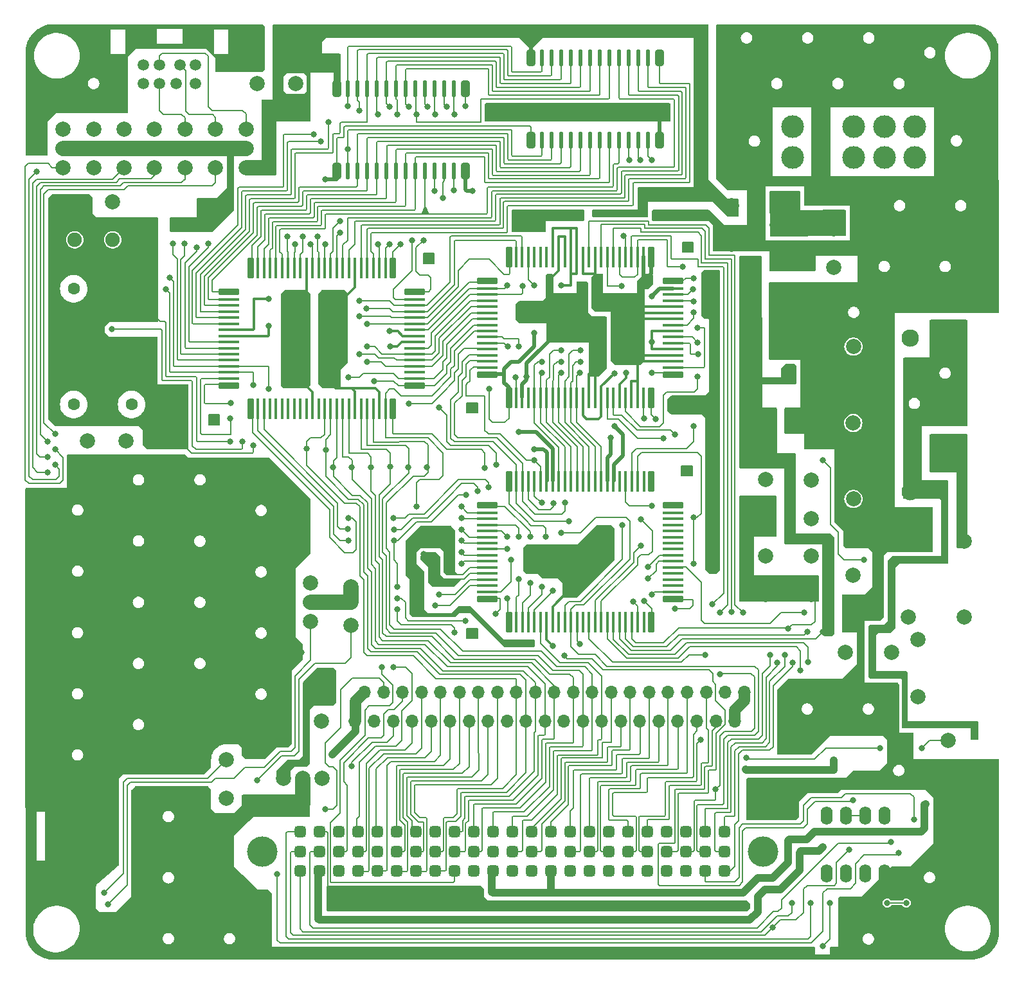
<source format=gtl>
G04 #@! TF.GenerationSoftware,KiCad,Pcbnew,7.0.7*
G04 #@! TF.CreationDate,2023-09-20T17:37:20+02:00*
G04 #@! TF.ProjectId,PCE,5043452e-6b69-4636-9164-5f7063625858,rev?*
G04 #@! TF.SameCoordinates,Original*
G04 #@! TF.FileFunction,Copper,L1,Top*
G04 #@! TF.FilePolarity,Positive*
%FSLAX46Y46*%
G04 Gerber Fmt 4.6, Leading zero omitted, Abs format (unit mm)*
G04 Created by KiCad (PCBNEW 7.0.7) date 2023-09-20 17:37:20*
%MOMM*%
%LPD*%
G01*
G04 APERTURE LIST*
G04 Aperture macros list*
%AMRoundRect*
0 Rectangle with rounded corners*
0 $1 Rounding radius*
0 $2 $3 $4 $5 $6 $7 $8 $9 X,Y pos of 4 corners*
0 Add a 4 corners polygon primitive as box body*
4,1,4,$2,$3,$4,$5,$6,$7,$8,$9,$2,$3,0*
0 Add four circle primitives for the rounded corners*
1,1,$1+$1,$2,$3*
1,1,$1+$1,$4,$5*
1,1,$1+$1,$6,$7*
1,1,$1+$1,$8,$9*
0 Add four rect primitives between the rounded corners*
20,1,$1+$1,$2,$3,$4,$5,0*
20,1,$1+$1,$4,$5,$6,$7,0*
20,1,$1+$1,$6,$7,$8,$9,0*
20,1,$1+$1,$8,$9,$2,$3,0*%
G04 Aperture macros list end*
G04 #@! TA.AperFunction,NonConductor*
%ADD10C,0.200000*%
G04 #@! TD*
G04 #@! TA.AperFunction,ComponentPad*
%ADD11C,2.000000*%
G04 #@! TD*
G04 #@! TA.AperFunction,ComponentPad*
%ADD12C,3.500000*%
G04 #@! TD*
G04 #@! TA.AperFunction,ComponentPad*
%ADD13C,3.000000*%
G04 #@! TD*
G04 #@! TA.AperFunction,ComponentPad*
%ADD14O,1.700000X1.700000*%
G04 #@! TD*
G04 #@! TA.AperFunction,ComponentPad*
%ADD15C,6.000000*%
G04 #@! TD*
G04 #@! TA.AperFunction,ComponentPad*
%ADD16C,1.900000*%
G04 #@! TD*
G04 #@! TA.AperFunction,SMDPad,CuDef*
%ADD17RoundRect,0.207500X-0.207500X-1.181875X0.207500X-1.181875X0.207500X1.181875X-0.207500X1.181875X0*%
G04 #@! TD*
G04 #@! TA.AperFunction,SMDPad,CuDef*
%ADD18RoundRect,0.103750X-0.103750X-1.285625X0.103750X-1.285625X0.103750X1.285625X-0.103750X1.285625X0*%
G04 #@! TD*
G04 #@! TA.AperFunction,SMDPad,CuDef*
%ADD19RoundRect,0.207500X1.181875X-0.207500X1.181875X0.207500X-1.181875X0.207500X-1.181875X-0.207500X0*%
G04 #@! TD*
G04 #@! TA.AperFunction,SMDPad,CuDef*
%ADD20RoundRect,0.103750X1.285625X-0.103750X1.285625X0.103750X-1.285625X0.103750X-1.285625X-0.103750X0*%
G04 #@! TD*
G04 #@! TA.AperFunction,ComponentPad*
%ADD21C,2.300000*%
G04 #@! TD*
G04 #@! TA.AperFunction,ComponentPad*
%ADD22C,1.600000*%
G04 #@! TD*
G04 #@! TA.AperFunction,ComponentPad*
%ADD23C,1.500000*%
G04 #@! TD*
G04 #@! TA.AperFunction,SMDPad,CuDef*
%ADD24RoundRect,0.285000X-0.285000X-0.793750X0.285000X-0.793750X0.285000X0.793750X-0.285000X0.793750X0*%
G04 #@! TD*
G04 #@! TA.AperFunction,SMDPad,CuDef*
%ADD25RoundRect,0.142500X-0.142500X-0.936250X0.142500X-0.936250X0.142500X0.936250X-0.142500X0.936250X0*%
G04 #@! TD*
G04 #@! TA.AperFunction,ComponentPad*
%ADD26C,4.000000*%
G04 #@! TD*
G04 #@! TA.AperFunction,ComponentPad*
%ADD27RoundRect,0.375000X-0.375000X-0.375000X0.375000X-0.375000X0.375000X0.375000X-0.375000X0.375000X0*%
G04 #@! TD*
G04 #@! TA.AperFunction,ComponentPad*
%ADD28O,1.600000X2.400000*%
G04 #@! TD*
G04 #@! TA.AperFunction,ViaPad*
%ADD29C,0.800000*%
G04 #@! TD*
G04 #@! TA.AperFunction,Conductor*
%ADD30C,0.200000*%
G04 #@! TD*
G04 #@! TA.AperFunction,Conductor*
%ADD31C,0.500000*%
G04 #@! TD*
G04 #@! TA.AperFunction,Conductor*
%ADD32C,0.350000*%
G04 #@! TD*
G04 #@! TA.AperFunction,Conductor*
%ADD33C,1.000000*%
G04 #@! TD*
G04 #@! TA.AperFunction,Conductor*
%ADD34C,2.000000*%
G04 #@! TD*
G04 #@! TA.AperFunction,Conductor*
%ADD35C,0.250000*%
G04 #@! TD*
G04 #@! TA.AperFunction,Conductor*
%ADD36C,1.500000*%
G04 #@! TD*
G04 APERTURE END LIST*
D10*
X174400000Y-90350000D02*
X175800000Y-90350000D01*
X175800000Y-91650000D01*
X174400000Y-91650000D01*
X174400000Y-90350000D01*
G04 #@! TA.AperFunction,NonConductor*
G36*
X174400000Y-90350000D02*
G01*
X175800000Y-90350000D01*
X175800000Y-91650000D01*
X174400000Y-91650000D01*
X174400000Y-90350000D01*
G37*
G04 #@! TD.AperFunction*
X146100000Y-82050000D02*
X147500000Y-82050000D01*
X147500000Y-83350000D01*
X146100000Y-83350000D01*
X146100000Y-82050000D01*
G04 #@! TA.AperFunction,NonConductor*
G36*
X146100000Y-82050000D02*
G01*
X147500000Y-82050000D01*
X147500000Y-83350000D01*
X146100000Y-83350000D01*
X146100000Y-82050000D01*
G37*
G04 #@! TD.AperFunction*
X140400000Y-62350000D02*
X141800000Y-62350000D01*
X141800000Y-63650000D01*
X140400000Y-63650000D01*
X140400000Y-62350000D01*
G04 #@! TA.AperFunction,NonConductor*
G36*
X140400000Y-62350000D02*
G01*
X141800000Y-62350000D01*
X141800000Y-63650000D01*
X140400000Y-63650000D01*
X140400000Y-62350000D01*
G37*
G04 #@! TD.AperFunction*
X174500000Y-60850000D02*
X175900000Y-60850000D01*
X175900000Y-62150000D01*
X174500000Y-62150000D01*
X174500000Y-60850000D01*
G04 #@! TA.AperFunction,NonConductor*
G36*
X174500000Y-60850000D02*
G01*
X175900000Y-60850000D01*
X175900000Y-62150000D01*
X174500000Y-62150000D01*
X174500000Y-60850000D01*
G37*
G04 #@! TD.AperFunction*
X112100000Y-83600000D02*
X113500000Y-83600000D01*
X113500000Y-84900000D01*
X112100000Y-84900000D01*
X112100000Y-83600000D01*
G04 #@! TA.AperFunction,NonConductor*
G36*
X112100000Y-83600000D02*
G01*
X113500000Y-83600000D01*
X113500000Y-84900000D01*
X112100000Y-84900000D01*
X112100000Y-83600000D01*
G37*
G04 #@! TD.AperFunction*
X146100000Y-111750000D02*
X147500000Y-111750000D01*
X147500000Y-113050000D01*
X146100000Y-113050000D01*
X146100000Y-111750000D01*
G04 #@! TA.AperFunction,NonConductor*
G36*
X146100000Y-111750000D02*
G01*
X147500000Y-111750000D01*
X147500000Y-113050000D01*
X146100000Y-113050000D01*
X146100000Y-111750000D01*
G37*
G04 #@! TD.AperFunction*
D11*
X197027800Y-94681400D03*
X197027800Y-99761400D03*
X100962400Y-45960800D03*
X100962400Y-48500800D03*
X100962400Y-51040800D03*
X191465200Y-102225200D03*
X191465200Y-107305200D03*
X108988800Y-45960800D03*
X108988800Y-48500800D03*
X108988800Y-51040800D03*
X211658200Y-100261400D03*
X211658200Y-110261400D03*
X204258200Y-100261400D03*
X204258200Y-110261400D03*
D12*
X181120000Y-43485000D03*
D13*
X181120000Y-51955000D03*
X213140000Y-43355000D03*
D12*
X213260000Y-51955000D03*
D13*
X189040000Y-45665000D03*
X189040000Y-49665000D03*
X197090000Y-45665000D03*
X197090000Y-49665000D03*
X201090000Y-45665000D03*
X201090000Y-49665000D03*
X205090000Y-45665000D03*
X205090000Y-49665000D03*
X210515200Y-73576800D03*
X210515200Y-88576800D03*
D14*
X182628600Y-120167400D03*
X180128600Y-120167400D03*
X177628600Y-120167400D03*
X175128600Y-120167400D03*
X172628600Y-120167400D03*
X170128600Y-120167400D03*
X167628600Y-120167400D03*
X165128600Y-120167400D03*
X162628600Y-120167400D03*
X160128600Y-120167400D03*
X157628600Y-120167400D03*
X155128600Y-120167400D03*
X152628600Y-120167400D03*
X150128600Y-120167400D03*
X147628600Y-120167400D03*
X145128600Y-120167400D03*
X142628600Y-120167400D03*
X140128600Y-120167400D03*
X137628600Y-120167400D03*
X135128600Y-120167400D03*
X132628600Y-120167400D03*
D11*
X117015200Y-45960800D03*
X117015200Y-48500800D03*
X117015200Y-51040800D03*
X194421000Y-59095000D03*
X194421000Y-61635000D03*
D15*
X212471000Y-61595000D03*
D11*
X194421000Y-64175000D03*
D16*
X94466400Y-60553600D03*
X99466400Y-60553600D03*
D11*
X126963482Y-118897400D03*
X126963482Y-123977400D03*
X196977000Y-104765200D03*
X196977000Y-109845200D03*
D14*
X181398600Y-123926600D03*
X178898600Y-123926600D03*
X176398600Y-123926600D03*
X173898600Y-123926600D03*
X171398600Y-123926600D03*
X168898600Y-123926600D03*
X166398600Y-123926600D03*
X163898600Y-123926600D03*
X161398600Y-123926600D03*
X158898600Y-123926600D03*
X156398600Y-123926600D03*
X153898600Y-123926600D03*
X151398600Y-123926600D03*
X148898600Y-123926600D03*
X146398600Y-123926600D03*
X143898600Y-123926600D03*
X141398600Y-123926600D03*
X138898600Y-123926600D03*
X136398600Y-123926600D03*
X133898600Y-123926600D03*
X131398600Y-123926600D03*
D11*
X125552200Y-105791000D03*
X125552200Y-108331000D03*
X125552200Y-110871000D03*
D12*
X89852200Y-114031000D03*
X110992200Y-95521000D03*
X110992200Y-126231000D03*
D11*
X114438118Y-129006600D03*
X114438118Y-134086600D03*
X130886200Y-111302800D03*
X130886200Y-106222800D03*
D17*
X117642600Y-82836000D03*
D18*
X118582600Y-82836000D03*
X119382600Y-82836000D03*
X120182600Y-82836000D03*
X120982600Y-82836000D03*
X121782600Y-82836000D03*
X122582600Y-82836000D03*
X123382600Y-82836000D03*
X124182600Y-82836000D03*
X124982600Y-82836000D03*
X125782600Y-82836000D03*
X126582600Y-82836000D03*
X127382600Y-82836000D03*
X128182600Y-82836000D03*
X128982600Y-82836000D03*
X129782600Y-82836000D03*
X130582600Y-82836000D03*
X131382600Y-82836000D03*
X132182600Y-82836000D03*
X132982600Y-82836000D03*
X133782600Y-82836000D03*
X134582600Y-82836000D03*
X135382600Y-82836000D03*
D17*
X136362600Y-82836000D03*
D19*
X139212600Y-79756000D03*
D20*
X139212600Y-78816000D03*
X139212600Y-78016000D03*
X139212600Y-77216000D03*
X139212600Y-76416000D03*
X139212600Y-75616000D03*
X139212600Y-74816000D03*
X139212600Y-74016000D03*
X139212600Y-73216000D03*
X139212600Y-72416000D03*
X139212600Y-71616000D03*
X139212600Y-70816000D03*
X139212600Y-70016000D03*
X139212600Y-69216000D03*
X139212600Y-68416000D03*
D19*
X139212600Y-67416000D03*
D17*
X136362600Y-64296000D03*
D18*
X135382600Y-64296000D03*
X134582600Y-64296000D03*
X133782600Y-64296000D03*
X132982600Y-64296000D03*
X132182600Y-64296000D03*
X131382600Y-64296000D03*
X130582600Y-64296000D03*
X129782600Y-64296000D03*
X128982600Y-64296000D03*
X128182600Y-64296000D03*
X127382600Y-64296000D03*
X126582600Y-64296000D03*
X125782600Y-64296000D03*
X124982600Y-64296000D03*
X124182600Y-64296000D03*
X123382600Y-64296000D03*
X122582600Y-64296000D03*
X121782600Y-64296000D03*
X120982600Y-64296000D03*
X120182600Y-64296000D03*
X119382600Y-64296000D03*
X118582600Y-64296000D03*
D17*
X117642600Y-64296000D03*
D19*
X114782600Y-67416000D03*
D20*
X114782600Y-68416000D03*
X114782600Y-69216000D03*
X114782600Y-70016000D03*
X114782600Y-70816000D03*
X114782600Y-71616000D03*
X114782600Y-72416000D03*
X114782600Y-73216000D03*
X114782600Y-74016000D03*
X114782600Y-74816000D03*
X114782600Y-75616000D03*
X114782600Y-76416000D03*
X114782600Y-77216000D03*
X114782600Y-78016000D03*
X114782600Y-78816000D03*
D19*
X114782600Y-79756000D03*
D11*
X197016682Y-84683600D03*
X197016682Y-89763600D03*
D21*
X204495400Y-93699000D03*
X204495400Y-73499000D03*
D22*
X101950000Y-82240000D03*
X101950000Y-67000000D03*
X94330000Y-67000000D03*
X94330000Y-82240000D03*
D11*
X209499200Y-126456800D03*
X209499200Y-131536800D03*
D23*
X105638600Y-37479600D03*
X108288600Y-37479600D03*
X103538600Y-37479600D03*
X105638600Y-39979600D03*
X110338600Y-37479600D03*
X103538600Y-39979600D03*
X107838600Y-39979600D03*
X110338600Y-39979600D03*
D17*
X151677000Y-110928400D03*
D18*
X152617000Y-110928400D03*
X153417000Y-110928400D03*
X154217000Y-110928400D03*
X155017000Y-110928400D03*
X155817000Y-110928400D03*
X156617000Y-110928400D03*
X157417000Y-110928400D03*
X158217000Y-110928400D03*
X159017000Y-110928400D03*
X159817000Y-110928400D03*
X160617000Y-110928400D03*
X161417000Y-110928400D03*
X162217000Y-110928400D03*
X163017000Y-110928400D03*
X163817000Y-110928400D03*
X164617000Y-110928400D03*
X165417000Y-110928400D03*
X166217000Y-110928400D03*
X167017000Y-110928400D03*
X167817000Y-110928400D03*
X168617000Y-110928400D03*
X169417000Y-110928400D03*
D17*
X170397000Y-110928400D03*
D19*
X173247000Y-107848400D03*
D20*
X173247000Y-106908400D03*
X173247000Y-106108400D03*
X173247000Y-105308400D03*
X173247000Y-104508400D03*
X173247000Y-103708400D03*
X173247000Y-102908400D03*
X173247000Y-102108400D03*
X173247000Y-101308400D03*
X173247000Y-100508400D03*
X173247000Y-99708400D03*
X173247000Y-98908400D03*
X173247000Y-98108400D03*
X173247000Y-97308400D03*
X173247000Y-96508400D03*
D19*
X173247000Y-95508400D03*
D17*
X170397000Y-92388400D03*
D18*
X169417000Y-92388400D03*
X168617000Y-92388400D03*
X167817000Y-92388400D03*
X167017000Y-92388400D03*
X166217000Y-92388400D03*
X165417000Y-92388400D03*
X164617000Y-92388400D03*
X163817000Y-92388400D03*
X163017000Y-92388400D03*
X162217000Y-92388400D03*
X161417000Y-92388400D03*
X160617000Y-92388400D03*
X159817000Y-92388400D03*
X159017000Y-92388400D03*
X158217000Y-92388400D03*
X157417000Y-92388400D03*
X156617000Y-92388400D03*
X155817000Y-92388400D03*
X155017000Y-92388400D03*
X154217000Y-92388400D03*
X153417000Y-92388400D03*
X152617000Y-92388400D03*
D17*
X151677000Y-92388400D03*
D19*
X148817000Y-95508400D03*
D20*
X148817000Y-96508400D03*
X148817000Y-97308400D03*
X148817000Y-98108400D03*
X148817000Y-98908400D03*
X148817000Y-99708400D03*
X148817000Y-100508400D03*
X148817000Y-101308400D03*
X148817000Y-102108400D03*
X148817000Y-102908400D03*
X148817000Y-103708400D03*
X148817000Y-104508400D03*
X148817000Y-105308400D03*
X148817000Y-106108400D03*
X148817000Y-106908400D03*
D19*
X148817000Y-107848400D03*
D11*
X104975600Y-45960800D03*
X104975600Y-48500800D03*
X104975600Y-51040800D03*
X202031600Y-114874400D03*
X202031600Y-119954400D03*
X197027800Y-74615400D03*
X197027800Y-79695400D03*
D24*
X154531400Y-47447200D03*
D25*
X155981400Y-47448450D03*
X157251400Y-47448450D03*
X158521400Y-47448450D03*
X159791400Y-47448450D03*
X161061400Y-47448450D03*
X162331400Y-47448450D03*
X163601400Y-47448450D03*
X164871400Y-47448450D03*
X166141400Y-47448450D03*
X167411400Y-47448450D03*
X168681400Y-47448450D03*
X169951400Y-47448450D03*
D24*
X171461400Y-47447200D03*
X171461400Y-36577200D03*
D25*
X169951400Y-36578450D03*
X168681400Y-36578450D03*
X167411400Y-36578450D03*
X166141400Y-36578450D03*
X164871400Y-36578450D03*
X163601400Y-36578450D03*
X162331400Y-36578450D03*
X161061400Y-36578450D03*
X159791400Y-36578450D03*
X158521400Y-36578450D03*
X157251400Y-36578450D03*
X155981400Y-36578450D03*
D24*
X154531400Y-36577200D03*
D11*
X113002000Y-45960800D03*
X113002000Y-48500800D03*
X113002000Y-51040800D03*
X101244400Y-87071200D03*
X96164400Y-87071200D03*
X92936000Y-45960800D03*
X92936000Y-48500800D03*
X92936000Y-51040800D03*
X205511400Y-120707800D03*
X205511400Y-113207800D03*
X185420000Y-102199800D03*
X185420000Y-107279800D03*
X186983682Y-58623200D03*
X186983682Y-63703200D03*
X185420000Y-92141400D03*
X185420000Y-97221400D03*
D26*
X119150000Y-141132400D03*
X185110000Y-141132400D03*
D27*
X124160000Y-143722400D03*
X126700000Y-143722400D03*
X129240000Y-143722400D03*
X131780000Y-143722400D03*
X134320000Y-143722400D03*
X136860000Y-143722400D03*
X139400000Y-143722400D03*
X141940000Y-143722400D03*
X144480000Y-143722400D03*
X147020000Y-143722400D03*
X149560000Y-143722400D03*
X152100000Y-143722400D03*
X154640000Y-143722400D03*
X157180000Y-143722400D03*
X159720000Y-143722400D03*
X162260000Y-143722400D03*
X164800000Y-143722400D03*
X167340000Y-143722400D03*
X169880000Y-143722400D03*
X172420000Y-143722400D03*
X174960000Y-143722400D03*
X177500000Y-143722400D03*
X180040000Y-143722400D03*
X124160000Y-141112400D03*
X126700000Y-141112400D03*
X129240000Y-141112400D03*
X131780000Y-141112400D03*
X134320000Y-141112400D03*
X136860000Y-141112400D03*
X139400000Y-141112400D03*
X141940000Y-141112400D03*
X144480000Y-141112400D03*
X147020000Y-141112400D03*
X149560000Y-141112400D03*
X152100000Y-141112400D03*
X154640000Y-141112400D03*
X157180000Y-141112400D03*
X159720000Y-141112400D03*
X162260000Y-141112400D03*
X164800000Y-141112400D03*
X167340000Y-141112400D03*
X169880000Y-141112400D03*
X172420000Y-141112400D03*
X174960000Y-141112400D03*
X177500000Y-141112400D03*
X180040000Y-141112400D03*
X124160000Y-138532400D03*
X126700000Y-138532400D03*
X129240000Y-138532400D03*
X131780000Y-138532400D03*
X134320000Y-138532400D03*
X136860000Y-138532400D03*
X139400000Y-138532400D03*
X141940000Y-138532400D03*
X144480000Y-138532400D03*
X147020000Y-138532400D03*
X149560000Y-138532400D03*
X152100000Y-138532400D03*
X154640000Y-138532400D03*
X157180000Y-138532400D03*
X159720000Y-138532400D03*
X162260000Y-138532400D03*
X164800000Y-138532400D03*
X167340000Y-138532400D03*
X169880000Y-138532400D03*
X172420000Y-138532400D03*
X174960000Y-138532400D03*
X177500000Y-138532400D03*
X180040000Y-138532400D03*
D11*
X94386400Y-55549800D03*
X99466400Y-55549800D03*
X180989282Y-56083200D03*
X180989282Y-61163200D03*
X121945000Y-131500000D03*
X124485000Y-131500000D03*
X127025000Y-131500000D03*
X195949882Y-114858800D03*
X195949882Y-119938800D03*
D17*
X151663200Y-81388200D03*
D18*
X152603200Y-81388200D03*
X153403200Y-81388200D03*
X154203200Y-81388200D03*
X155003200Y-81388200D03*
X155803200Y-81388200D03*
X156603200Y-81388200D03*
X157403200Y-81388200D03*
X158203200Y-81388200D03*
X159003200Y-81388200D03*
X159803200Y-81388200D03*
X160603200Y-81388200D03*
X161403200Y-81388200D03*
X162203200Y-81388200D03*
X163003200Y-81388200D03*
X163803200Y-81388200D03*
X164603200Y-81388200D03*
X165403200Y-81388200D03*
X166203200Y-81388200D03*
X167003200Y-81388200D03*
X167803200Y-81388200D03*
X168603200Y-81388200D03*
X169403200Y-81388200D03*
D17*
X170383200Y-81388200D03*
D19*
X173233200Y-78308200D03*
D20*
X173233200Y-77368200D03*
X173233200Y-76568200D03*
X173233200Y-75768200D03*
X173233200Y-74968200D03*
X173233200Y-74168200D03*
X173233200Y-73368200D03*
X173233200Y-72568200D03*
X173233200Y-71768200D03*
X173233200Y-70968200D03*
X173233200Y-70168200D03*
X173233200Y-69368200D03*
X173233200Y-68568200D03*
X173233200Y-67768200D03*
X173233200Y-66968200D03*
D19*
X173233200Y-65968200D03*
D17*
X170383200Y-62848200D03*
D18*
X169403200Y-62848200D03*
X168603200Y-62848200D03*
X167803200Y-62848200D03*
X167003200Y-62848200D03*
X166203200Y-62848200D03*
X165403200Y-62848200D03*
X164603200Y-62848200D03*
X163803200Y-62848200D03*
X163003200Y-62848200D03*
X162203200Y-62848200D03*
X161403200Y-62848200D03*
X160603200Y-62848200D03*
X159803200Y-62848200D03*
X159003200Y-62848200D03*
X158203200Y-62848200D03*
X157403200Y-62848200D03*
X156603200Y-62848200D03*
X155803200Y-62848200D03*
X155003200Y-62848200D03*
X154203200Y-62848200D03*
X153403200Y-62848200D03*
X152603200Y-62848200D03*
D17*
X151663200Y-62848200D03*
D19*
X148803200Y-65968200D03*
D20*
X148803200Y-66968200D03*
X148803200Y-67768200D03*
X148803200Y-68568200D03*
X148803200Y-69368200D03*
X148803200Y-70168200D03*
X148803200Y-70968200D03*
X148803200Y-71768200D03*
X148803200Y-72568200D03*
X148803200Y-73368200D03*
X148803200Y-74168200D03*
X148803200Y-74968200D03*
X148803200Y-75768200D03*
X148803200Y-76568200D03*
X148803200Y-77368200D03*
D19*
X148803200Y-78308200D03*
D11*
X96949200Y-45960800D03*
X96949200Y-48500800D03*
X96949200Y-51040800D03*
D24*
X129018400Y-51484600D03*
D25*
X130468400Y-51485850D03*
X131738400Y-51485850D03*
X133008400Y-51485850D03*
X134278400Y-51485850D03*
X135548400Y-51485850D03*
X136818400Y-51485850D03*
X138088400Y-51485850D03*
X139358400Y-51485850D03*
X140628400Y-51485850D03*
X141898400Y-51485850D03*
X143168400Y-51485850D03*
X144438400Y-51485850D03*
D24*
X145948400Y-51484600D03*
X145948400Y-40614600D03*
D25*
X144438400Y-40615850D03*
X143168400Y-40615850D03*
X141898400Y-40615850D03*
X140628400Y-40615850D03*
X139358400Y-40615850D03*
X138088400Y-40615850D03*
X136818400Y-40615850D03*
X135548400Y-40615850D03*
X134278400Y-40615850D03*
X133008400Y-40615850D03*
X131738400Y-40615850D03*
X130468400Y-40615850D03*
D24*
X129018400Y-40614600D03*
D28*
X193522600Y-144043400D03*
X196062600Y-144043400D03*
X198602600Y-144043400D03*
X201142600Y-144043400D03*
X201142600Y-136423400D03*
X198602600Y-136423400D03*
X196062600Y-136423400D03*
X193522600Y-136423400D03*
D11*
X191490600Y-92192200D03*
X191490600Y-97272200D03*
X118450000Y-39980000D03*
X123530000Y-39980000D03*
D29*
X151434800Y-107772200D03*
X152933400Y-105206800D03*
X154432000Y-105765600D03*
X155981400Y-106222800D03*
X138500000Y-82130000D03*
X157454600Y-106756200D03*
X114985800Y-82067400D03*
X151500000Y-74630000D03*
X114960400Y-84099400D03*
X152990000Y-74610000D03*
X163440000Y-66610000D03*
X182975000Y-68125000D03*
X189000000Y-77275000D03*
X140425000Y-101950000D03*
X182500000Y-84200000D03*
X184450000Y-68125000D03*
X174970000Y-82600000D03*
X149030000Y-80150000D03*
X127630000Y-68160000D03*
X178500000Y-102780000D03*
X158530000Y-66570000D03*
X169062400Y-66291400D03*
X165530000Y-78150000D03*
X152958800Y-85880000D03*
X154533600Y-34772600D03*
X186375000Y-84200000D03*
X155016200Y-72819200D03*
X136020000Y-74610000D03*
X194411600Y-129085400D03*
X175610000Y-150139400D03*
X127759400Y-79070200D03*
X164070000Y-99290000D03*
X165530000Y-85110000D03*
X119990000Y-71900000D03*
X160500000Y-106200000D03*
X178420000Y-67470000D03*
X166779000Y-60045600D03*
X182827200Y-130300000D03*
X173440000Y-82610000D03*
X166500000Y-57100000D03*
X178430000Y-65000000D03*
X169011600Y-100860800D03*
X193014600Y-140538200D03*
X126441200Y-36830000D03*
X192990000Y-112180000D03*
X166580000Y-98120000D03*
X200533000Y-127482600D03*
X206019400Y-127482600D03*
X130950000Y-129850000D03*
X158521400Y-99161600D03*
X182950000Y-128800000D03*
X145900000Y-110720000D03*
X136982200Y-107772200D03*
X148500000Y-90640000D03*
X106451400Y-67056000D03*
X117990000Y-79680000D03*
X158975000Y-115350000D03*
X160975000Y-113775000D03*
X177469800Y-115265200D03*
X188899800Y-147902400D03*
X190030000Y-117240000D03*
X191020000Y-116210000D03*
X191414400Y-147902400D03*
X203980000Y-147905000D03*
X190990000Y-112170000D03*
X201470000Y-147905000D03*
X91897200Y-86131400D03*
X168060000Y-108170000D03*
X169468800Y-108150000D03*
X91897200Y-88163400D03*
X90881200Y-87122000D03*
X173530000Y-109100000D03*
X170484800Y-107260000D03*
X90881200Y-89154000D03*
X202000000Y-139850000D03*
X190510000Y-109630000D03*
X91897200Y-90195400D03*
X170002200Y-105156000D03*
X89433400Y-51562000D03*
X178892200Y-132943600D03*
X175945800Y-103200200D03*
X175945800Y-97155000D03*
X127431800Y-135534400D03*
X179451000Y-117805200D03*
X106934000Y-65557400D03*
X120030000Y-80170000D03*
X175980000Y-85070000D03*
X202996800Y-141350000D03*
X121150000Y-144094200D03*
X170484800Y-95580000D03*
X140843000Y-90525600D03*
X161000000Y-78110000D03*
X138379200Y-90533700D03*
X161040000Y-76640000D03*
X161040000Y-75080000D03*
X135980000Y-90424000D03*
X133451600Y-90536300D03*
X158500000Y-78090000D03*
X158530000Y-76620000D03*
X130962400Y-90536300D03*
X128473200Y-90536300D03*
X158510000Y-75090000D03*
X155990000Y-78100000D03*
X127520000Y-88190000D03*
X125040000Y-88087200D03*
X156000000Y-76630000D03*
X136448800Y-116840000D03*
X155000000Y-89620000D03*
X136931400Y-109250000D03*
X144520000Y-112260000D03*
X155956000Y-95199200D03*
X130479800Y-97200000D03*
X148945600Y-93180000D03*
X136470000Y-97200000D03*
X130454400Y-98679000D03*
X159004000Y-95173800D03*
X136490000Y-98690000D03*
X147490000Y-93660000D03*
X156530000Y-99630000D03*
X176933000Y-126387000D03*
X154432000Y-99695000D03*
X145415000Y-95707200D03*
X145415000Y-97180000D03*
X152933400Y-99695000D03*
X151434800Y-99669600D03*
X145389600Y-98704400D03*
X145415000Y-100203000D03*
X151434800Y-101244400D03*
X145415000Y-101730000D03*
X145450000Y-103190000D03*
X142480000Y-107240000D03*
X141909800Y-108712000D03*
X151917400Y-102717600D03*
X149936200Y-109778800D03*
X159537400Y-97663000D03*
X136982200Y-106242200D03*
X145970000Y-94160000D03*
X136497600Y-100177600D03*
X130505200Y-100177600D03*
X134924800Y-116840000D03*
X139470000Y-95660000D03*
X133940000Y-79140000D03*
X130510000Y-78630000D03*
X132950000Y-76640000D03*
X131970000Y-75630000D03*
X132970000Y-74620000D03*
X153480000Y-66600000D03*
X151430000Y-66590000D03*
X132970000Y-71610000D03*
X131960000Y-70640000D03*
X132920000Y-69600000D03*
X131940000Y-68610000D03*
X137360000Y-61130000D03*
X167513000Y-50038000D03*
X168986200Y-50038000D03*
X135890000Y-61120000D03*
X170484800Y-50038000D03*
X134430000Y-61120000D03*
X129430000Y-59600000D03*
X141898400Y-54081600D03*
X129410000Y-58120000D03*
X142951200Y-55008800D03*
X127470000Y-61100000D03*
X144438400Y-54061600D03*
X126460000Y-60140000D03*
X145948400Y-42951600D03*
X144449800Y-43992800D03*
X125510000Y-61140000D03*
X124480000Y-60120000D03*
X143459200Y-43027600D03*
X141960600Y-44043600D03*
X123520200Y-61112400D03*
X140944600Y-43027600D03*
X122500000Y-60110000D03*
X127890000Y-45050000D03*
X134442200Y-44018200D03*
X138455400Y-43027600D03*
X126890000Y-47610000D03*
X135966200Y-43002200D03*
X125930000Y-46620000D03*
X112014000Y-61036200D03*
X130454400Y-48634400D03*
X131953000Y-43510200D03*
X110490000Y-61569600D03*
X108940600Y-61036200D03*
X127430000Y-52560000D03*
X107420000Y-61036200D03*
X139446000Y-44043600D03*
X186020000Y-115220000D03*
X178460000Y-108590000D03*
X179450000Y-109610000D03*
X187010000Y-116230000D03*
X189010000Y-116230000D03*
X180970000Y-109600000D03*
X188000000Y-115200000D03*
X182460000Y-109630000D03*
X154960000Y-66550000D03*
X136982200Y-44043600D03*
X140380000Y-60620000D03*
X130468400Y-42971600D03*
X138900000Y-60600000D03*
X152540000Y-78640000D03*
X171983400Y-86664800D03*
X173482000Y-86182200D03*
X176470000Y-78550000D03*
X169470000Y-84110000D03*
X170992800Y-84201000D03*
X176504600Y-72136000D03*
X176555400Y-75641200D03*
X176500000Y-74060000D03*
X175980000Y-70129400D03*
X175996600Y-68630800D03*
X175930000Y-67020000D03*
X175996600Y-65608200D03*
X174523400Y-64084200D03*
X204978000Y-136878800D03*
X197000000Y-134350000D03*
X196443600Y-140893800D03*
X186408522Y-151150722D03*
X116509800Y-87122000D03*
X150000000Y-90160000D03*
X99390200Y-72339200D03*
X142450000Y-82630000D03*
X193929000Y-147905000D03*
X192989200Y-153619200D03*
X98825000Y-148075000D03*
X90855800Y-91160600D03*
X169976800Y-103632000D03*
X124259400Y-68097400D03*
X155016200Y-69319200D03*
X191525000Y-77275000D03*
X174548800Y-147980400D03*
X124208600Y-101142800D03*
X204750000Y-38450000D03*
X118008400Y-87604600D03*
X172400000Y-57500000D03*
X140425000Y-98900000D03*
X157450000Y-114025000D03*
X185425000Y-132750000D03*
X190950000Y-84125000D03*
X124370000Y-114860000D03*
X112980000Y-140110000D03*
X135960000Y-72590000D03*
X124259400Y-79070200D03*
X204750000Y-33450000D03*
X163525200Y-77800200D03*
X170440000Y-68030000D03*
X128400000Y-128325000D03*
X185425000Y-134475000D03*
X169011600Y-97360800D03*
X118465600Y-128395200D03*
X99390200Y-75844400D03*
X153975000Y-113750000D03*
X170930000Y-57510000D03*
X188442600Y-111785400D03*
X146890000Y-54080000D03*
X114960400Y-87147400D03*
X96900000Y-79450000D03*
X120050000Y-68370000D03*
X167060000Y-78080000D03*
X112980000Y-142630000D03*
X152030000Y-43550000D03*
X97150000Y-151300000D03*
X207100000Y-151300000D03*
X101930200Y-74500000D03*
X170450000Y-78080000D03*
X91922600Y-79552800D03*
X166510000Y-66610000D03*
X92100000Y-146300000D03*
X181900000Y-154100000D03*
X155010000Y-88110000D03*
X160470000Y-57030000D03*
X182524400Y-148437600D03*
X212100000Y-146225000D03*
X155410000Y-57020000D03*
X170434000Y-73990200D03*
X165030000Y-86640000D03*
X154000000Y-78610000D03*
X171310000Y-44430000D03*
X160990000Y-66580000D03*
X182372000Y-102133400D03*
X96926400Y-145618200D03*
X203980000Y-151130000D03*
X157505400Y-95214600D03*
X213029800Y-125907800D03*
X206500000Y-134850000D03*
X118465600Y-131775000D03*
X98300000Y-146550000D03*
X198450000Y-102700000D03*
X193025000Y-89600000D03*
D30*
X166547800Y-128955800D02*
X166547800Y-130835400D01*
X160957600Y-141112400D02*
X159589800Y-141112400D01*
X170031800Y-128850000D02*
X166653600Y-128850000D01*
X151434800Y-107772200D02*
X151540000Y-107877400D01*
X170130000Y-120140000D02*
X170130000Y-128751800D01*
X161100000Y-140970000D02*
X160957600Y-141112400D01*
X166547800Y-130835400D02*
X166446200Y-130937000D01*
X166653600Y-128850000D02*
X166547800Y-128955800D01*
X151540000Y-107877400D02*
X151540000Y-110791400D01*
X170130000Y-128751800D02*
X170031800Y-128850000D01*
X166446200Y-130937000D02*
X161213800Y-130937000D01*
X151540000Y-110791400D02*
X151677000Y-110928400D01*
X161213800Y-130937000D02*
X161100000Y-131050800D01*
X161100000Y-131050800D02*
X161100000Y-140970000D01*
X165735000Y-130403600D02*
X160248600Y-130403600D01*
X152617000Y-107653000D02*
X152617000Y-110928400D01*
X160147000Y-135407400D02*
X159720000Y-135834400D01*
X159720000Y-135834400D02*
X159720000Y-138532400D01*
X165836600Y-128422400D02*
X165836600Y-130302000D01*
X160147000Y-130505200D02*
X160147000Y-135407400D01*
X168910000Y-123920000D02*
X168910000Y-128193800D01*
X165836600Y-130302000D02*
X165735000Y-130403600D01*
X168783800Y-128320000D02*
X165939000Y-128320000D01*
X165939000Y-128320000D02*
X165836600Y-128422400D01*
X160248600Y-130403600D02*
X160147000Y-130505200D01*
X152933400Y-105206800D02*
X152933400Y-107336600D01*
X152933400Y-107336600D02*
X152617000Y-107653000D01*
X168910000Y-128193800D02*
X168783800Y-128320000D01*
X167630000Y-120140000D02*
X167630000Y-127695800D01*
X157180000Y-137231400D02*
X157180000Y-138532400D01*
X165227000Y-129743200D02*
X165130200Y-129840000D01*
X159486600Y-129946400D02*
X159486600Y-134924800D01*
X159593000Y-129840000D02*
X159486600Y-129946400D01*
X165227000Y-127914400D02*
X165227000Y-129743200D01*
X154432000Y-107388000D02*
X153417000Y-108403000D01*
X153417000Y-108403000D02*
X153417000Y-110928400D01*
X167515800Y-127810000D02*
X165331400Y-127810000D01*
X159486600Y-134924800D02*
X157180000Y-137231400D01*
X167630000Y-127695800D02*
X167515800Y-127810000D01*
X165130200Y-129840000D02*
X159593000Y-129840000D01*
X154432000Y-105765600D02*
X154432000Y-107388000D01*
X165331400Y-127810000D02*
X165227000Y-127914400D01*
X159004000Y-134442200D02*
X155975000Y-137471200D01*
X166410000Y-123920000D02*
X166410000Y-127239400D01*
X144510000Y-78620000D02*
X144510000Y-79120000D01*
X164580000Y-129340000D02*
X159102400Y-129340000D01*
X155975000Y-137471200D02*
X155975000Y-140951000D01*
X144950000Y-75630000D02*
X144950000Y-76030000D01*
X144510000Y-78030000D02*
X144510000Y-78620000D01*
X164610000Y-127464600D02*
X164610000Y-129310000D01*
X155981400Y-107278600D02*
X154217000Y-109043000D01*
X155975000Y-140951000D02*
X155813600Y-141112400D01*
X144950000Y-77590000D02*
X144650000Y-77890000D01*
X141500000Y-82130000D02*
X138500000Y-82130000D01*
X148785000Y-74870000D02*
X145710000Y-74870000D01*
X159004000Y-129438400D02*
X159004000Y-134442200D01*
X145330000Y-75250000D02*
X144950000Y-75630000D01*
X166293800Y-127355600D02*
X164719000Y-127355600D01*
X154217000Y-109043000D02*
X154217000Y-110928400D01*
X164719000Y-127355600D02*
X164610000Y-127464600D01*
X164610000Y-129310000D02*
X164580000Y-129340000D01*
X144510000Y-79120000D02*
X142790000Y-80840000D01*
X142790000Y-80840000D02*
X141500000Y-82130000D01*
X144650000Y-77890000D02*
X144510000Y-78030000D01*
X144950000Y-76030000D02*
X144950000Y-77590000D01*
X145710000Y-74870000D02*
X145330000Y-75250000D01*
X155813600Y-141112400D02*
X154640000Y-141112400D01*
X159102400Y-129340000D02*
X159004000Y-129438400D01*
X166410000Y-127239400D02*
X166293800Y-127355600D01*
X155981400Y-106222800D02*
X155981400Y-107278600D01*
X165130000Y-120140000D02*
X165130000Y-126790000D01*
X148803200Y-74168200D02*
X151038200Y-74168200D01*
X111684800Y-82170000D02*
X111531400Y-82016600D01*
X163980000Y-128820000D02*
X158606400Y-128820000D01*
X114985800Y-82067400D02*
X114883200Y-82170000D01*
X155017000Y-109273000D02*
X155017000Y-110928400D01*
X163980000Y-126790000D02*
X163980000Y-128820000D01*
X165130000Y-126790000D02*
X163980000Y-126790000D01*
X111531400Y-79730600D02*
X111658400Y-79603600D01*
X158496000Y-128930400D02*
X158496000Y-134204000D01*
X154640000Y-138060000D02*
X154640000Y-138532400D01*
X114883200Y-82170000D02*
X111684800Y-82170000D01*
X111531400Y-82016600D02*
X111531400Y-79730600D01*
X157454600Y-106835400D02*
X155017000Y-109273000D01*
X111658400Y-79603600D02*
X114630200Y-79603600D01*
X151038200Y-74168200D02*
X151500000Y-74630000D01*
X158496000Y-134204000D02*
X154640000Y-138060000D01*
X114630200Y-79603600D02*
X114782600Y-79756000D01*
X157454600Y-106756200D02*
X157454600Y-106835400D01*
X158606400Y-128820000D02*
X158496000Y-128930400D01*
X158340000Y-116220000D02*
X162120000Y-116220000D01*
X158117400Y-128420000D02*
X158013400Y-128524000D01*
X114960400Y-84099400D02*
X115010000Y-84149000D01*
X153273600Y-141112400D02*
X151969800Y-141112400D01*
X153425000Y-137082600D02*
X153425000Y-140961000D01*
X153500000Y-137007600D02*
X153425000Y-137082600D01*
X163898600Y-117998600D02*
X163898600Y-126271000D01*
X155817000Y-113697000D02*
X158340000Y-116220000D01*
X150758200Y-73368200D02*
X150970000Y-73580000D01*
X163347400Y-126492000D02*
X163347400Y-128320800D01*
X152990000Y-73610000D02*
X152990000Y-74610000D01*
X158013400Y-128524000D02*
X158013400Y-133619100D01*
X163449000Y-126390400D02*
X163347400Y-126492000D01*
X154624900Y-137007600D02*
X153500000Y-137007600D01*
X111168200Y-86200000D02*
X111030000Y-86061800D01*
X111030000Y-78962000D02*
X111152000Y-78840000D01*
X162120000Y-116220000D02*
X163898600Y-117998600D01*
X111152000Y-78840000D02*
X114770000Y-78840000D01*
X155817000Y-110928400D02*
X155817000Y-113697000D01*
X115010000Y-86200000D02*
X111168200Y-86200000D01*
X153425000Y-140961000D02*
X153273600Y-141112400D01*
X148803200Y-73368200D02*
X150758200Y-73368200D01*
X163347400Y-128320800D02*
X163248200Y-128420000D01*
X111030000Y-86061800D02*
X111030000Y-78962000D01*
X152960000Y-73580000D02*
X152990000Y-73610000D01*
X150970000Y-73580000D02*
X152960000Y-73580000D01*
X163779200Y-126390400D02*
X163449000Y-126390400D01*
X163248200Y-128420000D02*
X158117400Y-128420000D01*
X163898600Y-126271000D02*
X163779200Y-126390400D01*
X158013400Y-133619100D02*
X154624900Y-137007600D01*
X115010000Y-84149000D02*
X115010000Y-86200000D01*
X141808200Y-104724200D02*
X142324000Y-105240000D01*
D31*
X148785000Y-78210000D02*
X150940000Y-78210000D01*
D30*
X142324000Y-105240000D02*
X145740000Y-105240000D01*
D32*
X159803200Y-65050000D02*
X159803200Y-66570000D01*
X163003200Y-62848200D02*
X163003200Y-66173200D01*
X159803200Y-66570000D02*
X158530000Y-66570000D01*
X131382600Y-82836000D02*
X131382600Y-80552600D01*
D31*
X121390000Y-42160000D02*
X121390000Y-37540000D01*
D32*
X160603200Y-62848200D02*
X160603200Y-65050000D01*
D31*
X152958800Y-85880000D02*
X155260000Y-85880000D01*
D32*
X169062400Y-69312400D02*
X169062400Y-66291400D01*
D31*
X122100000Y-36830000D02*
X126441200Y-36830000D01*
D32*
X157417000Y-110928400D02*
X157417000Y-108883000D01*
D31*
X120220000Y-43330000D02*
X121390000Y-42160000D01*
D33*
X193014600Y-140538200D02*
X192455800Y-141097000D01*
D31*
X154533600Y-34772600D02*
X156356200Y-32950000D01*
D32*
X160603200Y-65050000D02*
X159803200Y-65050000D01*
D33*
X184404000Y-149098000D02*
X183362600Y-150139400D01*
D32*
X119964000Y-73216000D02*
X119990000Y-73190000D01*
X163460000Y-84130000D02*
X163803200Y-83786800D01*
X173233200Y-75768200D02*
X168605000Y-75768200D01*
X161403200Y-83663200D02*
X161870000Y-84130000D01*
D30*
X192990000Y-112180000D02*
X192030000Y-113140000D01*
D31*
X169062400Y-66291400D02*
X170365000Y-64988800D01*
D33*
X183362600Y-150139400D02*
X175610000Y-150139400D01*
D32*
X130000000Y-68160000D02*
X127630000Y-68160000D01*
D30*
X140425000Y-101950000D02*
X141142200Y-101950000D01*
X188700000Y-99600000D02*
X188700000Y-90200000D01*
X166217000Y-113097000D02*
X166217000Y-110928400D01*
D32*
X157403200Y-58980000D02*
X159800000Y-58980000D01*
D31*
X160500000Y-106200000D02*
X160490000Y-106200000D01*
X157455000Y-88075000D02*
X157455000Y-92320000D01*
D30*
X169011600Y-100860800D02*
X168080000Y-101792400D01*
D31*
X150940000Y-78210000D02*
X151000000Y-78150000D01*
X166170000Y-89460000D02*
X166630000Y-89000000D01*
D30*
X168080000Y-103020000D02*
X163017000Y-108083000D01*
D32*
X157403200Y-62848200D02*
X157403200Y-58980000D01*
D31*
X119749200Y-51040800D02*
X120220000Y-50570000D01*
X155016200Y-72819200D02*
X155016200Y-74563800D01*
X176930000Y-33520000D02*
X176930000Y-52770000D01*
D30*
X193050000Y-99875000D02*
X190000000Y-99875000D01*
X149030000Y-84140000D02*
X149030000Y-80150000D01*
X169050000Y-57100000D02*
X169320000Y-56830000D01*
X176080000Y-54350000D02*
X176930000Y-53500000D01*
X193700000Y-100525000D02*
X193050000Y-99875000D01*
D32*
X173233200Y-76568200D02*
X168605000Y-76568200D01*
D31*
X152970000Y-76610000D02*
X151950000Y-76610000D01*
D32*
X128799200Y-80110000D02*
X127759400Y-79070200D01*
D30*
X188950000Y-99850000D02*
X188700000Y-99600000D01*
X189975000Y-99850000D02*
X188950000Y-99850000D01*
D32*
X134100000Y-80110000D02*
X130940000Y-80110000D01*
D30*
X188700000Y-90200000D02*
X188200000Y-89700000D01*
X182500000Y-84200000D02*
X182500000Y-80200000D01*
D31*
X154531400Y-34774800D02*
X154533600Y-34772600D01*
D30*
X184675000Y-89700000D02*
X182500000Y-87525000D01*
D33*
X126569800Y-143722400D02*
X126568200Y-143724000D01*
D31*
X156356200Y-32950000D02*
X176360000Y-32950000D01*
X154020000Y-32850000D02*
X154450000Y-33280000D01*
X154450000Y-34689000D02*
X154533600Y-34772600D01*
D32*
X169031400Y-70968200D02*
X168603200Y-70540000D01*
X131382600Y-80552600D02*
X130940000Y-80110000D01*
D30*
X169320000Y-55150000D02*
X170120000Y-54350000D01*
D31*
X151000000Y-79390000D02*
X151000000Y-78410000D01*
D32*
X169118200Y-69368200D02*
X169062400Y-69312400D01*
D30*
X151110000Y-84600000D02*
X150320000Y-84600000D01*
D32*
X161870000Y-84130000D02*
X163460000Y-84130000D01*
D30*
X174480000Y-113140000D02*
X172940000Y-114680000D01*
D32*
X168603200Y-81388200D02*
X168603200Y-79180000D01*
D33*
X126568200Y-150007000D02*
X126700600Y-150139400D01*
D30*
X151645000Y-84065000D02*
X151250000Y-84460000D01*
X166779000Y-60045600D02*
X167003200Y-60269800D01*
X141808200Y-102616000D02*
X141808200Y-104724200D01*
D32*
X161403200Y-65043200D02*
X161410000Y-65050000D01*
X163803200Y-83786800D02*
X163803200Y-81388200D01*
X165530000Y-78150000D02*
X163803200Y-79876800D01*
D30*
X150320000Y-84600000D02*
X149490000Y-84600000D01*
D32*
X159800000Y-58980000D02*
X160590000Y-58980000D01*
X168603200Y-76570000D02*
X168603200Y-75770000D01*
X163003200Y-66173200D02*
X163440000Y-66610000D01*
D30*
X192990000Y-112180000D02*
X193700000Y-111470000D01*
D33*
X182827200Y-130300000D02*
X182956200Y-130429000D01*
X182956200Y-130429000D02*
X194411600Y-130429000D01*
X192455800Y-141097000D02*
X190117000Y-141097000D01*
D32*
X167803200Y-81388200D02*
X167803200Y-79186800D01*
D30*
X167003200Y-60269800D02*
X167003200Y-62848200D01*
D31*
X176930000Y-52770000D02*
X180243200Y-56083200D01*
X151240000Y-79630000D02*
X151000000Y-79390000D01*
D32*
X131382600Y-64296000D02*
X131382600Y-66777400D01*
X159803200Y-58983200D02*
X159800000Y-58980000D01*
D30*
X182500000Y-80200000D02*
X182500000Y-68600000D01*
D33*
X194411600Y-130429000D02*
X194411600Y-129085400D01*
D31*
X166630000Y-87300000D02*
X166630000Y-86210000D01*
D32*
X161403200Y-81388200D02*
X161403200Y-83663200D01*
D30*
X188200000Y-89700000D02*
X184675000Y-89700000D01*
D33*
X126568200Y-143724000D02*
X126568200Y-150007000D01*
D32*
X163000000Y-65050000D02*
X163003200Y-65053200D01*
D30*
X189000000Y-78800000D02*
X189000000Y-77275000D01*
D32*
X163003200Y-65053200D02*
X163003200Y-66173200D01*
D31*
X126441200Y-33468800D02*
X127060000Y-32850000D01*
X155016200Y-74563800D02*
X152970000Y-76610000D01*
X165455000Y-90175000D02*
X166170000Y-89460000D01*
D30*
X182500000Y-84200000D02*
X186375000Y-84200000D01*
X182500000Y-87525000D02*
X182500000Y-84200000D01*
D33*
X187400600Y-146100800D02*
X185399200Y-146100800D01*
D32*
X157417000Y-108883000D02*
X160100000Y-106200000D01*
X159803200Y-62848200D02*
X159803200Y-65050000D01*
X160590000Y-58980000D02*
X160603200Y-58993200D01*
D30*
X172940000Y-114680000D02*
X167800000Y-114680000D01*
D33*
X184404000Y-147096000D02*
X184404000Y-149098000D01*
D31*
X170365000Y-64988800D02*
X170365000Y-62750000D01*
D32*
X168603200Y-71050000D02*
X168603200Y-69771600D01*
X168603200Y-75770000D02*
X168603200Y-71050000D01*
D30*
X167800000Y-114680000D02*
X166217000Y-113097000D01*
X163017000Y-108083000D02*
X163017000Y-110928400D01*
D31*
X151645000Y-81290000D02*
X151645000Y-80035000D01*
D32*
X136960000Y-74610000D02*
X136020000Y-74610000D01*
D30*
X151250000Y-84460000D02*
X151110000Y-84600000D01*
D32*
X139212600Y-74016000D02*
X137554000Y-74016000D01*
X160603200Y-58993200D02*
X160603200Y-62848200D01*
D31*
X151000000Y-78410000D02*
X151000000Y-78150000D01*
X169062400Y-66291400D02*
X169385000Y-65968800D01*
X151000000Y-77560000D02*
X151000000Y-78150000D01*
D32*
X137554000Y-74016000D02*
X136960000Y-74610000D01*
X163803200Y-79876800D02*
X163803200Y-81388200D01*
D30*
X145740000Y-105240000D02*
X146471600Y-104508400D01*
D32*
X159803200Y-62848200D02*
X159803200Y-58983200D01*
X168605000Y-75768200D02*
X168603200Y-75770000D01*
X173233200Y-70168200D02*
X168603200Y-70168200D01*
X130940000Y-80110000D02*
X128799200Y-80110000D01*
D31*
X155260000Y-85880000D02*
X157455000Y-88075000D01*
D33*
X189941200Y-143560200D02*
X187400600Y-146100800D01*
D31*
X127838200Y-36830000D02*
X126441200Y-36830000D01*
D30*
X151645000Y-81290000D02*
X151645000Y-84065000D01*
D32*
X173233200Y-70968200D02*
X169031400Y-70968200D01*
D31*
X129018400Y-38010200D02*
X127838200Y-36830000D01*
X165455000Y-92320000D02*
X165455000Y-90175000D01*
D30*
X149490000Y-84600000D02*
X149320000Y-84430000D01*
D32*
X134582600Y-80592600D02*
X134100000Y-80110000D01*
X168605000Y-76568200D02*
X168603200Y-76570000D01*
D30*
X141142200Y-101950000D02*
X141808200Y-102616000D01*
D31*
X180243200Y-56083200D02*
X181025800Y-56083200D01*
D30*
X192030000Y-113140000D02*
X174480000Y-113140000D01*
D32*
X134582600Y-82836000D02*
X134582600Y-80592600D01*
D31*
X154531400Y-36577200D02*
X154531400Y-34774800D01*
D33*
X185399200Y-146100800D02*
X184404000Y-147096000D01*
D31*
X154450000Y-33280000D02*
X154450000Y-34689000D01*
D32*
X167810000Y-79180000D02*
X168603200Y-79180000D01*
D30*
X190000000Y-99875000D02*
X189975000Y-99850000D01*
D31*
X117015200Y-51040800D02*
X119749200Y-51040800D01*
D32*
X114782600Y-73216000D02*
X119964000Y-73216000D01*
D30*
X166500000Y-57100000D02*
X169050000Y-57100000D01*
D32*
X160100000Y-106200000D02*
X160500000Y-106200000D01*
D31*
X151645000Y-80035000D02*
X151240000Y-79630000D01*
D30*
X193700000Y-111470000D02*
X193700000Y-100525000D01*
D32*
X173233200Y-69368200D02*
X169118200Y-69368200D01*
D31*
X121390000Y-37540000D02*
X122100000Y-36830000D01*
X169385000Y-65968800D02*
X169385000Y-62750000D01*
X126441200Y-36830000D02*
X126441200Y-33468800D01*
D30*
X182500000Y-68600000D02*
X182975000Y-68125000D01*
D33*
X126700600Y-150139400D02*
X175610000Y-150139400D01*
D30*
X146471600Y-104508400D02*
X148817000Y-104508400D01*
X176930000Y-53500000D02*
X176930000Y-52770000D01*
D32*
X168603200Y-69771600D02*
X169062400Y-69312400D01*
D30*
X169320000Y-56830000D02*
X169320000Y-55150000D01*
D32*
X161403200Y-62848200D02*
X161403200Y-65043200D01*
D31*
X120220000Y-50570000D02*
X120220000Y-43330000D01*
D30*
X183500000Y-79075000D02*
X188725000Y-79075000D01*
D33*
X190117000Y-141097000D02*
X189941200Y-141272800D01*
D31*
X166630000Y-89000000D02*
X166630000Y-87300000D01*
D30*
X168080000Y-101792400D02*
X168080000Y-103020000D01*
D32*
X168603200Y-79180000D02*
X168603200Y-76570000D01*
X161410000Y-65050000D02*
X163000000Y-65050000D01*
D30*
X170120000Y-54350000D02*
X176080000Y-54350000D01*
X149320000Y-84430000D02*
X149030000Y-84140000D01*
D32*
X119990000Y-73190000D02*
X119990000Y-71900000D01*
D31*
X151950000Y-76610000D02*
X151000000Y-77560000D01*
D32*
X131382600Y-66777400D02*
X130000000Y-68160000D01*
D30*
X182500000Y-80075000D02*
X183500000Y-79075000D01*
D31*
X129018400Y-40614600D02*
X129018400Y-38010200D01*
D32*
X167803200Y-79186800D02*
X167810000Y-79180000D01*
D30*
X188725000Y-79075000D02*
X189000000Y-78800000D01*
D31*
X176360000Y-32950000D02*
X176930000Y-33520000D01*
X127060000Y-32850000D02*
X154020000Y-32850000D01*
D30*
X182500000Y-80200000D02*
X182500000Y-80075000D01*
D33*
X189941200Y-141272800D02*
X189941200Y-143560200D01*
D31*
X166630000Y-86210000D02*
X165530000Y-85110000D01*
D30*
X166580000Y-102650000D02*
X161050000Y-108180000D01*
X159017000Y-108683000D02*
X159017000Y-110928400D01*
X166580000Y-98120000D02*
X166580000Y-102650000D01*
X159520000Y-108180000D02*
X159017000Y-108683000D01*
X161050000Y-108180000D02*
X159520000Y-108180000D01*
X176425000Y-135080600D02*
X176425000Y-140941200D01*
X184040000Y-116720000D02*
X184490000Y-117170000D01*
X206019400Y-127482600D02*
X207045200Y-126456800D01*
X143500000Y-88140000D02*
X148020000Y-88140000D01*
X179781200Y-134950200D02*
X176555400Y-134950200D01*
X184490000Y-125320000D02*
X184020000Y-125790000D01*
X159817000Y-109253000D02*
X159817000Y-114147000D01*
X130950000Y-129850000D02*
X130950000Y-129374600D01*
X160850000Y-115180000D02*
X163000000Y-115180000D01*
X191934200Y-128955800D02*
X193407400Y-127482600D01*
X130950000Y-129374600D02*
X133614600Y-126710000D01*
X160420000Y-108650000D02*
X159817000Y-109253000D01*
X138010000Y-108290000D02*
X137492200Y-107772200D01*
X176596200Y-141112400D02*
X177369800Y-141112400D01*
X161048400Y-99161600D02*
X163110000Y-97100000D01*
X182950000Y-128800000D02*
X183105800Y-128955800D01*
X148020000Y-88140000D02*
X148500000Y-88620000D01*
X167560000Y-102620000D02*
X161530000Y-108650000D01*
X135570400Y-126710000D02*
X136398600Y-125881800D01*
X163110000Y-97100000D02*
X167070000Y-97100000D01*
X145900000Y-110720000D02*
X138410000Y-110720000D01*
X183105800Y-128955800D02*
X191934200Y-128955800D01*
X163000000Y-115180000D02*
X164540000Y-116720000D01*
X180490000Y-125790000D02*
X179933600Y-126346400D01*
X138010000Y-110320000D02*
X138010000Y-108290000D01*
X167070000Y-97100000D02*
X167560000Y-97590000D01*
X136470000Y-86120000D02*
X141480000Y-86120000D01*
X184490000Y-117170000D02*
X184490000Y-125320000D01*
X138410000Y-110720000D02*
X138010000Y-110320000D01*
X167560000Y-97590000D02*
X167560000Y-102620000D01*
X148500000Y-88620000D02*
X148500000Y-90640000D01*
X136398600Y-125881800D02*
X136398600Y-123926600D01*
X176555400Y-134950200D02*
X176425000Y-135080600D01*
X159817000Y-114147000D02*
X160850000Y-115180000D01*
X136362600Y-82836000D02*
X136362600Y-86012600D01*
X176425000Y-140941200D02*
X176596200Y-141112400D01*
X141480000Y-86120000D02*
X143500000Y-88140000D01*
X133614600Y-126710000D02*
X135570400Y-126710000D01*
X184020000Y-125790000D02*
X180490000Y-125790000D01*
X164540000Y-116720000D02*
X184040000Y-116720000D01*
X136362600Y-86012600D02*
X136470000Y-86120000D01*
X137492200Y-107772200D02*
X136982200Y-107772200D01*
X193407400Y-127482600D02*
X200533000Y-127482600D01*
X179933600Y-126346400D02*
X179933600Y-134797800D01*
X207045200Y-126456800D02*
X209535718Y-126456800D01*
X158521400Y-99161600D02*
X161048400Y-99161600D01*
X161530000Y-108650000D02*
X160420000Y-108650000D01*
X179933600Y-134797800D02*
X179781200Y-134950200D01*
X178870000Y-121270000D02*
X180120000Y-122520000D01*
X106980000Y-67584600D02*
X106980000Y-77901800D01*
X106980000Y-77901800D02*
X107094200Y-78016000D01*
X173796800Y-141112400D02*
X172289800Y-141112400D01*
X178943000Y-125587000D02*
X178943000Y-130276600D01*
X178480000Y-117680000D02*
X178480000Y-118730000D01*
X178870000Y-119120000D02*
X178870000Y-121270000D01*
X160975000Y-113775000D02*
X160617000Y-113417000D01*
X178010000Y-117210000D02*
X178480000Y-117680000D01*
X162560000Y-115710000D02*
X164060000Y-117210000D01*
X178021800Y-130378200D02*
X177952400Y-130447600D01*
X159335000Y-115710000D02*
X162560000Y-115710000D01*
X173910000Y-140999200D02*
X173796800Y-141112400D01*
X164060000Y-117210000D02*
X178010000Y-117210000D01*
X118010000Y-79660000D02*
X118010000Y-78060000D01*
X160617000Y-113417000D02*
X160617000Y-110928400D01*
X106451400Y-67056000D02*
X106980000Y-67584600D01*
X178841400Y-130378200D02*
X178021800Y-130378200D01*
X177952400Y-133350000D02*
X177850800Y-133451600D01*
X117990000Y-79680000D02*
X118010000Y-79660000D01*
X118010000Y-78060000D02*
X117966000Y-78016000D01*
X174015400Y-133451600D02*
X173910000Y-133557000D01*
X177952400Y-130447600D02*
X177952400Y-133350000D01*
X117966000Y-78016000D02*
X114782600Y-78016000D01*
X177850800Y-133451600D02*
X174015400Y-133451600D01*
X107094200Y-78016000D02*
X114782600Y-78016000D01*
X178943000Y-130276600D02*
X178841400Y-130378200D01*
X180120000Y-122520000D02*
X180120000Y-124410000D01*
X180120000Y-124410000D02*
X178943000Y-125587000D01*
X173910000Y-133557000D02*
X173910000Y-140999200D01*
X158975000Y-115350000D02*
X159335000Y-115710000D01*
X178480000Y-118730000D02*
X178870000Y-119120000D01*
X129895600Y-129438400D02*
X133146800Y-126187200D01*
X133146800Y-126187200D02*
X134823200Y-126187200D01*
X162217000Y-113097000D02*
X162217000Y-110928400D01*
X129190000Y-141140000D02*
X130157400Y-141140000D01*
X137630000Y-121297600D02*
X137630000Y-120140000D01*
X135760000Y-122440000D02*
X136487600Y-122440000D01*
X130327400Y-140970000D02*
X130327400Y-132384800D01*
X175344800Y-115265200D02*
X174410000Y-116200000D01*
X174410000Y-116200000D02*
X165320000Y-116200000D01*
X134823200Y-126187200D02*
X135153400Y-125857000D01*
X177469800Y-115265200D02*
X175344800Y-115265200D01*
X136487600Y-122440000D02*
X137630000Y-121297600D01*
X135153400Y-123046600D02*
X135760000Y-122440000D01*
X165320000Y-116200000D02*
X162217000Y-113097000D01*
X130327400Y-132384800D02*
X129895600Y-131953000D01*
X129895600Y-131953000D02*
X129895600Y-129438400D01*
X130157400Y-141140000D02*
X130327400Y-140970000D01*
X135153400Y-125857000D02*
X135153400Y-123046600D01*
X124160000Y-151330000D02*
X124160000Y-143722400D01*
X124518800Y-151688800D02*
X124160000Y-151330000D01*
X190030000Y-114690000D02*
X190030000Y-117240000D01*
X188899800Y-149180200D02*
X188460000Y-149620000D01*
X189500000Y-114160000D02*
X190030000Y-114690000D01*
X164617000Y-110928400D02*
X164617000Y-113147000D01*
X188460000Y-149620000D02*
X186950000Y-149620000D01*
X164617000Y-113147000D02*
X167160000Y-115690000D01*
X173940000Y-115690000D02*
X175470000Y-114160000D01*
X186950000Y-149620000D02*
X184881200Y-151688800D01*
X188899800Y-147902400D02*
X188899800Y-149180200D01*
X184881200Y-151688800D02*
X124518800Y-151688800D01*
X175470000Y-114160000D02*
X189500000Y-114160000D01*
X167160000Y-115690000D02*
X173940000Y-115690000D01*
X173550000Y-115170000D02*
X175050000Y-113670000D01*
X167420000Y-115170000D02*
X173550000Y-115170000D01*
X175050000Y-113670000D02*
X190470000Y-113670000D01*
X122679400Y-152679400D02*
X122300000Y-152300000D01*
X191363600Y-152326400D02*
X191010600Y-152679400D01*
X122300000Y-138659600D02*
X122427200Y-138532400D01*
X122300000Y-152300000D02*
X122300000Y-138659600D01*
X191020000Y-114220000D02*
X191020000Y-116210000D01*
X191010600Y-152679400D02*
X122679400Y-152679400D01*
X165417000Y-110928400D02*
X165417000Y-113167000D01*
X165417000Y-113167000D02*
X167420000Y-115170000D01*
X190470000Y-113670000D02*
X191020000Y-114220000D01*
X191363600Y-147953200D02*
X191363600Y-152326400D01*
X191414400Y-147902400D02*
X191363600Y-147953200D01*
X122427200Y-138532400D02*
X124029800Y-138532400D01*
X172440000Y-114160000D02*
X173990000Y-112610000D01*
X196062600Y-136423400D02*
X198602600Y-136423400D01*
X168060000Y-114160000D02*
X172440000Y-114160000D01*
X167017000Y-113117000D02*
X168060000Y-114160000D01*
X167017000Y-110928400D02*
X167017000Y-113117000D01*
X190550000Y-112610000D02*
X190990000Y-112170000D01*
X201470000Y-147905000D02*
X203980000Y-147905000D01*
X173990000Y-112610000D02*
X190550000Y-112610000D01*
X168060000Y-108260000D02*
X168060000Y-108170000D01*
X168617000Y-108817000D02*
X168060000Y-108260000D01*
X113002000Y-52987000D02*
X112522000Y-53467000D01*
X101498400Y-53467000D02*
X100990400Y-53975000D01*
X113002000Y-51040800D02*
X113002000Y-52987000D01*
X100990400Y-53975000D02*
X90932000Y-53975000D01*
X90932000Y-53975000D02*
X90398600Y-54508400D01*
X90398600Y-54508400D02*
X90398600Y-84632800D01*
X112522000Y-53467000D02*
X101498400Y-53467000D01*
X168617000Y-110928400D02*
X168617000Y-108817000D01*
X90398600Y-84632800D02*
X91897200Y-86131400D01*
X88417400Y-92659200D02*
X92481400Y-92659200D01*
X170484800Y-109166000D02*
X170484800Y-110840600D01*
X92938600Y-92202000D02*
X92938600Y-89204800D01*
X91477600Y-51040800D02*
X90932000Y-50495200D01*
X169468800Y-108150000D02*
X170484800Y-109166000D01*
X92936000Y-51040800D02*
X91477600Y-51040800D01*
X88366600Y-50495200D02*
X87934800Y-50927000D01*
X87934800Y-92176600D02*
X88417400Y-92659200D01*
X170484800Y-110840600D02*
X170397000Y-110928400D01*
X90932000Y-50495200D02*
X88366600Y-50495200D01*
X92938600Y-89204800D02*
X91897200Y-88163400D01*
X87934800Y-50927000D02*
X87934800Y-92176600D01*
X92481400Y-92659200D02*
X92938600Y-92202000D01*
X175895000Y-107924600D02*
X175920400Y-107950000D01*
X98552000Y-53467000D02*
X90398600Y-53467000D01*
X108988800Y-51040800D02*
X108988800Y-52555200D01*
X108988800Y-52555200D02*
X108762800Y-52781200D01*
X90398600Y-53467000D02*
X90119200Y-53746400D01*
X175920400Y-108686600D02*
X175507000Y-109100000D01*
X175920400Y-107950000D02*
X175920400Y-108686600D01*
X90119200Y-53746400D02*
X89916000Y-53949600D01*
X108762800Y-52781200D02*
X108534200Y-53009800D01*
X100888800Y-53009800D02*
X100711000Y-53187600D01*
X173247000Y-107848400D02*
X173323200Y-107924600D01*
X100431600Y-53467000D02*
X98552000Y-53467000D01*
X175507000Y-109100000D02*
X173530000Y-109100000D01*
X89916000Y-54864000D02*
X89916000Y-86156800D01*
X89916000Y-86156800D02*
X90881200Y-87122000D01*
X89916000Y-53949600D02*
X89916000Y-54864000D01*
X108534200Y-53009800D02*
X103301800Y-53009800D01*
X100711000Y-53187600D02*
X100431600Y-53467000D01*
X173323200Y-107924600D02*
X175895000Y-107924600D01*
X103301800Y-53009800D02*
X100888800Y-53009800D01*
X100406200Y-52527200D02*
X99923600Y-53009800D01*
X170484800Y-107260000D02*
X170836400Y-106908400D01*
X104975600Y-51040800D02*
X104975600Y-52098000D01*
X170836400Y-106908400D02*
X173247000Y-106908400D01*
X89865200Y-89154000D02*
X90881200Y-89154000D01*
X89916000Y-53009800D02*
X89433400Y-53492400D01*
X89433400Y-53492400D02*
X89433400Y-88722200D01*
X104975600Y-52098000D02*
X104546400Y-52527200D01*
X89433400Y-88722200D02*
X89865200Y-89154000D01*
X99923600Y-53009800D02*
X89916000Y-53009800D01*
X104546400Y-52527200D02*
X100406200Y-52527200D01*
X173285000Y-103640000D02*
X174970000Y-103640000D01*
X186030000Y-111130000D02*
X186830000Y-110330000D01*
X186510000Y-149040000D02*
X184350000Y-151200000D01*
X176960000Y-105630000D02*
X176960000Y-105910000D01*
X177450000Y-111130000D02*
X179410000Y-111130000D01*
X202000000Y-139850000D02*
X201794400Y-140055600D01*
X125559400Y-141112400D02*
X126569800Y-141112400D01*
X184350000Y-151200000D02*
X125850000Y-151200000D01*
X174970000Y-103640000D02*
X175590000Y-104260000D01*
X194994400Y-140055600D02*
X187550000Y-147500000D01*
X179410000Y-111130000D02*
X186030000Y-111130000D01*
X125425000Y-141246800D02*
X125559400Y-141112400D01*
X187090000Y-149040000D02*
X186510000Y-149040000D01*
X176960000Y-105910000D02*
X176960000Y-110640000D01*
X201794400Y-140055600D02*
X194994400Y-140055600D01*
X125425000Y-150775000D02*
X125425000Y-141246800D01*
X187550000Y-148580000D02*
X187090000Y-149040000D01*
X175590000Y-104260000D02*
X176960000Y-105630000D01*
X125850000Y-151200000D02*
X125425000Y-150775000D01*
X187550000Y-147500000D02*
X187550000Y-148580000D01*
X176960000Y-110640000D02*
X177260000Y-110940000D01*
X186830000Y-110330000D02*
X187530000Y-109630000D01*
X177260000Y-110940000D02*
X177450000Y-111130000D01*
X187530000Y-109630000D02*
X190510000Y-109630000D01*
X170002200Y-105156000D02*
X171030000Y-104128200D01*
X88900000Y-92151200D02*
X91973400Y-92151200D01*
X89433400Y-51562000D02*
X88417400Y-52578000D01*
X91973400Y-92151200D02*
X92430600Y-91694000D01*
X171030000Y-104128200D02*
X171030000Y-103300000D01*
X171421600Y-102908400D02*
X173247000Y-102908400D01*
X88417400Y-91668600D02*
X88900000Y-92151200D01*
X92430600Y-91694000D02*
X92430600Y-90728800D01*
X88417400Y-52578000D02*
X88417400Y-91668600D01*
X171030000Y-103300000D02*
X171421600Y-102908400D01*
X92430600Y-90728800D02*
X91897200Y-90195400D01*
X176025000Y-140941600D02*
X175854200Y-141112400D01*
X169130000Y-88600000D02*
X168617000Y-89113000D01*
X176405000Y-97155000D02*
X176960000Y-96600000D01*
X180070000Y-125300000D02*
X179425600Y-125944400D01*
X175945800Y-97155000D02*
X175945800Y-103200200D01*
X127457200Y-129463800D02*
X127457200Y-126847600D01*
X179566200Y-117690000D02*
X183540000Y-117690000D01*
X184000000Y-118150000D02*
X184000000Y-124860000D01*
X127431800Y-135534400D02*
X128447800Y-135534400D01*
X179451000Y-117805200D02*
X179566200Y-117690000D01*
X127983400Y-129990000D02*
X127457200Y-129463800D01*
X175854200Y-141112400D02*
X174829800Y-141112400D01*
X127457200Y-126847600D02*
X129489200Y-124815600D01*
X183560000Y-125300000D02*
X180070000Y-125300000D01*
X176960000Y-96600000D02*
X176960000Y-89060000D01*
X128447800Y-135534400D02*
X128955800Y-135026400D01*
X178765200Y-134391400D02*
X176174400Y-134391400D01*
X179425600Y-132410200D02*
X178892200Y-132943600D01*
X178892200Y-132943600D02*
X178892200Y-134264400D01*
X179425600Y-125944400D02*
X179425600Y-132410200D01*
X129489200Y-119786400D02*
X130987800Y-118287800D01*
X175945800Y-97155000D02*
X176405000Y-97155000D01*
X183540000Y-117690000D02*
X184000000Y-118150000D01*
X178892200Y-134264400D02*
X178765200Y-134391400D01*
X128955800Y-135026400D02*
X128955800Y-130479800D01*
X135128600Y-118858600D02*
X135128600Y-120167400D01*
X176500000Y-88600000D02*
X169130000Y-88600000D01*
X130987800Y-118287800D02*
X134557800Y-118287800D01*
X128955800Y-130479800D02*
X128466000Y-129990000D01*
X128466000Y-129990000D02*
X127983400Y-129990000D01*
X184000000Y-124860000D02*
X183560000Y-125300000D01*
X129489200Y-124815600D02*
X129489200Y-119786400D01*
X176025000Y-134540800D02*
X176025000Y-140941600D01*
X176174400Y-134391400D02*
X176025000Y-134540800D01*
X176960000Y-89060000D02*
X176500000Y-88600000D01*
X134557800Y-118287800D02*
X135128600Y-118858600D01*
X168617000Y-89113000D02*
X168617000Y-92388400D01*
X167817000Y-88653000D02*
X168400000Y-88070000D01*
X120000000Y-77260000D02*
X120000000Y-80140000D01*
X107460000Y-77107000D02*
X107569000Y-77216000D01*
X120000000Y-80140000D02*
X120030000Y-80170000D01*
X119956000Y-77216000D02*
X120000000Y-77260000D01*
X167817000Y-92388400D02*
X167817000Y-88653000D01*
X168400000Y-88070000D02*
X175070000Y-88070000D01*
X107460000Y-66083400D02*
X107460000Y-77107000D01*
X175980000Y-87160000D02*
X175980000Y-85070000D01*
X106934000Y-65557400D02*
X107460000Y-66083400D01*
X175070000Y-88070000D02*
X175980000Y-87160000D01*
X107569000Y-77216000D02*
X119956000Y-77216000D01*
X170484800Y-95580000D02*
X167550000Y-95580000D01*
X202741800Y-141605000D02*
X202996800Y-141350000D01*
X121150000Y-152820000D02*
X121517400Y-153187400D01*
X193014600Y-151645400D02*
X193014600Y-146575400D01*
X121517400Y-153187400D02*
X191472600Y-153187400D01*
X193560000Y-146030000D02*
X196600000Y-146030000D01*
X198455000Y-141605000D02*
X202741800Y-141605000D01*
X167017000Y-95047000D02*
X167017000Y-92388400D01*
X196600000Y-146030000D02*
X197307200Y-145322800D01*
X197307200Y-142752800D02*
X198455000Y-141605000D01*
X193014600Y-146575400D02*
X193560000Y-146030000D01*
X197307200Y-145322800D02*
X197307200Y-142752800D01*
X121150000Y-144094200D02*
X121150000Y-152820000D01*
X167550000Y-95580000D02*
X167017000Y-95047000D01*
X191472600Y-153187400D02*
X193014600Y-151645400D01*
X152100000Y-136545600D02*
X152196800Y-136448800D01*
X140970000Y-87590000D02*
X140540000Y-87160000D01*
X162512800Y-127860000D02*
X162630000Y-127742800D01*
X154031200Y-136448800D02*
X157480000Y-133000000D01*
X157920000Y-116750000D02*
X155920000Y-114750000D01*
X161000000Y-78110000D02*
X160603200Y-78506800D01*
X135966200Y-111226200D02*
X135966200Y-101656200D01*
X160603200Y-78506800D02*
X160603200Y-84553200D01*
X163817000Y-87767000D02*
X163817000Y-92388400D01*
X136550000Y-111810000D02*
X135966200Y-111226200D01*
X162630000Y-117740000D02*
X161640000Y-116750000D01*
X162630000Y-127742800D02*
X162630000Y-117740000D01*
X140540000Y-87160000D02*
X133780000Y-87180000D01*
X133780000Y-87180000D02*
X133780000Y-82838600D01*
X135966200Y-101656200D02*
X135483600Y-101173600D01*
X139030000Y-91660000D02*
X140530000Y-91660000D01*
X157480000Y-127965200D02*
X157585200Y-127860000D01*
X135483600Y-101173600D02*
X135483600Y-95206400D01*
X152196800Y-136448800D02*
X154031200Y-136448800D01*
X142610000Y-111810000D02*
X136550000Y-111810000D01*
X157480000Y-133000000D02*
X157480000Y-127965200D01*
X160603200Y-84553200D02*
X163817000Y-87767000D01*
X135483600Y-95206400D02*
X139030000Y-91660000D01*
X157585200Y-127860000D02*
X162512800Y-127860000D01*
X140970000Y-91220000D02*
X140970000Y-87590000D01*
X155920000Y-114750000D02*
X145550000Y-114750000D01*
X145550000Y-114750000D02*
X142610000Y-111810000D01*
X133780000Y-82838600D02*
X133782600Y-82836000D01*
X161640000Y-116750000D02*
X157920000Y-116750000D01*
X152100000Y-138532400D02*
X152100000Y-136545600D01*
X140530000Y-91660000D02*
X140970000Y-91220000D01*
X135520000Y-102230000D02*
X135520000Y-111800000D01*
X160490000Y-76670000D02*
X160030000Y-77130000D01*
X161040000Y-76640000D02*
X161010000Y-76670000D01*
X161450000Y-117800000D02*
X161450000Y-127195600D01*
X149634600Y-135915400D02*
X149560000Y-135990000D01*
X138450000Y-91270000D02*
X135020000Y-94700000D01*
X138040000Y-87660000D02*
X138450000Y-88070000D01*
X163017000Y-87807000D02*
X163017000Y-92388400D01*
X135520000Y-111800000D02*
X136040000Y-112320000D01*
X156972000Y-132588000D02*
X153644600Y-135915400D01*
X132980000Y-87650000D02*
X132990000Y-87660000D01*
X160030000Y-79130000D02*
X159803200Y-79356800D01*
X160030000Y-77130000D02*
X160030000Y-79130000D01*
X153644600Y-135915400D02*
X149634600Y-135915400D01*
X161010000Y-76670000D02*
X160490000Y-76670000D01*
X157460000Y-117260000D02*
X160910000Y-117260000D01*
X159803200Y-79356800D02*
X159803200Y-84593200D01*
X159803200Y-84593200D02*
X163017000Y-87807000D01*
X132990000Y-87660000D02*
X138040000Y-87660000D01*
X132980000Y-82870000D02*
X132980000Y-87650000D01*
X136040000Y-112320000D02*
X142020000Y-112320000D01*
X160910000Y-117260000D02*
X161450000Y-117800000D01*
X161325600Y-127320000D02*
X157083800Y-127320000D01*
X138450000Y-88070000D02*
X138450000Y-91270000D01*
X155480000Y-115280000D02*
X157460000Y-117260000D01*
X142020000Y-112320000D02*
X144980000Y-115280000D01*
X161450000Y-127195600D02*
X161325600Y-127320000D01*
X156972000Y-127431800D02*
X156972000Y-132588000D01*
X157083800Y-127320000D02*
X156972000Y-127431800D01*
X144980000Y-115280000D02*
X155480000Y-115280000D01*
X135020000Y-101730000D02*
X135520000Y-102230000D01*
X135020000Y-94700000D02*
X135020000Y-101730000D01*
X149560000Y-135990000D02*
X149560000Y-138532400D01*
X160100000Y-75080000D02*
X159530000Y-75650000D01*
X132180000Y-82838600D02*
X132180000Y-88150000D01*
X162217000Y-87797000D02*
X162217000Y-92388400D01*
X148185600Y-135380000D02*
X148082000Y-135483600D01*
X160130000Y-118240000D02*
X160130000Y-126712200D01*
X156464000Y-132036000D02*
X153120000Y-135380000D01*
X135980000Y-88620000D02*
X135980000Y-92730000D01*
X160130000Y-126712200D02*
X160022200Y-126820000D01*
X159530000Y-75650000D02*
X159530000Y-78610000D01*
X135510000Y-88150000D02*
X135980000Y-88620000D01*
X157050000Y-117770000D02*
X159660000Y-117770000D01*
X135020000Y-102740000D02*
X135020000Y-112350000D01*
X161040000Y-75080000D02*
X160100000Y-75080000D01*
X153120000Y-135380000D02*
X148185600Y-135380000D01*
X148082000Y-135483600D02*
X148082000Y-140970000D01*
X132182600Y-82836000D02*
X132180000Y-82838600D01*
X148082000Y-140970000D02*
X147939600Y-141112400D01*
X160022200Y-126820000D02*
X156567800Y-126820000D01*
X159003200Y-84583200D02*
X162217000Y-87797000D01*
X147939600Y-141112400D02*
X146942400Y-141112400D01*
X159530000Y-78610000D02*
X159003200Y-79136800D01*
X135980000Y-92730000D02*
X134550000Y-94160000D01*
X144500000Y-115790000D02*
X155070000Y-115790000D01*
X156464000Y-126923800D02*
X156464000Y-132036000D01*
X159003200Y-79136800D02*
X159003200Y-84583200D01*
X135020000Y-112350000D02*
X135490000Y-112820000D01*
X135490000Y-112820000D02*
X141530000Y-112820000D01*
X156567800Y-126820000D02*
X156464000Y-126923800D01*
X132180000Y-88150000D02*
X135510000Y-88150000D01*
X134550000Y-94160000D02*
X134550000Y-102270000D01*
X134550000Y-102270000D02*
X135020000Y-102740000D01*
X155070000Y-115790000D02*
X157050000Y-117770000D01*
X159660000Y-117770000D02*
X160130000Y-118240000D01*
X141530000Y-112820000D02*
X144500000Y-115790000D01*
X141040000Y-113340000D02*
X135040000Y-113340000D01*
X130582600Y-88670000D02*
X130582600Y-82836000D01*
X134030000Y-102750000D02*
X134030000Y-94210000D01*
X156055000Y-126365000D02*
X157530800Y-126365000D01*
X157628600Y-126267200D02*
X157628600Y-120141400D01*
X154650000Y-116280000D02*
X143980000Y-116280000D01*
X158203200Y-78386800D02*
X158203200Y-84573200D01*
X133030000Y-88670000D02*
X130582600Y-88670000D01*
X143980000Y-116280000D02*
X141040000Y-113340000D01*
X147020000Y-138510000D02*
X147020000Y-134996200D01*
X152610000Y-134880000D02*
X155956000Y-131534000D01*
X134550000Y-103270000D02*
X134030000Y-102750000D01*
X157630000Y-119260000D02*
X154650000Y-116280000D01*
X157628600Y-120141400D02*
X157630000Y-120140000D01*
X157530800Y-126365000D02*
X157628600Y-126267200D01*
X135040000Y-113340000D02*
X134550000Y-112850000D01*
X161417000Y-87787000D02*
X161417000Y-92388400D01*
X147136200Y-134880000D02*
X152610000Y-134880000D01*
X158500000Y-78090000D02*
X158203200Y-78386800D01*
X155956000Y-131534000D02*
X155956000Y-126464000D01*
X134030000Y-94210000D02*
X133490000Y-93670000D01*
X134550000Y-112850000D02*
X134550000Y-103270000D01*
X133490000Y-89130000D02*
X133030000Y-88670000D01*
X133490000Y-93670000D02*
X133490000Y-89130000D01*
X157630000Y-120140000D02*
X157630000Y-119260000D01*
X147020000Y-134996200D02*
X147136200Y-134880000D01*
X158203200Y-84573200D02*
X161417000Y-87787000D01*
X155956000Y-126464000D02*
X156055000Y-126365000D01*
X151720000Y-134340000D02*
X151680000Y-134380000D01*
X130550000Y-89170000D02*
X131000000Y-89620000D01*
X155575000Y-125831600D02*
X155473400Y-125933200D01*
X146350000Y-137050000D02*
X145950000Y-137450000D01*
X134530000Y-113860000D02*
X140570000Y-113860000D01*
X156398600Y-125719200D02*
X156286200Y-125831600D01*
X155473400Y-131036600D02*
X152170000Y-134340000D01*
X140570000Y-113860000D02*
X143510000Y-116800000D01*
X155473400Y-125933200D02*
X155473400Y-131036600D01*
X160617000Y-87777000D02*
X160617000Y-92388400D01*
X146350000Y-134493000D02*
X146350000Y-137050000D01*
X134050000Y-113380000D02*
X134530000Y-113860000D01*
X129782600Y-82836000D02*
X129780000Y-82838600D01*
X145950000Y-137450000D02*
X145950000Y-140968400D01*
X157540000Y-79000000D02*
X157403200Y-79136800D01*
X145950000Y-140968400D02*
X145806000Y-141112400D01*
X156286200Y-125831600D02*
X155575000Y-125831600D01*
X157403200Y-84563200D02*
X160617000Y-87777000D01*
X131000000Y-89620000D02*
X131000000Y-92160000D01*
X156398600Y-119088600D02*
X156398600Y-125719200D01*
X157540000Y-77090000D02*
X157540000Y-79000000D01*
X146463000Y-134380000D02*
X146350000Y-134493000D01*
X154110000Y-116800000D02*
X156398600Y-119088600D01*
X143510000Y-116800000D02*
X154110000Y-116800000D01*
X133530000Y-103340000D02*
X134050000Y-103860000D01*
X157403200Y-79136800D02*
X157403200Y-84563200D01*
X151680000Y-134380000D02*
X146463000Y-134380000D01*
X134050000Y-103860000D02*
X134050000Y-113380000D01*
X158010000Y-76620000D02*
X157540000Y-77090000D01*
X131000000Y-92160000D02*
X133530000Y-94690000D01*
X129780000Y-82838600D02*
X129780000Y-89170000D01*
X152170000Y-134340000D02*
X151720000Y-134340000D01*
X133530000Y-94690000D02*
X133530000Y-103340000D01*
X158530000Y-76620000D02*
X158010000Y-76620000D01*
X129780000Y-89170000D02*
X130550000Y-89170000D01*
X145806000Y-141112400D02*
X144349800Y-141112400D01*
X140020000Y-114350000D02*
X142990000Y-117320000D01*
X145825000Y-136785000D02*
X145542000Y-137068000D01*
X142990000Y-117320000D02*
X153580000Y-117320000D01*
X155128600Y-125312800D02*
X154940000Y-125501400D01*
X151710000Y-133830000D02*
X145929200Y-133830000D01*
X145825000Y-133934200D02*
X145825000Y-136785000D01*
X133040000Y-95200000D02*
X133040000Y-103800000D01*
X128982600Y-82872600D02*
X128982600Y-89247400D01*
X132060000Y-94220000D02*
X133040000Y-95200000D01*
X145542000Y-137068000D02*
X145542000Y-138430000D01*
X134030000Y-114350000D02*
X140020000Y-114350000D01*
X133040000Y-103800000D02*
X133540000Y-104300000D01*
X145542000Y-138430000D02*
X145412000Y-138560000D01*
X158510000Y-75090000D02*
X157520000Y-75090000D01*
X145412000Y-138560000D02*
X144430000Y-138560000D01*
X131040000Y-94220000D02*
X132060000Y-94220000D01*
X128982600Y-89247400D02*
X128540000Y-89690000D01*
X133540000Y-104300000D02*
X133540000Y-113860000D01*
X159817000Y-87787000D02*
X159817000Y-92388400D01*
X156603200Y-79036800D02*
X156603200Y-84573200D01*
X154940000Y-130600000D02*
X151710000Y-133830000D01*
X154940000Y-125501400D02*
X154940000Y-130600000D01*
X153580000Y-117320000D02*
X155128600Y-118868600D01*
X133540000Y-113860000D02*
X134030000Y-114350000D01*
X157020000Y-78620000D02*
X156603200Y-79036800D01*
X157520000Y-75090000D02*
X157020000Y-75590000D01*
X156603200Y-84573200D02*
X159817000Y-87787000D01*
X145929200Y-133830000D02*
X145825000Y-133934200D01*
X157020000Y-75590000D02*
X157020000Y-78620000D01*
X155128600Y-118868600D02*
X155128600Y-125312800D01*
X128540000Y-91720000D02*
X131040000Y-94220000D01*
X128540000Y-89690000D02*
X128540000Y-91720000D01*
X128980000Y-82870000D02*
X128982600Y-82872600D01*
X143400000Y-137295400D02*
X143520400Y-137175000D01*
X143520400Y-137175000D02*
X144647500Y-137175000D01*
X145350000Y-133440400D02*
X145450400Y-133340000D01*
X155803200Y-78286800D02*
X155803200Y-84633200D01*
X155803200Y-84633200D02*
X159017000Y-87847000D01*
X127520000Y-88190000D02*
X127520000Y-86870000D01*
X151300000Y-133340000D02*
X153910000Y-130730000D01*
X143400000Y-143569200D02*
X143400000Y-137295400D01*
X128180000Y-86210000D02*
X128180000Y-82838600D01*
X127520000Y-86870000D02*
X128180000Y-86210000D01*
X132520000Y-95450000D02*
X131780000Y-94710000D01*
X145450400Y-133340000D02*
X151300000Y-133340000D01*
X141809800Y-143722400D02*
X143246800Y-143722400D01*
X159017000Y-87847000D02*
X159017000Y-92388400D01*
X139550000Y-114830000D02*
X133490000Y-114830000D01*
X142510000Y-117790000D02*
X139550000Y-114830000D01*
X143246800Y-143722400D02*
X143400000Y-143569200D01*
X133040000Y-104830000D02*
X132520000Y-104310000D01*
X128180000Y-82838600D02*
X128182600Y-82836000D01*
X145350000Y-136472500D02*
X145350000Y-133440400D01*
X153130000Y-117790000D02*
X142510000Y-117790000D01*
X130540000Y-94710000D02*
X127520000Y-91690000D01*
X155990000Y-78100000D02*
X155803200Y-78286800D01*
X133040000Y-114380000D02*
X133040000Y-104830000D01*
X153910000Y-118570000D02*
X153130000Y-117790000D01*
X131780000Y-94710000D02*
X130540000Y-94710000D01*
X144647500Y-137175000D02*
X145350000Y-136472500D01*
X153910000Y-130730000D02*
X153910000Y-118570000D01*
X133490000Y-114830000D02*
X133040000Y-114380000D01*
X132520000Y-104310000D02*
X132520000Y-95450000D01*
X127520000Y-91690000D02*
X127520000Y-88190000D01*
X158217000Y-87867000D02*
X158217000Y-92388400D01*
X144850000Y-132924400D02*
X144850000Y-136150000D01*
X152628600Y-118478600D02*
X152628600Y-131011400D01*
X155003200Y-77076800D02*
X155003200Y-84653200D01*
X126910000Y-86660000D02*
X127382600Y-86187400D01*
X127382600Y-82872600D02*
X127380000Y-82870000D01*
X125040000Y-88087200D02*
X125040000Y-90230000D01*
X132540000Y-105340000D02*
X132540000Y-114920000D01*
X127382600Y-86187400D02*
X127382600Y-82872600D01*
X132020000Y-104820000D02*
X132540000Y-105340000D01*
X131530000Y-95230000D02*
X132020000Y-95720000D01*
X125520000Y-86660000D02*
X126910000Y-86660000D01*
X143000000Y-136806400D02*
X143000000Y-140972000D01*
X142020000Y-118340000D02*
X152490000Y-118340000D01*
X152628600Y-131011400D02*
X150820000Y-132820000D01*
X125040000Y-90230000D02*
X130040000Y-95230000D01*
X144850000Y-136150000D02*
X144300000Y-136700000D01*
X130040000Y-95230000D02*
X131530000Y-95230000D01*
X143000000Y-140972000D02*
X142832000Y-141140000D01*
X132020000Y-95720000D02*
X132020000Y-104820000D01*
X144300000Y-136700000D02*
X143106400Y-136700000D01*
X132980000Y-115360000D02*
X139040000Y-115360000D01*
X125040000Y-87140000D02*
X125520000Y-86660000D01*
X143106400Y-136700000D02*
X143000000Y-136806400D01*
X150820000Y-132820000D02*
X144954400Y-132820000D01*
X155003200Y-84653200D02*
X158217000Y-87867000D01*
X125040000Y-88087200D02*
X125040000Y-87140000D01*
X156000000Y-76630000D02*
X155970000Y-76600000D01*
X155970000Y-76600000D02*
X155480000Y-76600000D01*
X155480000Y-76600000D02*
X155003200Y-77076800D01*
X142832000Y-141140000D02*
X141890000Y-141140000D01*
X132540000Y-114920000D02*
X132980000Y-115360000D01*
X152490000Y-118340000D02*
X152628600Y-118478600D01*
X144954400Y-132820000D02*
X144850000Y-132924400D01*
X139040000Y-115360000D02*
X142020000Y-118340000D01*
X149590000Y-86150000D02*
X150470000Y-86150000D01*
X137490000Y-111290000D02*
X136931400Y-110731400D01*
X148470000Y-81150000D02*
X148470000Y-85660000D01*
X146490000Y-78760000D02*
X146490000Y-79140000D01*
X136931400Y-110731400D02*
X136931400Y-109250000D01*
X145970000Y-79660000D02*
X145970000Y-80100000D01*
X148785000Y-77270000D02*
X146990000Y-77270000D01*
X155817000Y-90437000D02*
X155817000Y-92388400D01*
X146490000Y-79140000D02*
X146180000Y-79450000D01*
X146490000Y-77770000D02*
X146490000Y-78760000D01*
X131927600Y-129413000D02*
X131927600Y-136525000D01*
X144520000Y-111710000D02*
X144100000Y-111290000D01*
X138020000Y-116840000D02*
X138861800Y-117681800D01*
X148960000Y-86150000D02*
X149590000Y-86150000D01*
X146030000Y-81110000D02*
X148240000Y-81110000D01*
X146590000Y-77670000D02*
X146490000Y-77770000D01*
X148240000Y-81110000D02*
X148430000Y-81110000D01*
X138861800Y-121285000D02*
X137566400Y-122580400D01*
X148780000Y-85970000D02*
X148960000Y-86150000D01*
X148430000Y-81110000D02*
X148470000Y-81150000D01*
X155000000Y-89620000D02*
X155817000Y-90437000D01*
X148470000Y-85660000D02*
X148780000Y-85970000D01*
X138861800Y-117681800D02*
X138861800Y-121285000D01*
X134080600Y-127260000D02*
X131927600Y-129413000D01*
X145970000Y-80100000D02*
X145970000Y-81050000D01*
X136773000Y-127260000D02*
X134080600Y-127260000D01*
X146180000Y-79450000D02*
X145970000Y-79660000D01*
X137566400Y-126466600D02*
X136773000Y-127260000D01*
X137566400Y-122580400D02*
X137566400Y-126466600D01*
X146990000Y-77270000D02*
X146590000Y-77670000D01*
X153090000Y-88770000D02*
X153940000Y-89620000D01*
X144100000Y-111290000D02*
X137490000Y-111290000D01*
X144520000Y-112260000D02*
X144520000Y-111710000D01*
X131927600Y-136525000D02*
X131649800Y-136802800D01*
X146010000Y-81090000D02*
X146030000Y-81110000D01*
X145970000Y-81050000D02*
X146010000Y-81090000D01*
X150470000Y-86150000D02*
X153090000Y-88770000D01*
X131649800Y-136802800D02*
X131649800Y-138532400D01*
X136448800Y-116840000D02*
X138020000Y-116840000D01*
X153940000Y-89620000D02*
X155000000Y-89620000D01*
X137990000Y-97200000D02*
X136470000Y-97200000D01*
X117875000Y-85955000D02*
X117875000Y-83105000D01*
X148550000Y-92130000D02*
X145030000Y-92130000D01*
X131130000Y-101740000D02*
X129990000Y-101740000D01*
X155017000Y-94336400D02*
X155017000Y-92388400D01*
X128030000Y-99780000D02*
X128030000Y-96110000D01*
X145030000Y-92130000D02*
X140480000Y-96680000D01*
X138510000Y-96680000D02*
X137990000Y-97200000D01*
X128030000Y-96110000D02*
X117875000Y-85955000D01*
X130479800Y-97200000D02*
X131020000Y-97200000D01*
X131520000Y-97700000D02*
X131520000Y-101350000D01*
X155956000Y-95199200D02*
X155879800Y-95199200D01*
X140480000Y-96680000D02*
X138510000Y-96680000D01*
X148950000Y-92530000D02*
X148550000Y-92130000D01*
X129990000Y-101740000D02*
X128030000Y-99780000D01*
X117875000Y-83105000D02*
X117640000Y-82870000D01*
X148950000Y-93175600D02*
X148950000Y-92530000D01*
X131020000Y-97200000D02*
X131520000Y-97700000D01*
X155879800Y-95199200D02*
X155017000Y-94336400D01*
X131520000Y-101350000D02*
X131130000Y-101740000D01*
X148945600Y-93180000D02*
X148950000Y-93175600D01*
X148910000Y-123938000D02*
X148898600Y-123926600D01*
X143630000Y-94460000D02*
X145450000Y-92640000D01*
X147490000Y-93120000D02*
X147490000Y-93660000D01*
X150030000Y-86620000D02*
X144890000Y-86620000D01*
X139980000Y-97190000D02*
X140900000Y-97190000D01*
X153417000Y-95007000D02*
X153417000Y-90007000D01*
X129050000Y-95220000D02*
X119380000Y-85550000D01*
X145980000Y-78570000D02*
X145980000Y-77000000D01*
X119380000Y-85550000D02*
X119380000Y-82870000D01*
X140900000Y-97190000D02*
X143630000Y-94460000D01*
X140335000Y-137236200D02*
X139711200Y-137236200D01*
X138700000Y-136225000D02*
X138700000Y-131962400D01*
X144470000Y-82090000D02*
X145480000Y-81080000D01*
X136490000Y-98690000D02*
X137490000Y-98690000D01*
X147380000Y-93010000D02*
X147490000Y-93120000D01*
X147010000Y-92640000D02*
X147380000Y-93010000D01*
X139711200Y-137236200D02*
X138700000Y-136225000D01*
X137490000Y-98690000D02*
X138330000Y-97850000D01*
X138330000Y-97850000D02*
X138990000Y-97190000D01*
X155070000Y-96660000D02*
X153417000Y-95007000D01*
X144890000Y-86620000D02*
X144470000Y-86200000D01*
X145980000Y-77000000D02*
X146510000Y-76470000D01*
X129419000Y-98679000D02*
X129050000Y-98310000D01*
X146510000Y-76470000D02*
X148785000Y-76470000D01*
X159004000Y-96306000D02*
X158650000Y-96660000D01*
X130454400Y-98679000D02*
X129419000Y-98679000D01*
X144470000Y-86200000D02*
X144470000Y-82090000D01*
X153417000Y-90007000D02*
X150030000Y-86620000D01*
X145480000Y-79070000D02*
X145980000Y-78570000D01*
X158650000Y-96660000D02*
X155070000Y-96660000D01*
X148910000Y-131000000D02*
X148910000Y-123938000D01*
X140292000Y-141140000D02*
X140450000Y-140982000D01*
X148070000Y-131840000D02*
X148910000Y-131000000D01*
X129050000Y-98310000D02*
X129050000Y-95220000D01*
X138990000Y-97190000D02*
X139980000Y-97190000D01*
X145480000Y-81080000D02*
X145480000Y-79070000D01*
X145450000Y-92640000D02*
X146520000Y-92640000D01*
X146520000Y-92640000D02*
X147010000Y-92640000D01*
X138700000Y-131962400D02*
X138822400Y-131840000D01*
X140450000Y-137351200D02*
X140335000Y-137236200D01*
X159004000Y-95173800D02*
X159004000Y-96306000D01*
X138822400Y-131840000D02*
X148070000Y-131840000D01*
X139350000Y-141140000D02*
X140292000Y-141140000D01*
X140450000Y-140982000D02*
X140450000Y-137351200D01*
X176428400Y-131775200D02*
X176323600Y-131880000D01*
X168898800Y-136460000D02*
X168800000Y-136558800D01*
X153860000Y-97480000D02*
X154570000Y-98190000D01*
X168974600Y-141140000D02*
X169830000Y-141140000D01*
X151715000Y-92320000D02*
X151715000Y-95335000D01*
X172150000Y-136460000D02*
X168898800Y-136460000D01*
X172262800Y-132003800D02*
X172262800Y-136347200D01*
X155300000Y-98190000D02*
X156130000Y-98190000D01*
X176428400Y-126891600D02*
X176428400Y-131775200D01*
X176323600Y-131880000D02*
X172386600Y-131880000D01*
X172386600Y-131880000D02*
X172262800Y-132003800D01*
X176933000Y-126387000D02*
X176428400Y-126891600D01*
X154570000Y-98190000D02*
X155300000Y-98190000D01*
X168800000Y-136558800D02*
X168800000Y-140965400D01*
X168800000Y-140965400D02*
X168974600Y-141140000D01*
X156300000Y-98360000D02*
X156530000Y-98590000D01*
X156530000Y-98590000D02*
X156530000Y-99630000D01*
X156130000Y-98190000D02*
X156300000Y-98360000D01*
X172262800Y-136347200D02*
X172150000Y-136460000D01*
X151715000Y-95335000D02*
X153860000Y-97480000D01*
X169926000Y-136931400D02*
X172643800Y-136931400D01*
X172770800Y-136804400D02*
X172770800Y-132489200D01*
X151096400Y-95656400D02*
X148965000Y-95656400D01*
X177927000Y-129336800D02*
X177927000Y-125157000D01*
X172849800Y-132410200D02*
X176860200Y-132410200D01*
X169880000Y-136977400D02*
X169926000Y-136931400D01*
X177825400Y-129438400D02*
X177927000Y-129336800D01*
X177088800Y-129438400D02*
X177825400Y-129438400D01*
X177630000Y-124860000D02*
X177630000Y-120140000D01*
X172770800Y-132489200D02*
X172849800Y-132410200D01*
X154432000Y-98992000D02*
X151096400Y-95656400D01*
X176961800Y-132308600D02*
X176961800Y-129565400D01*
X176860200Y-132410200D02*
X176961800Y-132308600D01*
X169880000Y-138532400D02*
X169880000Y-136977400D01*
X176961800Y-129565400D02*
X177088800Y-129438400D01*
X177927000Y-125157000D02*
X177630000Y-124860000D01*
X172643800Y-136931400D02*
X172770800Y-136804400D01*
X148965000Y-95656400D02*
X148817000Y-95508400D01*
X154432000Y-99695000D02*
X154432000Y-98992000D01*
X145415000Y-95707200D02*
X146216200Y-96508400D01*
X135148000Y-128250000D02*
X139370000Y-128250000D01*
X131730000Y-143750000D02*
X133110000Y-143750000D01*
X140130000Y-127490000D02*
X140130000Y-120140000D01*
X133110000Y-143750000D02*
X133250000Y-143610000D01*
X146216200Y-96508400D02*
X148786600Y-96508400D01*
X139370000Y-128250000D02*
X140130000Y-127490000D01*
X133250000Y-143610000D02*
X133250000Y-130148000D01*
X133250000Y-130148000D02*
X135148000Y-128250000D01*
X134189800Y-138532400D02*
X134188200Y-138530800D01*
X140590000Y-128760000D02*
X141410000Y-127940000D01*
X134188200Y-138530800D02*
X134188200Y-130225800D01*
X145415000Y-97180000D02*
X145543400Y-97308400D01*
X141410000Y-127940000D02*
X141410000Y-123920000D01*
X134188200Y-130225800D02*
X135654000Y-128760000D01*
X135654000Y-128760000D02*
X140590000Y-128760000D01*
X145543400Y-97308400D02*
X148817000Y-97308400D01*
X169849800Y-133273800D02*
X169849800Y-131495800D01*
X168241600Y-141140000D02*
X168400000Y-140981600D01*
X167290000Y-141140000D02*
X168241600Y-141140000D01*
X152933400Y-98543400D02*
X152498400Y-98108400D01*
X152933400Y-99695000D02*
X152933400Y-98543400D01*
X152498400Y-98108400D02*
X148817000Y-98108400D01*
X175843000Y-131370000D02*
X175945800Y-131267200D01*
X168300400Y-136474200D02*
X165455600Y-136474200D01*
X168400000Y-140981600D02*
X168400000Y-136573800D01*
X165328600Y-136347200D02*
X165328600Y-133502400D01*
X165328600Y-133502400D02*
X165441000Y-133390000D01*
X175945800Y-131267200D02*
X175945800Y-125714200D01*
X165441000Y-133390000D02*
X169733600Y-133390000D01*
X175945800Y-125714200D02*
X176410000Y-125250000D01*
X169975600Y-131370000D02*
X175843000Y-131370000D01*
X176410000Y-125250000D02*
X176410000Y-123920000D01*
X168400000Y-136573800D02*
X168300400Y-136474200D01*
X169733600Y-133390000D02*
X169849800Y-133273800D01*
X165455600Y-136474200D02*
X165328600Y-136347200D01*
X169849800Y-131495800D02*
X169975600Y-131370000D01*
X167210600Y-137010000D02*
X167340000Y-137139400D01*
X168986200Y-132765800D02*
X168892000Y-132860000D01*
X167340000Y-137139400D02*
X167340000Y-138532400D01*
X168986200Y-130962400D02*
X168986200Y-132765800D01*
X175130000Y-120140000D02*
X175130000Y-130736800D01*
X151434800Y-99669600D02*
X150673600Y-98908400D01*
X164810000Y-136895400D02*
X164924600Y-137010000D01*
X175130000Y-130736800D02*
X175016800Y-130850000D01*
X164810000Y-132979600D02*
X164810000Y-136895400D01*
X164929600Y-132860000D02*
X164810000Y-132979600D01*
X175016800Y-130850000D02*
X169098600Y-130850000D01*
X150673600Y-98908400D02*
X148817000Y-98908400D01*
X168892000Y-132860000D02*
X164929600Y-132860000D01*
X169098600Y-130850000D02*
X168986200Y-130962400D01*
X164924600Y-137010000D02*
X167210600Y-137010000D01*
X135575000Y-143560800D02*
X135575000Y-129829600D01*
X141830000Y-129280000D02*
X142630000Y-128480000D01*
X146393600Y-99708400D02*
X148817000Y-99708400D01*
X135575000Y-129829600D02*
X136124600Y-129280000D01*
X142630000Y-128480000D02*
X142630000Y-120140000D01*
X135413400Y-143722400D02*
X135575000Y-143560800D01*
X136124600Y-129280000D02*
X141830000Y-129280000D01*
X134189800Y-143722400D02*
X135413400Y-143722400D01*
X145389600Y-98704400D02*
X146393600Y-99708400D01*
X136840000Y-129910800D02*
X136940800Y-129810000D01*
X145415000Y-100203000D02*
X145720400Y-100508400D01*
X136940800Y-129810000D02*
X143070000Y-129810000D01*
X143910000Y-128970000D02*
X143910000Y-123920000D01*
X136840000Y-138512400D02*
X136840000Y-129910800D01*
X145720400Y-100508400D02*
X148817000Y-100508400D01*
X143070000Y-129810000D02*
X143910000Y-128970000D01*
X168351200Y-132317400D02*
X168268600Y-132400000D01*
X163896200Y-141112400D02*
X164669800Y-141112400D01*
X168268600Y-132400000D02*
X163840200Y-132400000D01*
X173910000Y-130229600D02*
X173799600Y-130340000D01*
X168351200Y-130454400D02*
X168351200Y-132317400D01*
X173799600Y-130340000D02*
X168465600Y-130340000D01*
X173910000Y-123920000D02*
X173910000Y-130229600D01*
X163725000Y-132515200D02*
X163725000Y-140941200D01*
X163840200Y-132400000D02*
X163725000Y-132515200D01*
X168465600Y-130340000D02*
X168351200Y-130454400D01*
X151434800Y-101244400D02*
X151370800Y-101308400D01*
X151370800Y-101308400D02*
X148817000Y-101308400D01*
X163725000Y-140941200D02*
X163896200Y-141112400D01*
X138200000Y-131446400D02*
X138306400Y-131340000D01*
X139400000Y-138532400D02*
X138925000Y-138057400D01*
X138925000Y-138057400D02*
X138925000Y-137095000D01*
X147680000Y-130430000D02*
X147630000Y-125900000D01*
X138306400Y-131340000D02*
X146770000Y-131340000D01*
X145415000Y-101730000D02*
X145793400Y-102108400D01*
X145793400Y-102108400D02*
X148817000Y-102108400D01*
X138200000Y-136370000D02*
X138200000Y-131446400D01*
X146770000Y-131340000D02*
X147680000Y-130430000D01*
X138925000Y-137095000D02*
X138200000Y-136370000D01*
X147630000Y-125900000D02*
X147630000Y-120140000D01*
X139200000Y-132427600D02*
X139200000Y-135975000D01*
X140742600Y-143750000D02*
X139350000Y-143750000D01*
X139317600Y-132310000D02*
X139200000Y-132427600D01*
X145731600Y-102908400D02*
X145450000Y-103190000D01*
X139902400Y-136677400D02*
X140766800Y-136677400D01*
X140875000Y-136785600D02*
X140875000Y-143617600D01*
X140875000Y-143617600D02*
X140742600Y-143750000D01*
X149310000Y-132310000D02*
X139317600Y-132310000D01*
X139200000Y-135975000D02*
X139902400Y-136677400D01*
X150128600Y-120167400D02*
X150130000Y-120168800D01*
X148786600Y-102908400D02*
X145731600Y-102908400D01*
X150130000Y-131490000D02*
X149310000Y-132310000D01*
X140766800Y-136677400D02*
X140875000Y-136785600D01*
X150130000Y-120168800D02*
X150130000Y-131490000D01*
X146521600Y-105308400D02*
X144590000Y-107240000D01*
X144590000Y-107240000D02*
X142480000Y-107240000D01*
X138325000Y-137255000D02*
X137725000Y-136655000D01*
X145530000Y-130820000D02*
X146410000Y-129940000D01*
X137725000Y-136655000D02*
X137725000Y-130930800D01*
X146410000Y-129940000D02*
X146410000Y-123920000D01*
X138190000Y-143750000D02*
X138325000Y-143615000D01*
X138325000Y-143615000D02*
X138325000Y-137255000D01*
X137835800Y-130820000D02*
X145530000Y-130820000D01*
X137725000Y-130930800D02*
X137835800Y-130820000D01*
X136810000Y-143750000D02*
X138190000Y-143750000D01*
X148817000Y-105308400D02*
X146521600Y-105308400D01*
X146531600Y-106108400D02*
X148817000Y-106108400D01*
X137925000Y-140967000D02*
X137925000Y-137635000D01*
X137275000Y-130415600D02*
X137390600Y-130300000D01*
X136810000Y-141140000D02*
X137752000Y-141140000D01*
X137925000Y-137635000D02*
X137275000Y-136985000D01*
X137275000Y-136985000D02*
X137275000Y-130415600D01*
X145130000Y-129520000D02*
X145130000Y-120140000D01*
X143928000Y-108712000D02*
X146531600Y-106108400D01*
X144350000Y-130300000D02*
X145130000Y-129520000D01*
X137390600Y-130300000D02*
X144350000Y-130300000D01*
X137752000Y-141140000D02*
X137925000Y-140967000D01*
X141909800Y-108712000D02*
X143928000Y-108712000D01*
X172630000Y-120140000D02*
X172630000Y-129731600D01*
X172630000Y-129731600D02*
X172521600Y-129840000D01*
X167716200Y-129946400D02*
X167716200Y-131749800D01*
X163158400Y-141112400D02*
X162129800Y-141112400D01*
X151917400Y-105592600D02*
X150601600Y-106908400D01*
X172521600Y-129840000D02*
X167822600Y-129840000D01*
X163325000Y-140945800D02*
X163158400Y-141112400D01*
X167822600Y-129840000D02*
X167716200Y-129946400D01*
X167586000Y-131880000D02*
X163445800Y-131880000D01*
X151917400Y-102717600D02*
X151917400Y-105592600D01*
X163445800Y-131880000D02*
X163325000Y-132000800D01*
X163325000Y-132000800D02*
X163325000Y-140945800D01*
X167716200Y-131749800D02*
X167586000Y-131880000D01*
X150601600Y-106908400D02*
X148817000Y-106908400D01*
X150444200Y-107746800D02*
X148918600Y-107746800D01*
X148918600Y-107746800D02*
X148817000Y-107848400D01*
X167245800Y-129350000D02*
X167132000Y-129463800D01*
X150495000Y-107797600D02*
X150444200Y-107746800D01*
X167132000Y-131318000D02*
X167030400Y-131419600D01*
X171410000Y-129224400D02*
X171284400Y-129350000D01*
X167030400Y-131419600D02*
X162356800Y-131419600D01*
X162260000Y-131516400D02*
X162260000Y-138532400D01*
X171410000Y-123920000D02*
X171410000Y-129224400D01*
X150495000Y-109220000D02*
X150495000Y-107797600D01*
X167132000Y-129463800D02*
X167132000Y-131318000D01*
X171284400Y-129350000D02*
X167245800Y-129350000D01*
X162356800Y-131419600D02*
X162260000Y-131516400D01*
X149936200Y-109778800D02*
X150495000Y-109220000D01*
X145030000Y-80570000D02*
X143980000Y-81620000D01*
X152617000Y-95267000D02*
X152617000Y-92388400D01*
X139500000Y-97700000D02*
X141430000Y-97700000D01*
X136499600Y-102729600D02*
X136982200Y-103212200D01*
X128530000Y-95650000D02*
X118580000Y-85700000D01*
X159537400Y-97663000D02*
X155013000Y-97663000D01*
X118580000Y-85700000D02*
X118580000Y-82870000D01*
X128530000Y-99300000D02*
X128530000Y-95650000D01*
X132850000Y-140974700D02*
X132850000Y-129557400D01*
X155013000Y-97663000D02*
X152617000Y-95267000D01*
X137954800Y-127780000D02*
X138887200Y-126847600D01*
X132684700Y-141140000D02*
X132850000Y-140974700D01*
X129407600Y-100177600D02*
X128530000Y-99300000D01*
X132850000Y-129557400D02*
X134627400Y-127780000D01*
X136499600Y-100179600D02*
X136499600Y-102729600D01*
X136497600Y-100177600D02*
X137022400Y-100177600D01*
X138887200Y-126847600D02*
X138887200Y-123938000D01*
X130505200Y-100177600D02*
X129407600Y-100177600D01*
X131730000Y-141140000D02*
X132684700Y-141140000D01*
X141430000Y-97700000D02*
X144970000Y-94160000D01*
X138887200Y-123938000D02*
X138898600Y-123926600D01*
X136982200Y-103212200D02*
X136982200Y-106242200D01*
X149560000Y-87150000D02*
X152617000Y-90207000D01*
X152617000Y-90207000D02*
X152617000Y-92388400D01*
X145030000Y-78540000D02*
X145030000Y-80570000D01*
X145470000Y-76660000D02*
X145470000Y-78100000D01*
X136497600Y-100177600D02*
X136499600Y-100179600D01*
X146460000Y-75670000D02*
X145470000Y-76660000D01*
X144450000Y-87150000D02*
X149560000Y-87150000D01*
X143980000Y-81620000D02*
X143980000Y-86680000D01*
X137022400Y-100177600D02*
X139500000Y-97700000D01*
X144970000Y-94160000D02*
X145970000Y-94160000D01*
X134627400Y-127780000D02*
X137954800Y-127780000D01*
X148785000Y-75670000D02*
X146460000Y-75670000D01*
X145470000Y-78100000D02*
X145030000Y-78540000D01*
X143980000Y-86680000D02*
X144450000Y-87150000D01*
X128175000Y-137305800D02*
X128175000Y-145150000D01*
X128245000Y-145220000D02*
X144340000Y-145220000D01*
X136390000Y-119230000D02*
X136390000Y-121520000D01*
X134924800Y-117764800D02*
X136390000Y-119230000D01*
X144340000Y-145220000D02*
X144480000Y-145080000D01*
X141490000Y-81090000D02*
X137430000Y-81090000D01*
X142480000Y-92150000D02*
X139950000Y-92150000D01*
X134924800Y-116840000D02*
X134924800Y-117764800D01*
X128175000Y-145150000D02*
X128245000Y-145220000D01*
X135380000Y-82838600D02*
X135380000Y-86630000D01*
X135380000Y-86630000D02*
X140970000Y-86630000D01*
X139950000Y-92150000D02*
X139520000Y-92580000D01*
X143980000Y-78600000D02*
X141490000Y-81090000D01*
X137430000Y-81090000D02*
X136520000Y-80180000D01*
X144450000Y-77120000D02*
X143980000Y-77590000D01*
X142980000Y-88640000D02*
X142990000Y-88640000D01*
X136390000Y-121520000D02*
X135970000Y-121940000D01*
X144450000Y-75220000D02*
X144450000Y-77120000D01*
X139520000Y-92580000D02*
X139520000Y-95610000D01*
X144480000Y-145080000D02*
X144480000Y-143722400D01*
X132680000Y-122510000D02*
X132680000Y-125841200D01*
X135382600Y-82836000D02*
X135380000Y-82838600D01*
X147101800Y-72568200D02*
X144450000Y-75220000D01*
X129413000Y-129108200D02*
X129413000Y-136067800D01*
X140970000Y-86630000D02*
X142980000Y-88640000D01*
X135382600Y-80767400D02*
X135382600Y-82836000D01*
X135970000Y-121940000D02*
X133250000Y-121940000D01*
X135970000Y-80180000D02*
X135382600Y-80767400D01*
X129413000Y-136067800D02*
X128175000Y-137305800D01*
X133250000Y-121940000D02*
X132680000Y-122510000D01*
X139520000Y-95610000D02*
X139470000Y-95660000D01*
X132680000Y-125841200D02*
X129413000Y-129108200D01*
X143980000Y-77590000D02*
X143980000Y-78600000D01*
X142990000Y-91640000D02*
X142480000Y-92150000D01*
X142990000Y-88640000D02*
X142990000Y-91640000D01*
X136520000Y-80180000D02*
X135970000Y-80180000D01*
X148803200Y-72568200D02*
X147101800Y-72568200D01*
X141854000Y-79756000D02*
X143470000Y-78140000D01*
X143950000Y-74820000D02*
X147001800Y-71768200D01*
X143470000Y-78140000D02*
X143470000Y-77130000D01*
X133940000Y-79140000D02*
X136460000Y-79140000D01*
X137076000Y-79756000D02*
X141854000Y-79756000D01*
X143470000Y-77130000D02*
X143950000Y-76650000D01*
X147001800Y-71768200D02*
X148803200Y-71768200D01*
X136460000Y-79140000D02*
X137076000Y-79756000D01*
X143950000Y-76650000D02*
X143950000Y-74820000D01*
X142980000Y-76590000D02*
X143480000Y-76090000D01*
X141774000Y-78816000D02*
X142980000Y-77610000D01*
X143480000Y-74360000D02*
X146871800Y-70968200D01*
X136440000Y-78120000D02*
X137136000Y-78816000D01*
X137136000Y-78816000D02*
X141774000Y-78816000D01*
X131960000Y-78630000D02*
X132470000Y-78120000D01*
X146871800Y-70968200D02*
X148803200Y-70968200D01*
X132470000Y-78120000D02*
X136440000Y-78120000D01*
X142980000Y-77610000D02*
X142980000Y-76590000D01*
X143480000Y-76090000D02*
X143480000Y-74360000D01*
X130510000Y-78630000D02*
X131960000Y-78630000D01*
X142990000Y-73890000D02*
X146711800Y-70168200D01*
X142990000Y-75780000D02*
X142990000Y-73890000D01*
X132950000Y-76640000D02*
X134820000Y-76640000D01*
X135396000Y-77216000D02*
X139212600Y-77216000D01*
X146711800Y-70168200D02*
X148803200Y-70168200D01*
X134820000Y-76640000D02*
X135396000Y-77216000D01*
X139212600Y-77216000D02*
X141554000Y-77216000D01*
X141554000Y-77216000D02*
X142990000Y-75780000D01*
X136826000Y-76416000D02*
X136530000Y-76120000D01*
X134000000Y-75630000D02*
X131970000Y-75630000D01*
X146651800Y-69368200D02*
X142490000Y-73530000D01*
X136530000Y-76120000D02*
X134490000Y-76120000D01*
X148803200Y-69368200D02*
X146651800Y-69368200D01*
X141544000Y-76416000D02*
X136826000Y-76416000D01*
X134490000Y-76120000D02*
X134000000Y-75630000D01*
X142490000Y-73530000D02*
X142490000Y-75470000D01*
X142490000Y-75470000D02*
X141544000Y-76416000D01*
X146591800Y-68568200D02*
X141930000Y-73230000D01*
X133960000Y-74620000D02*
X132970000Y-74620000D01*
X134956000Y-75616000D02*
X133960000Y-74620000D01*
X141930000Y-73230000D02*
X141930000Y-75170000D01*
X141930000Y-75170000D02*
X141484000Y-75616000D01*
X148803200Y-68568200D02*
X146591800Y-68568200D01*
X141484000Y-75616000D02*
X134956000Y-75616000D01*
X146481800Y-67768200D02*
X153311800Y-67768200D01*
X141400000Y-72850000D02*
X146481800Y-67768200D01*
X139212600Y-74816000D02*
X140974000Y-74816000D01*
X153480000Y-67600000D02*
X153480000Y-66600000D01*
X153311800Y-67768200D02*
X153480000Y-67600000D01*
X141400000Y-74390000D02*
X141400000Y-72850000D01*
X140974000Y-74816000D02*
X141400000Y-74390000D01*
X140984000Y-72416000D02*
X146431800Y-66968200D01*
X139212600Y-72416000D02*
X140984000Y-72416000D01*
X146431800Y-66968200D02*
X151051800Y-66968200D01*
X151051800Y-66968200D02*
X151430000Y-66590000D01*
X139212600Y-71616000D02*
X132976000Y-71616000D01*
X146459200Y-66090800D02*
X140934000Y-71616000D01*
X148680600Y-66090800D02*
X146459200Y-66090800D01*
X132976000Y-71616000D02*
X132970000Y-71610000D01*
X140934000Y-71616000D02*
X139212600Y-71616000D01*
X148803200Y-65968200D02*
X148680600Y-66090800D01*
X151790400Y-64973200D02*
X151673600Y-65090000D01*
X149050000Y-63110000D02*
X146450000Y-63110000D01*
X144960000Y-66760000D02*
X140904000Y-70816000D01*
X151030000Y-65090000D02*
X149050000Y-63110000D01*
X151790400Y-62895400D02*
X151790400Y-64973200D01*
X151673600Y-65090000D02*
X151030000Y-65090000D01*
X151645000Y-62750000D02*
X151790400Y-62895400D01*
X136196000Y-70816000D02*
X136020000Y-70640000D01*
X140904000Y-70816000D02*
X136196000Y-70816000D01*
X144960000Y-64600000D02*
X144960000Y-66760000D01*
X136020000Y-70640000D02*
X131960000Y-70640000D01*
X146450000Y-63110000D02*
X144960000Y-64600000D01*
X152481800Y-60610000D02*
X144561400Y-60610000D01*
X144440000Y-66480000D02*
X140904000Y-70016000D01*
X135920000Y-69600000D02*
X132920000Y-69600000D01*
X140904000Y-70016000D02*
X136336000Y-70016000D01*
X144561400Y-60610000D02*
X144440000Y-60731400D01*
X152603200Y-62848200D02*
X152603200Y-60731400D01*
X144440000Y-60731400D02*
X144440000Y-66480000D01*
X152603200Y-60731400D02*
X152481800Y-60610000D01*
X136336000Y-70016000D02*
X135920000Y-69600000D01*
X143910000Y-60179000D02*
X143910000Y-66160000D01*
X143910000Y-66160000D02*
X140854000Y-69216000D01*
X153403200Y-60172600D02*
X153290600Y-60060000D01*
X144029000Y-60060000D02*
X143910000Y-60179000D01*
X136556000Y-69216000D02*
X135950000Y-68610000D01*
X153290600Y-60060000D02*
X144029000Y-60060000D01*
X153403200Y-62848200D02*
X153403200Y-60172600D01*
X140854000Y-69216000D02*
X136556000Y-69216000D01*
X135950000Y-68610000D02*
X131940000Y-68610000D01*
X167513000Y-50038000D02*
X167411400Y-49936400D01*
X167411400Y-49936400D02*
X167411400Y-47448450D01*
X136362600Y-64296000D02*
X136362600Y-62127400D01*
X136362600Y-62127400D02*
X137360000Y-61130000D01*
X135382600Y-64296000D02*
X135382600Y-61627400D01*
X168986200Y-50038000D02*
X168681400Y-49733200D01*
X135382600Y-61627400D02*
X135890000Y-61120000D01*
X168681400Y-49733200D02*
X168681400Y-47448450D01*
X134580000Y-61270000D02*
X134430000Y-61120000D01*
X169951400Y-49504600D02*
X169951400Y-47448450D01*
X134582600Y-64296000D02*
X134580000Y-64293400D01*
X170484800Y-50038000D02*
X169951400Y-49504600D01*
X134580000Y-64293400D02*
X134580000Y-61270000D01*
X133477000Y-62107000D02*
X133477000Y-59740800D01*
X133597800Y-59620000D02*
X151352200Y-59620000D01*
X167995600Y-53086000D02*
X168091600Y-52990000D01*
X171461400Y-39864000D02*
X171461400Y-36577200D01*
X175463200Y-40081200D02*
X175361600Y-39979600D01*
X167876400Y-56050000D02*
X167995600Y-55930800D01*
X151460000Y-59512200D02*
X151460000Y-56159600D01*
X151352200Y-59620000D02*
X151460000Y-59512200D01*
X151569600Y-56050000D02*
X167876400Y-56050000D01*
X168091600Y-52990000D02*
X175356000Y-52990000D01*
X133780000Y-64330000D02*
X133780000Y-62410000D01*
X175463200Y-52882800D02*
X175463200Y-40081200D01*
X175356000Y-52990000D02*
X175463200Y-52882800D01*
X151460000Y-56159600D02*
X151569600Y-56050000D01*
X171577000Y-39979600D02*
X171461400Y-39864000D01*
X133477000Y-59740800D02*
X133597800Y-59620000D01*
X133780000Y-62410000D02*
X133477000Y-62107000D01*
X175361600Y-39979600D02*
X171577000Y-39979600D01*
X167995600Y-55930800D02*
X167995600Y-53086000D01*
X150820200Y-59060000D02*
X133116400Y-59060000D01*
X169951400Y-40360600D02*
X170078400Y-40487600D01*
X150950000Y-58930200D02*
X150820200Y-59060000D01*
X150950000Y-55628200D02*
X150950000Y-58930200D01*
X167544800Y-52470000D02*
X167436800Y-52578000D01*
X174980600Y-52352100D02*
X174862700Y-52470000D01*
X167436800Y-55397400D02*
X167334200Y-55500000D01*
X151078200Y-55500000D02*
X150950000Y-55628200D01*
X167334200Y-55500000D02*
X151078200Y-55500000D01*
X167436800Y-52578000D02*
X167436800Y-55397400D01*
X169951400Y-36578450D02*
X169951400Y-40360600D01*
X174879000Y-40487600D02*
X174980600Y-40589200D01*
X170078400Y-40487600D02*
X174879000Y-40487600D01*
X132982600Y-59193800D02*
X132982600Y-64296000D01*
X174862700Y-52470000D02*
X167544800Y-52470000D01*
X174980600Y-40589200D02*
X174980600Y-52352100D01*
X133116400Y-59060000D02*
X132982600Y-59193800D01*
X166829000Y-55040000D02*
X166928800Y-54940200D01*
X150460000Y-58480400D02*
X150460000Y-55153000D01*
X132180000Y-64293400D02*
X132180000Y-58719400D01*
X150340400Y-58600000D02*
X150460000Y-58480400D01*
X166928800Y-54940200D02*
X166928800Y-52120800D01*
X132299400Y-58600000D02*
X150340400Y-58600000D01*
X166928800Y-52120800D02*
X167039600Y-52010000D01*
X174333000Y-52010000D02*
X174447200Y-51895800D01*
X174447200Y-41122600D02*
X174320200Y-40995600D01*
X168808400Y-40995600D02*
X168681400Y-40868600D01*
X167039600Y-52010000D02*
X174333000Y-52010000D01*
X150460000Y-55153000D02*
X150573000Y-55040000D01*
X168681400Y-40868600D02*
X168681400Y-36578450D01*
X150573000Y-55040000D02*
X166829000Y-55040000D01*
X174447200Y-51895800D02*
X174447200Y-41122600D01*
X132180000Y-58719400D02*
X132299400Y-58600000D01*
X132182600Y-64296000D02*
X132180000Y-64293400D01*
X174320200Y-40995600D02*
X168808400Y-40995600D01*
X167538400Y-41503600D02*
X173863000Y-41503600D01*
X149930000Y-57918200D02*
X149798200Y-58050000D01*
X149930000Y-54616200D02*
X149930000Y-57918200D01*
X166460000Y-54393000D02*
X166363000Y-54490000D01*
X173990000Y-51358800D02*
X173878800Y-51470000D01*
X166460000Y-51587400D02*
X166460000Y-54393000D01*
X166363000Y-54490000D02*
X150056200Y-54490000D01*
X167411400Y-41376600D02*
X167538400Y-41503600D01*
X173990000Y-41630600D02*
X173990000Y-51358800D01*
X173878800Y-51470000D02*
X166577400Y-51470000D01*
X131340000Y-58169400D02*
X131340000Y-61110000D01*
X167411400Y-36578450D02*
X167411400Y-41376600D01*
X131459400Y-58050000D02*
X131340000Y-58169400D01*
X166577400Y-51470000D02*
X166460000Y-51587400D01*
X173863000Y-41503600D02*
X173990000Y-41630600D01*
X150056200Y-54490000D02*
X149930000Y-54616200D01*
X149798200Y-58050000D02*
X131459400Y-58050000D01*
X130582600Y-61867400D02*
X130582600Y-64296000D01*
X131340000Y-61110000D02*
X130582600Y-61867400D01*
X130410000Y-57660000D02*
X130440000Y-57630000D01*
X149410000Y-57498400D02*
X149410000Y-54196400D01*
X165940000Y-51130200D02*
X166060200Y-51010000D01*
X129782600Y-64296000D02*
X129780000Y-64293400D01*
X166141400Y-41859200D02*
X166141400Y-36578450D01*
X165940000Y-53973200D02*
X165940000Y-51130200D01*
X166268400Y-41986200D02*
X166141400Y-41859200D01*
X173431200Y-50901600D02*
X173431200Y-42113200D01*
X129780000Y-64293400D02*
X129780000Y-61240000D01*
X173431200Y-42113200D02*
X173304200Y-41986200D01*
X166060200Y-51010000D02*
X173322800Y-51010000D01*
X149278400Y-57630000D02*
X149410000Y-57498400D01*
X149536400Y-54070000D02*
X165843200Y-54070000D01*
X130410000Y-60610000D02*
X130410000Y-57660000D01*
X165843200Y-54070000D02*
X165940000Y-53973200D01*
X129780000Y-61240000D02*
X130410000Y-60610000D01*
X173304200Y-41986200D02*
X166268400Y-41986200D01*
X149410000Y-54196400D02*
X149536400Y-54070000D01*
X173322800Y-51010000D02*
X173431200Y-50901600D01*
X130440000Y-57630000D02*
X149278400Y-57630000D01*
X128982600Y-64296000D02*
X128980000Y-64293400D01*
X128980000Y-60050000D02*
X129430000Y-59600000D01*
X141898400Y-54081600D02*
X141898400Y-51485850D01*
X128980000Y-64293400D02*
X128980000Y-60050000D01*
X128480000Y-59050000D02*
X129410000Y-58120000D01*
X128480000Y-62080000D02*
X128480000Y-59050000D01*
X142951200Y-52998800D02*
X143168400Y-52781600D01*
X143168400Y-52781600D02*
X143168400Y-51485850D01*
X128182600Y-64296000D02*
X128182600Y-62377400D01*
X142951200Y-55008800D02*
X142951200Y-52998800D01*
X128182600Y-62377400D02*
X128480000Y-62080000D01*
X144438400Y-54061600D02*
X144438400Y-51485850D01*
X127382600Y-64296000D02*
X127380000Y-64293400D01*
X127380000Y-61190000D02*
X127470000Y-61100000D01*
X127380000Y-64293400D02*
X127380000Y-61190000D01*
X126593600Y-62179200D02*
X126460000Y-62045600D01*
X126593600Y-64285000D02*
X126593600Y-62179200D01*
X126582600Y-64296000D02*
X126593600Y-64285000D01*
X145948400Y-42951600D02*
X145948400Y-40614600D01*
X126460000Y-62045600D02*
X126460000Y-60140000D01*
X144438400Y-43981400D02*
X144438400Y-40615850D01*
X144449800Y-43992800D02*
X144438400Y-43981400D01*
X125782600Y-61412600D02*
X125510000Y-61140000D01*
X125782600Y-64296000D02*
X125782600Y-61412600D01*
X124480000Y-62190000D02*
X124480000Y-60120000D01*
X124182600Y-64296000D02*
X124182600Y-62487400D01*
X143168400Y-42736800D02*
X143168400Y-40615850D01*
X124182600Y-62487400D02*
X124480000Y-62190000D01*
X143459200Y-43027600D02*
X143168400Y-42736800D01*
X141960600Y-44043600D02*
X141884400Y-43967400D01*
X141884400Y-40629850D02*
X141898400Y-40615850D01*
X123382600Y-62266000D02*
X123382600Y-64296000D01*
X123520200Y-62128400D02*
X123382600Y-62266000D01*
X123520200Y-61112400D02*
X123520200Y-62128400D01*
X141884400Y-43967400D02*
X141884400Y-40629850D01*
X122582600Y-62156000D02*
X122504200Y-62077600D01*
X140628400Y-42711400D02*
X140628400Y-40615850D01*
X122504200Y-60114200D02*
X122500000Y-60110000D01*
X122582600Y-64296000D02*
X122582600Y-62156000D01*
X122504200Y-62077600D02*
X122504200Y-60114200D01*
X140944600Y-43027600D02*
X140628400Y-42711400D01*
X121782600Y-64296000D02*
X121782600Y-62432600D01*
X121633600Y-59140000D02*
X127369600Y-59140000D01*
X127457200Y-59052400D02*
X127457200Y-57226200D01*
X140628400Y-51485850D02*
X140628400Y-56638400D01*
X121490000Y-59283600D02*
X121633600Y-59140000D01*
X148840000Y-53699600D02*
X148840000Y-57023000D01*
X148733000Y-57130000D02*
X140140000Y-57130000D01*
X166141400Y-50398600D02*
X166019400Y-50520600D01*
X127457200Y-57226200D02*
X127553400Y-57130000D01*
X127553400Y-57130000D02*
X140140000Y-57130000D01*
X165430000Y-53467200D02*
X165327200Y-53570000D01*
X140870000Y-57130000D02*
X141120000Y-57130000D01*
X165327200Y-53570000D02*
X148969600Y-53570000D01*
X140628400Y-56638400D02*
X140628400Y-56888400D01*
X166141400Y-47448450D02*
X166141400Y-50398600D01*
X148840000Y-57023000D02*
X148733000Y-57130000D01*
X148969600Y-53570000D02*
X148840000Y-53699600D01*
X140390000Y-57130000D02*
X140140000Y-57130000D01*
X166019400Y-50520600D02*
X165531800Y-50520600D01*
X127369600Y-59140000D02*
X127457200Y-59052400D01*
X121782600Y-62432600D02*
X121490000Y-62140000D01*
X121490000Y-62140000D02*
X121490000Y-59283600D01*
X140628400Y-56891600D02*
X140390000Y-57130000D01*
X165430000Y-50622400D02*
X165430000Y-53467200D01*
X140628400Y-56638400D02*
X140628400Y-56891600D01*
X165531800Y-50520600D02*
X165430000Y-50622400D01*
X148565777Y-53010977D02*
X164768623Y-53010977D01*
X126970000Y-56722800D02*
X127072800Y-56620000D01*
X164871400Y-52908200D02*
X164871400Y-47448450D01*
X164768623Y-53010977D02*
X164871400Y-52908200D01*
X139358400Y-49719200D02*
X139497600Y-49580000D01*
X126970000Y-58526200D02*
X126970000Y-56722800D01*
X139214000Y-56620000D02*
X139358400Y-56475600D01*
X126856200Y-58640000D02*
X126970000Y-58526200D01*
X121115800Y-58640000D02*
X126856200Y-58640000D01*
X139497600Y-49580000D02*
X148335200Y-49580000D01*
X120980000Y-64293400D02*
X120980000Y-58775800D01*
X148335200Y-49580000D02*
X148463000Y-49707800D01*
X148463000Y-52908200D02*
X148565777Y-53010977D01*
X139358400Y-56475600D02*
X139358400Y-49719200D01*
X148463000Y-49707800D02*
X148463000Y-52908200D01*
X120980000Y-58775800D02*
X121115800Y-58640000D01*
X127072800Y-56620000D02*
X139214000Y-56620000D01*
X120182600Y-64296000D02*
X120182600Y-61927400D01*
X126466600Y-56210200D02*
X126566800Y-56110000D01*
X120625200Y-58140000D02*
X126365600Y-58140000D01*
X138088400Y-55993000D02*
X138088400Y-49211200D01*
X137971400Y-56110000D02*
X138088400Y-55993000D01*
X148851200Y-49080000D02*
X148971000Y-49199800D01*
X138219600Y-49080000D02*
X148851200Y-49080000D01*
X149061300Y-52530000D02*
X163471600Y-52530000D01*
X148971000Y-49199800D02*
X148971000Y-52439700D01*
X148971000Y-52439700D02*
X149061300Y-52530000D01*
X138088400Y-49211200D02*
X138219600Y-49080000D01*
X120500000Y-58265200D02*
X120625200Y-58140000D01*
X126466600Y-58039000D02*
X126466600Y-56210200D01*
X126365600Y-58140000D02*
X126466600Y-58039000D01*
X126566800Y-56110000D02*
X137971400Y-56110000D01*
X163600000Y-52401600D02*
X163600000Y-47470273D01*
X163471600Y-52530000D02*
X163600000Y-52401600D01*
X120500000Y-61610000D02*
X120500000Y-58265200D01*
X120182600Y-61927400D02*
X120500000Y-61610000D01*
X125984000Y-55702200D02*
X126086200Y-55600000D01*
X120000000Y-57774600D02*
X120134600Y-57640000D01*
X149576000Y-52040000D02*
X162234400Y-52040000D01*
X120000000Y-61110000D02*
X120000000Y-57774600D01*
X136951600Y-48570000D02*
X149357200Y-48570000D01*
X119382600Y-64296000D02*
X119382600Y-61727400D01*
X125875000Y-57640000D02*
X125984000Y-57531000D01*
X125984000Y-57531000D02*
X125984000Y-55702200D01*
X149479000Y-51943000D02*
X149576000Y-52040000D01*
X136818400Y-55459600D02*
X136818400Y-48703200D01*
X162331400Y-51943000D02*
X162331400Y-47448450D01*
X126086200Y-55600000D02*
X136678000Y-55600000D01*
X119382600Y-61727400D02*
X120000000Y-61110000D01*
X149357200Y-48570000D02*
X149479000Y-48691800D01*
X120134600Y-57640000D02*
X125875000Y-57640000D01*
X162234400Y-52040000D02*
X162331400Y-51943000D01*
X136818400Y-48703200D02*
X136951600Y-48570000D01*
X149479000Y-48691800D02*
X149479000Y-51943000D01*
X136678000Y-55600000D02*
X136818400Y-55459600D01*
X135683600Y-48060000D02*
X149863200Y-48060000D01*
X135559800Y-48183800D02*
X135683600Y-48060000D01*
X149987000Y-51435000D02*
X150082000Y-51530000D01*
X125581000Y-55140000D02*
X135410800Y-55140000D01*
X118582600Y-64296000D02*
X118582600Y-61447400D01*
X135559800Y-51474450D02*
X135559800Y-48183800D01*
X160941000Y-51530000D02*
X161061400Y-51409600D01*
X161061400Y-51409600D02*
X161061400Y-47448450D01*
X119470000Y-60560000D02*
X119470000Y-57251600D01*
X150082000Y-51530000D02*
X160941000Y-51530000D01*
X135410800Y-55140000D02*
X135548400Y-55002400D01*
X125476000Y-55245000D02*
X125581000Y-55140000D01*
X119591600Y-57130000D02*
X125369000Y-57130000D01*
X125369000Y-57130000D02*
X125476000Y-57023000D01*
X125476000Y-57023000D02*
X125476000Y-55245000D01*
X149987000Y-48183800D02*
X149987000Y-51435000D01*
X135548400Y-51485850D02*
X135559800Y-51474450D01*
X119470000Y-57251600D02*
X119591600Y-57130000D01*
X149863200Y-48060000D02*
X149987000Y-48183800D01*
X118582600Y-61447400D02*
X119470000Y-60560000D01*
X135548400Y-55002400D02*
X135548400Y-51485850D01*
X125125800Y-54630000D02*
X134142800Y-54630000D01*
X134385600Y-47580000D02*
X150373800Y-47580000D01*
X134278400Y-54494400D02*
X134278400Y-47687200D01*
X124993400Y-56515000D02*
X124993400Y-54762400D01*
X118990000Y-56752600D02*
X119122600Y-56620000D01*
X159791400Y-50901600D02*
X159791400Y-47448450D01*
X150373800Y-47580000D02*
X150495000Y-47701200D01*
X124993400Y-54762400D02*
X125125800Y-54630000D01*
X150495000Y-47701200D02*
X150495000Y-50927000D01*
X150598000Y-51030000D02*
X159663000Y-51030000D01*
X117825000Y-64113600D02*
X117825000Y-61265000D01*
X118990000Y-60100000D02*
X118990000Y-56752600D01*
X119122600Y-56620000D02*
X124888400Y-56620000D01*
X134142800Y-54630000D02*
X134278400Y-54494400D01*
X117825000Y-61265000D02*
X118990000Y-60100000D01*
X134278400Y-47687200D02*
X134385600Y-47580000D01*
X159663000Y-51030000D02*
X159791400Y-50901600D01*
X117642600Y-64296000D02*
X117825000Y-64113600D01*
X150495000Y-50927000D02*
X150598000Y-51030000D01*
X124888400Y-56620000D02*
X124993400Y-56515000D01*
X151003000Y-47193200D02*
X151003000Y-50419000D01*
X112547400Y-67310000D02*
X112547400Y-65842600D01*
X158521400Y-50393600D02*
X158521400Y-47448450D01*
X118480000Y-56272000D02*
X118632000Y-56120000D01*
X133008400Y-47204600D02*
X133123000Y-47090000D01*
X114746000Y-67416000D02*
X112653400Y-67416000D01*
X124485400Y-56007000D02*
X124485400Y-54241700D01*
X133008400Y-53986400D02*
X133008400Y-47204600D01*
X150899800Y-47090000D02*
X151003000Y-47193200D01*
X151104000Y-50520000D02*
X158395000Y-50520000D01*
X124485400Y-54241700D02*
X124597100Y-54130000D01*
X112653400Y-67416000D02*
X112547400Y-67310000D01*
X158395000Y-50520000D02*
X158521400Y-50393600D01*
X118632000Y-56120000D02*
X124372400Y-56120000D01*
X124372400Y-56120000D02*
X124485400Y-56007000D01*
X112547400Y-65842600D02*
X118480000Y-59910000D01*
X151003000Y-50419000D02*
X151104000Y-50520000D01*
X132864800Y-54130000D02*
X133008400Y-53986400D01*
X118480000Y-59910000D02*
X118480000Y-56272000D01*
X133123000Y-47090000D02*
X150899800Y-47090000D01*
X124597100Y-54130000D02*
X132864800Y-54130000D01*
X151620000Y-50020000D02*
X157142400Y-50020000D01*
X117970000Y-59610000D02*
X117970000Y-55766000D01*
X151511000Y-46685200D02*
X151511000Y-49911000D01*
X131773400Y-46560000D02*
X151385800Y-46560000D01*
X131660000Y-46673400D02*
X131773400Y-46560000D01*
X131522400Y-53610000D02*
X131660000Y-53472400D01*
X124091000Y-53610000D02*
X131522400Y-53610000D01*
X112014000Y-68326000D02*
X112014000Y-65566000D01*
X157251400Y-49911000D02*
X157251400Y-47448450D01*
X112118000Y-68430000D02*
X112014000Y-68326000D01*
X118116000Y-55620000D02*
X123856400Y-55620000D01*
X157142400Y-50020000D02*
X157251400Y-49911000D01*
X114760000Y-68430000D02*
X112118000Y-68430000D01*
X151511000Y-49911000D02*
X151620000Y-50020000D01*
X123977400Y-53723600D02*
X124091000Y-53610000D01*
X112014000Y-65566000D02*
X117970000Y-59610000D01*
X131660000Y-53472400D02*
X131660000Y-46673400D01*
X117970000Y-55766000D02*
X118116000Y-55620000D01*
X123977400Y-55499000D02*
X123977400Y-53723600D01*
X123856400Y-55620000D02*
X123977400Y-55499000D01*
X151385800Y-46560000D02*
X151511000Y-46685200D01*
X129438400Y-45212000D02*
X129560400Y-45090000D01*
X151003000Y-39395400D02*
X151097600Y-39490000D01*
X117605800Y-55160000D02*
X123351200Y-55160000D01*
X111506000Y-69113400D02*
X111510000Y-69109400D01*
X158521400Y-39370000D02*
X158521400Y-36578450D01*
X128600200Y-46558200D02*
X129311400Y-46558200D01*
X123470000Y-55041200D02*
X123470000Y-49224600D01*
X117470000Y-59405000D02*
X117470000Y-55295800D01*
X133008400Y-45090000D02*
X133008400Y-36155600D01*
X129560400Y-45090000D02*
X133008400Y-45090000D01*
X123470000Y-49224600D02*
X123594600Y-49100000D01*
X129438400Y-46431200D02*
X129438400Y-45212000D01*
X158401400Y-39490000D02*
X158521400Y-39370000D01*
X128498600Y-48998400D02*
X128498600Y-46659800D01*
X114782600Y-69216000D02*
X111608600Y-69216000D01*
X111608600Y-69216000D02*
X111506000Y-69113400D01*
X117470000Y-55295800D02*
X117605800Y-55160000D01*
X151003000Y-36118800D02*
X151003000Y-39395400D01*
X133154000Y-36010000D02*
X150894200Y-36010000D01*
X111510000Y-65365000D02*
X117470000Y-59405000D01*
X123594600Y-49100000D02*
X128397000Y-49100000D01*
X151097600Y-39490000D02*
X158401400Y-39490000D01*
X128397000Y-49100000D02*
X128498600Y-48998400D01*
X111510000Y-69109400D02*
X111510000Y-65365000D01*
X128498600Y-46659800D02*
X128600200Y-46558200D01*
X123351200Y-55160000D02*
X123470000Y-55041200D01*
X150894200Y-36010000D02*
X151003000Y-36118800D01*
X129311400Y-46558200D02*
X129438400Y-46431200D01*
X133008400Y-36155600D02*
X133154000Y-36010000D01*
X150495000Y-36601400D02*
X150495000Y-39852600D01*
X116970000Y-59155000D02*
X116970000Y-54784800D01*
X123073200Y-48580000D02*
X127772200Y-48580000D01*
X114746000Y-70016000D02*
X111024000Y-70016000D01*
X122853800Y-54640000D02*
X122960000Y-54533800D01*
X127772200Y-48580000D02*
X127890000Y-48462200D01*
X134278400Y-43854400D02*
X134278400Y-36638200D01*
X122960000Y-48693200D02*
X123073200Y-48580000D01*
X116970000Y-54784800D02*
X117114800Y-54640000D01*
X134278400Y-36638200D02*
X134416600Y-36500000D01*
X111024000Y-65101000D02*
X116970000Y-59155000D01*
X127890000Y-48462200D02*
X127890000Y-45050000D01*
X150622400Y-39980000D02*
X159689400Y-39980000D01*
X150393600Y-36500000D02*
X150495000Y-36601400D01*
X122960000Y-54533800D02*
X122960000Y-48693200D01*
X150495000Y-39852600D02*
X150622400Y-39980000D01*
X134442200Y-44018200D02*
X134278400Y-43854400D01*
X111024000Y-70016000D02*
X111024000Y-65101000D01*
X159689400Y-39980000D02*
X159791400Y-39878000D01*
X117114800Y-54640000D02*
X122853800Y-54640000D01*
X159791400Y-39878000D02*
X159791400Y-36578450D01*
X134416600Y-36500000D02*
X150393600Y-36500000D01*
X114746000Y-70816000D02*
X110562400Y-70816000D01*
X163499800Y-41503600D02*
X163601400Y-41402000D01*
X122460000Y-47752000D02*
X122602000Y-47610000D01*
X116573400Y-54140000D02*
X122339200Y-54140000D01*
X110562400Y-70816000D02*
X110460000Y-70713600D01*
X122602000Y-47610000D02*
X126890000Y-47610000D01*
X116459000Y-54254400D02*
X116573400Y-54140000D01*
X122339200Y-54140000D02*
X122460000Y-54019200D01*
X138088400Y-38136800D02*
X138215200Y-38010000D01*
X148971000Y-38125400D02*
X148971000Y-41402000D01*
X122460000Y-54019200D02*
X122460000Y-47752000D01*
X110460000Y-70713600D02*
X110460000Y-64940000D01*
X110460000Y-64940000D02*
X116460000Y-58940000D01*
X116460000Y-54255400D02*
X116459000Y-54254400D01*
X149072600Y-41503600D02*
X163499800Y-41503600D01*
X138088400Y-42660600D02*
X138088400Y-38136800D01*
X148971000Y-41402000D02*
X149072600Y-41503600D01*
X138455400Y-43027600D02*
X138088400Y-42660600D01*
X116460000Y-58940000D02*
X116460000Y-54255400D01*
X138215200Y-38010000D02*
X148855600Y-38010000D01*
X148855600Y-38010000D02*
X148971000Y-38125400D01*
X163601400Y-41402000D02*
X163601400Y-36578450D01*
X122061400Y-46620000D02*
X125930000Y-46620000D01*
X149961600Y-37134800D02*
X149961600Y-40360600D01*
X135966200Y-43002200D02*
X135548400Y-42584400D01*
X121858600Y-53630000D02*
X121960000Y-53528600D01*
X115970000Y-58635000D02*
X115970000Y-53778200D01*
X135548400Y-37146200D02*
X135674600Y-37020000D01*
X161061400Y-40360600D02*
X161061400Y-36578450D01*
X115970000Y-53778200D02*
X116118200Y-53630000D01*
X116118200Y-53630000D02*
X121858600Y-53630000D01*
X150081000Y-40480000D02*
X160942000Y-40480000D01*
X149961600Y-40360600D02*
X150081000Y-40480000D01*
X149846800Y-37020000D02*
X149961600Y-37134800D01*
X121960000Y-53528600D02*
X121960000Y-46721400D01*
X135548400Y-42584400D02*
X135548400Y-37146200D01*
X114780000Y-71650000D02*
X110080200Y-71650000D01*
X135674600Y-37020000D02*
X149846800Y-37020000D01*
X109970000Y-64635000D02*
X115970000Y-58635000D01*
X110080200Y-71650000D02*
X109970000Y-71539800D01*
X121960000Y-46721400D02*
X122061400Y-46620000D01*
X160942000Y-40480000D02*
X161061400Y-40360600D01*
X109970000Y-71539800D02*
X109970000Y-64635000D01*
X112014000Y-61586000D02*
X109504000Y-64096000D01*
X109504000Y-73914000D02*
X109606000Y-74016000D01*
X151892000Y-46024800D02*
X152019000Y-46151800D01*
X130454400Y-48634400D02*
X130454400Y-46177200D01*
X152019000Y-49403000D02*
X152126000Y-49510000D01*
X112014000Y-61036200D02*
X112014000Y-61586000D01*
X152019000Y-46151800D02*
X152019000Y-49403000D01*
X130454400Y-51471850D02*
X130468400Y-51485850D01*
X109606000Y-74016000D02*
X114746000Y-74016000D01*
X130606800Y-46024800D02*
X151892000Y-46024800D01*
X155981400Y-49403000D02*
X155981400Y-47448450D01*
X155874400Y-49510000D02*
X155981400Y-49403000D01*
X109504000Y-64096000D02*
X109504000Y-73914000D01*
X130454400Y-48634400D02*
X130454400Y-51471850D01*
X152126000Y-49510000D02*
X155874400Y-49510000D01*
X130454400Y-46177200D02*
X130606800Y-46024800D01*
X157251400Y-38862000D02*
X157251400Y-36578450D01*
X151603600Y-38980000D02*
X157133400Y-38980000D01*
X131738400Y-35647600D02*
X131866000Y-35520000D01*
X109000000Y-74710000D02*
X109106000Y-74816000D01*
X131953000Y-43510200D02*
X131953000Y-42392600D01*
X109000000Y-63590000D02*
X109000000Y-74710000D01*
X131866000Y-35520000D02*
X151369400Y-35520000D01*
X151485600Y-35636200D02*
X151485600Y-38862000D01*
X109106000Y-74816000D02*
X114746000Y-74816000D01*
X110490000Y-61569600D02*
X110490000Y-62100000D01*
X131738400Y-42178000D02*
X131738400Y-35647600D01*
X151485600Y-38862000D02*
X151603600Y-38980000D01*
X131953000Y-42392600D02*
X131738400Y-42178000D01*
X151369400Y-35520000D02*
X151485600Y-35636200D01*
X157133400Y-38980000D02*
X157251400Y-38862000D01*
X110490000Y-62100000D02*
X109000000Y-63590000D01*
X129946400Y-45694600D02*
X130071000Y-45570000D01*
X154385800Y-45570000D02*
X154531400Y-45715600D01*
X154531400Y-45715600D02*
X154531400Y-47447200D01*
X130071000Y-45570000D02*
X154385800Y-45570000D01*
X129018400Y-51484600D02*
X129018400Y-47206800D01*
D31*
X128948400Y-52560000D02*
X127430000Y-52560000D01*
D30*
X108940600Y-61036200D02*
X108940600Y-62639400D01*
D31*
X129018400Y-51484600D02*
X129018400Y-52490000D01*
D30*
X129819400Y-47091600D02*
X129946400Y-46964600D01*
X108420000Y-63160000D02*
X108420000Y-75514200D01*
X108940600Y-62639400D02*
X108420000Y-63160000D01*
X108521800Y-75616000D02*
X114782600Y-75616000D01*
D31*
X129018400Y-52490000D02*
X128948400Y-52560000D01*
D30*
X129946400Y-46964600D02*
X129946400Y-45694600D01*
X108420000Y-75514200D02*
X108521800Y-75616000D01*
X129133600Y-47091600D02*
X129819400Y-47091600D01*
X129018400Y-47206800D02*
X129133600Y-47091600D01*
X164756000Y-42000000D02*
X164871400Y-41884600D01*
X147980400Y-45030000D02*
X147980400Y-42000000D01*
X139446000Y-44043600D02*
X139369800Y-43967400D01*
X108089800Y-76416000D02*
X114746000Y-76416000D01*
X107420000Y-61036200D02*
X107420000Y-62512800D01*
X139492600Y-45030000D02*
X147980400Y-45030000D01*
X139446000Y-44983400D02*
X139492600Y-45030000D01*
X147980400Y-42000000D02*
X164756000Y-42000000D01*
X139446000Y-44043600D02*
X139446000Y-44983400D01*
X164871400Y-41884600D02*
X164871400Y-36578450D01*
X139369800Y-40627250D02*
X139358400Y-40615850D01*
X107990000Y-76316200D02*
X108089800Y-76416000D01*
X139369800Y-43967400D02*
X139369800Y-40627250D01*
X107420000Y-62512800D02*
X107990000Y-63082800D01*
X107990000Y-63082800D02*
X107990000Y-76316200D01*
X180441600Y-135478400D02*
X180441600Y-126788400D01*
X179781200Y-64084200D02*
X179920000Y-64223000D01*
X179920000Y-107130000D02*
X178460000Y-108590000D01*
X185020000Y-117680000D02*
X186020000Y-116680000D01*
X172999400Y-62980600D02*
X173112400Y-63093600D01*
X180940000Y-126290000D02*
X184510000Y-126290000D01*
X167803200Y-62848200D02*
X167803200Y-60111000D01*
X167868600Y-60045600D02*
X172999400Y-60045600D01*
X173112400Y-63093600D02*
X176504600Y-63093600D01*
X176504600Y-63093600D02*
X176540000Y-63129000D01*
X176540000Y-63129000D02*
X176540000Y-64068800D01*
X180441600Y-126788400D02*
X180940000Y-126290000D01*
X172999400Y-60045600D02*
X172999400Y-62980600D01*
X167803200Y-60111000D02*
X167868600Y-60045600D01*
X176540000Y-64068800D02*
X176555400Y-64084200D01*
X184510000Y-126290000D02*
X185020000Y-125780000D01*
X177500000Y-135509000D02*
X180411000Y-135509000D01*
X185020000Y-125780000D02*
X185020000Y-117680000D01*
X180411000Y-135509000D02*
X180441600Y-135478400D01*
X177500000Y-138532400D02*
X177500000Y-135509000D01*
X179920000Y-64223000D02*
X179920000Y-107130000D01*
X176555400Y-64084200D02*
X179781200Y-64084200D01*
X186020000Y-116680000D02*
X186020000Y-115220000D01*
X179909800Y-141112400D02*
X178941800Y-141112400D01*
X180450000Y-63686200D02*
X180450000Y-108610000D01*
X165390000Y-59050000D02*
X168980000Y-59050000D01*
X178800000Y-140970600D02*
X178800000Y-136134600D01*
X181450000Y-126800000D02*
X185000000Y-126800000D01*
X177012600Y-63562600D02*
X177026200Y-63576200D01*
X169011600Y-59501600D02*
X169073000Y-59563000D01*
X169011600Y-59081600D02*
X169011600Y-59501600D01*
X178800000Y-136134600D02*
X178917600Y-136017000D01*
X177012600Y-60012600D02*
X177012600Y-63562600D01*
X180340000Y-63576200D02*
X180450000Y-63686200D01*
X165390000Y-62835000D02*
X165390000Y-59050000D01*
X180924200Y-127325800D02*
X181450000Y-126800000D01*
X168980000Y-59050000D02*
X169011600Y-59081600D01*
X178917600Y-136017000D02*
X180797200Y-136017000D01*
X185530000Y-126270000D02*
X185530000Y-118190000D01*
X177026200Y-63576200D02*
X180340000Y-63576200D01*
X178941800Y-141112400D02*
X178800000Y-140970600D01*
X187010000Y-116710000D02*
X187010000Y-116230000D01*
X180924200Y-135890000D02*
X180924200Y-127325800D01*
X185530000Y-118190000D02*
X187010000Y-116710000D01*
X180450000Y-108610000D02*
X179450000Y-109610000D01*
X169073000Y-59563000D02*
X176563000Y-59563000D01*
X176563000Y-59563000D02*
X177012600Y-60012600D01*
X165403200Y-62848200D02*
X165390000Y-62835000D01*
X185000000Y-126800000D02*
X185530000Y-126270000D01*
X180797200Y-136017000D02*
X180924200Y-135890000D01*
X181940200Y-128289800D02*
X182420000Y-127810000D01*
X189010000Y-116780000D02*
X189010000Y-116230000D01*
X186500000Y-119290000D02*
X189010000Y-116780000D01*
X181940200Y-137039800D02*
X181940200Y-128289800D01*
X177470000Y-59450000D02*
X177470000Y-63093600D01*
X181432200Y-137547800D02*
X181940200Y-137039800D01*
X177075000Y-59055000D02*
X177470000Y-59450000D01*
X186500000Y-127320000D02*
X186500000Y-119290000D01*
X180970000Y-63195200D02*
X180970000Y-109600000D01*
X181432200Y-143057800D02*
X181432200Y-137547800D01*
X169565000Y-59055000D02*
X177075000Y-59055000D01*
X177470000Y-63093600D02*
X180868400Y-63093600D01*
X180868400Y-63093600D02*
X180970000Y-63195200D01*
X169545000Y-58550000D02*
X169545000Y-59035000D01*
X180767600Y-143722400D02*
X181432200Y-143057800D01*
X169545000Y-59035000D02*
X169565000Y-59055000D01*
X163803200Y-58550000D02*
X169545000Y-58550000D01*
X163803200Y-62848200D02*
X163803200Y-58550000D01*
X186010000Y-127810000D02*
X186500000Y-127320000D01*
X182420000Y-127810000D02*
X186010000Y-127810000D01*
X179909800Y-143722400D02*
X180767600Y-143722400D01*
X185470000Y-127310000D02*
X186000000Y-126780000D01*
X181432200Y-136423400D02*
X181432200Y-127857800D01*
X170027600Y-58127600D02*
X170027600Y-58572400D01*
X170027600Y-58572400D02*
X177552400Y-58572400D01*
X178003200Y-59023200D02*
X178003200Y-62543200D01*
X162199800Y-58089800D02*
X169989800Y-58089800D01*
X181430000Y-108600000D02*
X182460000Y-109630000D01*
X180040000Y-136647200D02*
X180162200Y-136525000D01*
X186000000Y-126780000D02*
X186000000Y-118720000D01*
X180162200Y-136525000D02*
X181330600Y-136525000D01*
X178003200Y-62543200D02*
X178045600Y-62585600D01*
X181430000Y-62700000D02*
X181430000Y-108600000D01*
X181980000Y-127310000D02*
X185470000Y-127310000D01*
X181432200Y-127857800D02*
X181980000Y-127310000D01*
X186000000Y-118720000D02*
X188000000Y-116720000D01*
X181330600Y-136525000D02*
X181432200Y-136423400D01*
X177552400Y-58572400D02*
X178003200Y-59023200D01*
X169989800Y-58089800D02*
X170027600Y-58127600D01*
X162203200Y-62848200D02*
X162199800Y-62844800D01*
X180040000Y-138532400D02*
X180040000Y-136647200D01*
X162199800Y-62844800D02*
X162199800Y-58089800D01*
X188000000Y-116720000D02*
X188000000Y-115200000D01*
X178045600Y-62585600D02*
X181315600Y-62585600D01*
X181315600Y-62585600D02*
X181430000Y-62700000D01*
X154203200Y-65793200D02*
X154960000Y-66550000D01*
X154203200Y-62848200D02*
X154203200Y-65793200D01*
X136956800Y-42126800D02*
X136818400Y-41988400D01*
X149479000Y-40894000D02*
X149585000Y-41000000D01*
X139910000Y-65190000D02*
X139410000Y-64690000D01*
X141040000Y-65190000D02*
X139910000Y-65190000D01*
X139410000Y-61590000D02*
X140380000Y-60620000D01*
X141054000Y-67416000D02*
X141390000Y-67080000D01*
X141390000Y-65540000D02*
X141040000Y-65190000D01*
X136818400Y-41988400D02*
X136818400Y-37628800D01*
X149585000Y-41000000D02*
X162225400Y-41000000D01*
X139410000Y-64690000D02*
X139410000Y-61590000D01*
X162225400Y-41000000D02*
X162331400Y-40894000D01*
X139212600Y-67416000D02*
X141054000Y-67416000D01*
X136956800Y-44018200D02*
X136956800Y-42126800D01*
X162331400Y-40894000D02*
X162331400Y-36578450D01*
X149479000Y-37617400D02*
X149479000Y-40894000D01*
X149371600Y-37510000D02*
X149479000Y-37617400D01*
X136937200Y-37510000D02*
X149371600Y-37510000D01*
X136818400Y-37628800D02*
X136937200Y-37510000D01*
X136982200Y-44043600D02*
X136956800Y-44018200D01*
X141390000Y-67080000D02*
X141390000Y-65540000D01*
X152084200Y-38470000D02*
X155865400Y-38470000D01*
X151870000Y-35030000D02*
X151993600Y-35153600D01*
X130468400Y-35165000D02*
X130603400Y-35030000D01*
X130468400Y-42971600D02*
X130468400Y-35165000D01*
X138900000Y-64600000D02*
X138900000Y-60600000D01*
X155865400Y-38470000D02*
X155981400Y-38354000D01*
X151993600Y-35153600D02*
X151993600Y-38379400D01*
X136716000Y-68416000D02*
X136480000Y-68180000D01*
X136480000Y-68180000D02*
X136480000Y-67020000D01*
X136480000Y-67020000D02*
X138900000Y-64600000D01*
X139212600Y-68416000D02*
X136716000Y-68416000D01*
X130603400Y-35030000D02*
X151870000Y-35030000D01*
X151993600Y-38379400D02*
X152084200Y-38470000D01*
X155981400Y-38354000D02*
X155981400Y-36578450D01*
X152603200Y-78703200D02*
X152540000Y-78640000D01*
X152603200Y-81388200D02*
X152603200Y-78703200D01*
X171983400Y-86664800D02*
X168584800Y-86664800D01*
X164603200Y-84099400D02*
X164603200Y-81388200D01*
X168584800Y-86664800D02*
X166070200Y-84150200D01*
X166070200Y-84150200D02*
X164654000Y-84150200D01*
X164654000Y-84150200D02*
X164603200Y-84099400D01*
X173482000Y-86182200D02*
X172919800Y-85620000D01*
X166530200Y-83650000D02*
X165463400Y-83650000D01*
X172919800Y-85620000D02*
X168500200Y-85620000D01*
X165403200Y-83589800D02*
X165403200Y-81388200D01*
X168500200Y-85620000D02*
X166530200Y-83650000D01*
X165463400Y-83650000D02*
X165403200Y-83589800D01*
X176030000Y-80590000D02*
X176470000Y-80150000D01*
X168970800Y-85140800D02*
X171526200Y-85140800D01*
X167003200Y-83173200D02*
X168970800Y-85140800D01*
X171960000Y-84707000D02*
X171960000Y-81030000D01*
X172400000Y-80590000D02*
X176030000Y-80590000D01*
X176470000Y-80150000D02*
X176470000Y-78550000D01*
X167003200Y-81388200D02*
X167003200Y-83173200D01*
X171526200Y-85140800D02*
X171960000Y-84707000D01*
X171960000Y-81030000D02*
X172400000Y-80590000D01*
X169403200Y-84043200D02*
X169470000Y-84110000D01*
X169403200Y-81388200D02*
X169403200Y-84043200D01*
X170992800Y-84201000D02*
X170383200Y-83591400D01*
X170383200Y-83591400D02*
X170383200Y-81388200D01*
X177450000Y-72268600D02*
X177450000Y-77260000D01*
X176504600Y-72136000D02*
X177317400Y-72136000D01*
X177317400Y-72136000D02*
X177450000Y-72268600D01*
X177450000Y-77260000D02*
X177341800Y-77368200D01*
X177341800Y-77368200D02*
X173233200Y-77368200D01*
X175514000Y-74269600D02*
X175412600Y-74168200D01*
X175514000Y-75539600D02*
X175514000Y-74269600D01*
X175412600Y-74168200D02*
X173233200Y-74168200D01*
X175615600Y-75641200D02*
X175514000Y-75539600D01*
X176555400Y-75641200D02*
X175615600Y-75641200D01*
X173233200Y-73368200D02*
X175808200Y-73368200D01*
X175808200Y-73368200D02*
X176500000Y-74060000D01*
X175980000Y-70890000D02*
X175101800Y-71768200D01*
X175101800Y-71768200D02*
X173233200Y-71768200D01*
X175980000Y-70129400D02*
X175980000Y-70890000D01*
X175996600Y-68630800D02*
X175934000Y-68568200D01*
X175934000Y-68568200D02*
X173233200Y-68568200D01*
X173233200Y-67768200D02*
X175181800Y-67768200D01*
X175181800Y-67768200D02*
X175930000Y-67020000D01*
X174921800Y-65608200D02*
X174561800Y-65968200D01*
X175996600Y-65608200D02*
X174921800Y-65608200D01*
X174561800Y-65968200D02*
X173233200Y-65968200D01*
X168681400Y-60553600D02*
X168603200Y-60631800D01*
X166203200Y-65093200D02*
X166203200Y-62848200D01*
X166580000Y-65470000D02*
X166203200Y-65093200D01*
X172516800Y-63996800D02*
X172516800Y-60553600D01*
X174523400Y-64084200D02*
X172604200Y-64084200D01*
X172516800Y-60553600D02*
X168681400Y-60553600D01*
X168210000Y-65470000D02*
X166580000Y-65470000D01*
X172604200Y-64084200D02*
X172516800Y-63996800D01*
X168603200Y-65076800D02*
X168210000Y-65470000D01*
X168603200Y-60631800D02*
X168603200Y-65076800D01*
X190449200Y-135040800D02*
X190449200Y-137110800D01*
X181965600Y-144554400D02*
X181420000Y-145100000D01*
X195449600Y-134010400D02*
X191479600Y-134010400D01*
X204978000Y-136878800D02*
X204978000Y-133934200D01*
X181420000Y-145100000D02*
X177600000Y-145100000D01*
X190449200Y-137110800D02*
X190044400Y-137515600D01*
X191479600Y-134010400D02*
X190449200Y-135040800D01*
X182434400Y-137515600D02*
X181965600Y-137984400D01*
X181965600Y-137984400D02*
X181965600Y-144554400D01*
X195957600Y-133502400D02*
X195449600Y-134010400D01*
X190044400Y-137515600D02*
X182434400Y-137515600D01*
X177500000Y-145000000D02*
X177500000Y-143722400D01*
X204546200Y-133502400D02*
X195957600Y-133502400D01*
X204978000Y-133934200D02*
X204546200Y-133502400D01*
X177600000Y-145100000D02*
X177500000Y-145000000D01*
X173612600Y-132940000D02*
X177346400Y-132940000D01*
X189480600Y-150139400D02*
X190449200Y-149170800D01*
X182861000Y-138049000D02*
X182448200Y-138461800D01*
X171325000Y-140129800D02*
X171450000Y-140004800D01*
X123047600Y-141112400D02*
X124029800Y-141112400D01*
X173500000Y-139925000D02*
X173500000Y-133052600D01*
X182448200Y-145101800D02*
X181957200Y-145592800D01*
X178460400Y-125209600D02*
X178910000Y-124760000D01*
X177444400Y-130022600D02*
X177571400Y-129895600D01*
X191966200Y-134543800D02*
X190957200Y-135552800D01*
X194507200Y-145592800D02*
X194767200Y-145332800D01*
X190421000Y-138049000D02*
X182861000Y-138049000D01*
X178460400Y-129794000D02*
X178460400Y-125209600D01*
X186408522Y-151150722D02*
X185387844Y-152171400D01*
X171450000Y-140004800D02*
X173420200Y-140004800D01*
X182448200Y-138461800D02*
X182448200Y-145101800D01*
X122925000Y-151825000D02*
X122925000Y-141235000D01*
X173420200Y-140004800D02*
X173500000Y-139925000D01*
X123271400Y-152171400D02*
X122925000Y-151825000D01*
X190957200Y-135552800D02*
X190957200Y-137512800D01*
X177444400Y-132842000D02*
X177444400Y-130022600D01*
X181957200Y-145592800D02*
X171462800Y-145592800D01*
X197000000Y-134350000D02*
X196806200Y-134543800D01*
X187419844Y-150139400D02*
X189480600Y-150139400D01*
X190957200Y-137512800D02*
X190421000Y-138049000D01*
X178910000Y-124760000D02*
X178910000Y-123920000D01*
X177346400Y-132940000D02*
X177444400Y-132842000D01*
X178358800Y-129895600D02*
X178460400Y-129794000D01*
X196806200Y-134543800D02*
X191966200Y-134543800D01*
X122925000Y-141235000D02*
X123047600Y-141112400D01*
X177571400Y-129895600D02*
X178358800Y-129895600D01*
X171462800Y-145592800D02*
X171325000Y-145455000D01*
X185387844Y-152171400D02*
X123271400Y-152171400D01*
X186408522Y-151150722D02*
X187419844Y-150139400D01*
X171325000Y-145455000D02*
X171325000Y-140129800D01*
X194767200Y-142570200D02*
X196443600Y-140893800D01*
X190449200Y-146070800D02*
X190927200Y-145592800D01*
X190927200Y-145592800D02*
X194507200Y-145592800D01*
X194767200Y-145332800D02*
X194767200Y-142570200D01*
X190449200Y-149170800D02*
X190449200Y-146070800D01*
X173500000Y-133052600D02*
X173612600Y-132940000D01*
D34*
X130886200Y-108280200D02*
X130835400Y-108331000D01*
X130835400Y-108331000D02*
X125552200Y-108331000D01*
X130886200Y-106222800D02*
X130886200Y-108280200D01*
D30*
X148350000Y-87650000D02*
X143980000Y-87650000D01*
X150000000Y-90160000D02*
X150000000Y-88670000D01*
X150000000Y-88670000D02*
X149490000Y-88160000D01*
X143480000Y-87150000D02*
X143480000Y-84900000D01*
X116382800Y-88163400D02*
X116509800Y-88036400D01*
X149490000Y-88160000D02*
X148980000Y-87650000D01*
X106045000Y-79095600D02*
X109829600Y-79095600D01*
X143480000Y-84900000D02*
X143480000Y-83660000D01*
X116509800Y-88036400D02*
X116509800Y-87122000D01*
X99390200Y-72339200D02*
X105816400Y-72339200D01*
X109956600Y-79222600D02*
X109956600Y-87680800D01*
X143480000Y-83660000D02*
X142450000Y-82630000D01*
X105943400Y-72466200D02*
X105943400Y-78994000D01*
X109956600Y-87680800D02*
X110439200Y-88163400D01*
X143690000Y-87360000D02*
X143480000Y-87150000D01*
X105943400Y-78994000D02*
X106045000Y-79095600D01*
X109829600Y-79095600D02*
X109956600Y-79222600D01*
X105816400Y-72339200D02*
X105943400Y-72466200D01*
X110439200Y-88163400D02*
X116382800Y-88163400D01*
X143980000Y-87650000D02*
X143690000Y-87360000D01*
X148980000Y-87650000D02*
X148350000Y-87650000D01*
X109499400Y-44043600D02*
X109093000Y-43637200D01*
X109093000Y-43637200D02*
X109093000Y-38284000D01*
X112623600Y-44043600D02*
X109499400Y-44043600D01*
X113002000Y-44422000D02*
X112623600Y-44043600D01*
X113002000Y-45960800D02*
X113002000Y-44422000D01*
X109093000Y-38284000D02*
X108288600Y-37479600D01*
X108534200Y-44043600D02*
X106146600Y-44043600D01*
X106146600Y-44043600D02*
X105638600Y-43535600D01*
X108988800Y-44498200D02*
X108534200Y-44043600D01*
X105638600Y-43535600D02*
X105638600Y-39979600D01*
X108988800Y-45960800D02*
X108988800Y-44498200D01*
X116870000Y-130030000D02*
X115400000Y-131500000D01*
X122975000Y-127950000D02*
X121525000Y-127950000D01*
X119445000Y-130030000D02*
X116870000Y-130030000D01*
X121525000Y-127950000D02*
X119445000Y-130030000D01*
X193929000Y-147905000D02*
X193929000Y-152679400D01*
X101375000Y-145525000D02*
X98825000Y-148075000D01*
X123475000Y-118015000D02*
X123475000Y-127450000D01*
X123475000Y-127450000D02*
X122975000Y-127950000D01*
X125552200Y-110871000D02*
X125552200Y-115937800D01*
X115400000Y-131500000D02*
X112975000Y-131500000D01*
X112500000Y-131975000D02*
X101825000Y-131975000D01*
X101825000Y-131975000D02*
X101375000Y-132425000D01*
X193929000Y-152679400D02*
X192989200Y-153619200D01*
X101375000Y-132425000D02*
X101375000Y-145525000D01*
X125552200Y-115937800D02*
X123475000Y-118015000D01*
X112975000Y-131500000D02*
X112500000Y-131975000D01*
X171500400Y-102108400D02*
X173247000Y-102108400D01*
X88900000Y-90551000D02*
X89509600Y-91160600D01*
X100962400Y-51040800D02*
X99450600Y-52552600D01*
X89408000Y-52552600D02*
X88900000Y-53060600D01*
X169976800Y-103632000D02*
X171500400Y-102108400D01*
X99450600Y-52552600D02*
X89408000Y-52552600D01*
X89509600Y-91160600D02*
X90855800Y-91160600D01*
X88900000Y-53060600D02*
X88900000Y-90551000D01*
X112522000Y-43484800D02*
X116535200Y-43484800D01*
X105638600Y-37479600D02*
X105638600Y-36296600D01*
X117015200Y-43964800D02*
X117015200Y-45960800D01*
X105638600Y-36296600D02*
X105968800Y-35966400D01*
X105968800Y-35966400D02*
X111616400Y-35966400D01*
X116535200Y-43484800D02*
X117015200Y-43964800D01*
X112014000Y-42976800D02*
X112522000Y-43484800D01*
X112014000Y-36364000D02*
X112014000Y-42976800D01*
X111616400Y-35966400D02*
X112014000Y-36364000D01*
D32*
X157030000Y-65810000D02*
X157030000Y-68810000D01*
D30*
X199800000Y-76959718D02*
X199800000Y-63155000D01*
X168610000Y-103360000D02*
X163817000Y-108153000D01*
X143900000Y-104020000D02*
X144540000Y-104660000D01*
D32*
X117944000Y-72416000D02*
X118030000Y-72330000D01*
D30*
X144540000Y-104660000D02*
X145540000Y-104660000D01*
D31*
X156655000Y-92320000D02*
X156655000Y-88565000D01*
D35*
X198653400Y-119811800D02*
X198221600Y-119380000D01*
D34*
X124485000Y-134165000D02*
X123850000Y-134800000D01*
D30*
X195379600Y-79695400D02*
X197064318Y-79695400D01*
D32*
X114782600Y-72416000D02*
X117944000Y-72416000D01*
X167060000Y-78720000D02*
X167060000Y-78080000D01*
D31*
X154000000Y-79000000D02*
X154000000Y-78610000D01*
X201360000Y-61595000D02*
X194461000Y-61595000D01*
D32*
X139212600Y-73216000D02*
X137616000Y-73216000D01*
D30*
X191960000Y-107763482D02*
X191501718Y-107305200D01*
D35*
X200456800Y-100482400D02*
X199735800Y-99761400D01*
D30*
X190950000Y-84125000D02*
X195379600Y-79695400D01*
X181025800Y-61163200D02*
X186334400Y-61163200D01*
D36*
X181410000Y-123920000D02*
X181410000Y-122490000D01*
D30*
X110490000Y-78689200D02*
X110388400Y-78587600D01*
D36*
X131410000Y-121360000D02*
X132630000Y-120140000D01*
D32*
X137616000Y-73216000D02*
X136990000Y-72590000D01*
D33*
X189520000Y-132750000D02*
X190160000Y-132110000D01*
D34*
X123850000Y-134800000D02*
X118275000Y-134800000D01*
D36*
X181410000Y-122490000D02*
X182630000Y-121270000D01*
D31*
X171461400Y-47447200D02*
X171461400Y-44581400D01*
D30*
X106451400Y-78486000D02*
X106451400Y-71450200D01*
X145540000Y-104660000D02*
X146491600Y-103708400D01*
D31*
X153385000Y-79615000D02*
X153880000Y-79120000D01*
D32*
X158203200Y-62848200D02*
X158203200Y-64636800D01*
D30*
X188442600Y-111785400D02*
X188938000Y-111290000D01*
D31*
X212471000Y-61595000D02*
X201360000Y-61595000D01*
D34*
X118275000Y-134800000D02*
X112980000Y-140095000D01*
D30*
X194643918Y-77275000D02*
X197064318Y-79695400D01*
D33*
X208962518Y-132110000D02*
X209535718Y-131536800D01*
D32*
X124982600Y-67374200D02*
X124982600Y-64296000D01*
D31*
X145948400Y-53924200D02*
X146104200Y-54080000D01*
D32*
X156617000Y-110928400D02*
X156617000Y-113192000D01*
D30*
X173215000Y-78210000D02*
X173085000Y-78080000D01*
D35*
X201925518Y-119811800D02*
X198653400Y-119811800D01*
D30*
X124370000Y-114850000D02*
X124370000Y-114860000D01*
X106553000Y-78587600D02*
X106451400Y-78486000D01*
D35*
X182372000Y-102133400D02*
X182372000Y-104195282D01*
D30*
X140425000Y-98900000D02*
X142384800Y-98900000D01*
X127638000Y-138560000D02*
X127775000Y-138697000D01*
D35*
X198221600Y-111053282D02*
X197013518Y-109845200D01*
X185456518Y-97221400D02*
X182372000Y-100305918D01*
D31*
X94386400Y-55549800D02*
X96824800Y-57988200D01*
D30*
X188442600Y-111785400D02*
X188307200Y-111650000D01*
D35*
X198221600Y-118600000D02*
X198221600Y-111053282D01*
D31*
X101371400Y-57988200D02*
X101930200Y-58547000D01*
D32*
X158203200Y-64636800D02*
X157030000Y-65810000D01*
D30*
X199800000Y-63155000D02*
X201360000Y-61595000D01*
X197064318Y-79695400D02*
X199800000Y-76959718D01*
D31*
X156655000Y-88565000D02*
X156480000Y-88390000D01*
D30*
X187020200Y-61849000D02*
X187020200Y-63703200D01*
D31*
X209535718Y-131536800D02*
X206586800Y-131536800D01*
X146104200Y-54080000D02*
X146890000Y-54080000D01*
D32*
X136990000Y-72590000D02*
X135960000Y-72590000D01*
D31*
X197053200Y-89763600D02*
X200025000Y-86791800D01*
D30*
X142384800Y-98900000D02*
X143900000Y-100415200D01*
D31*
X212000000Y-146125000D02*
X212000000Y-134001082D01*
D34*
X112980000Y-140095000D02*
X112980000Y-140110000D01*
D32*
X162203200Y-78236800D02*
X162639800Y-77800200D01*
D30*
X168340000Y-113670000D02*
X167817000Y-113147000D01*
X164650000Y-66610000D02*
X164603200Y-66563200D01*
D31*
X173233200Y-66968200D02*
X171501800Y-66968200D01*
D30*
X167817000Y-113147000D02*
X167817000Y-110928400D01*
D32*
X163003200Y-81388200D02*
X163003200Y-78322200D01*
D30*
X104952800Y-79222600D02*
X101574600Y-75844400D01*
X118008400Y-87604600D02*
X118008400Y-88493600D01*
D31*
X212000000Y-134001082D02*
X209535718Y-131536800D01*
D32*
X173233200Y-74968200D02*
X170434000Y-74968200D01*
D30*
X191525000Y-77275000D02*
X194643918Y-77275000D01*
D31*
X156480000Y-88390000D02*
X156200000Y-88110000D01*
D30*
X191510000Y-111290000D02*
X191960000Y-110840000D01*
D31*
X178099200Y-57500000D02*
X181025800Y-60426600D01*
X160990000Y-69820000D02*
X160990000Y-66580000D01*
D30*
X144910000Y-146320000D02*
X146570400Y-147980400D01*
D31*
X156200000Y-88110000D02*
X155010000Y-88110000D01*
D32*
X156617000Y-113192000D02*
X157450000Y-114025000D01*
D35*
X197064318Y-99761400D02*
X203758200Y-99761400D01*
D30*
X173085000Y-78080000D02*
X170450000Y-78080000D01*
X188938000Y-111290000D02*
X191510000Y-111290000D01*
D35*
X202068118Y-119954400D02*
X201925518Y-119811800D01*
X197013518Y-109843882D02*
X200456800Y-106400600D01*
D30*
X110617000Y-87147400D02*
X110490000Y-87020400D01*
X101574600Y-75844400D02*
X99390200Y-75844400D01*
X127775000Y-138697000D02*
X127775000Y-146225000D01*
D35*
X197013518Y-109845200D02*
X197013518Y-109843882D01*
X201990000Y-90960000D02*
X200793600Y-89763600D01*
D30*
X170560000Y-101580000D02*
X170070000Y-102070000D01*
D32*
X173233200Y-72568200D02*
X170434000Y-72568200D01*
D30*
X172010000Y-113670000D02*
X168340000Y-113670000D01*
D33*
X185425000Y-132750000D02*
X189520000Y-132750000D01*
D32*
X166203200Y-81388200D02*
X166203200Y-79576800D01*
D31*
X153385000Y-81290000D02*
X153385000Y-79615000D01*
X164655000Y-92320000D02*
X164655000Y-89215000D01*
X181025800Y-60426600D02*
X181025800Y-61163200D01*
D30*
X127775000Y-146225000D02*
X127870000Y-146320000D01*
D32*
X158203200Y-60153200D02*
X158200000Y-60150000D01*
D30*
X169030000Y-102070000D02*
X168610000Y-102490000D01*
D35*
X182372000Y-104195282D02*
X185456518Y-107279800D01*
D32*
X170434000Y-72568200D02*
X170434000Y-73990200D01*
D35*
X198221600Y-119380000D02*
X198221600Y-118600000D01*
D30*
X191501718Y-107305200D02*
X185481918Y-107305200D01*
D31*
X212100000Y-146225000D02*
X212000000Y-146125000D01*
D34*
X124485000Y-131500000D02*
X124485000Y-134165000D01*
D30*
X110388400Y-78587600D02*
X106553000Y-78587600D01*
X101930200Y-67589400D02*
X101930200Y-67005200D01*
D32*
X118030000Y-68370000D02*
X120050000Y-68370000D01*
X163003200Y-78322200D02*
X163525200Y-77800200D01*
D31*
X194461000Y-61595000D02*
X194421000Y-61635000D01*
D35*
X201990000Y-97993200D02*
X201990000Y-90960000D01*
D30*
X106451400Y-71450200D02*
X106324400Y-71323200D01*
X197325200Y-118600000D02*
X198221600Y-118600000D01*
D32*
X159000000Y-60150000D02*
X159003200Y-60153200D01*
D30*
X185481918Y-107305200D02*
X185456518Y-107279800D01*
D31*
X202068118Y-127018118D02*
X202068118Y-119954400D01*
D30*
X118008400Y-88493600D02*
X117881400Y-88620600D01*
D33*
X190160000Y-132110000D02*
X208962518Y-132110000D01*
D30*
X166510000Y-66610000D02*
X164650000Y-66610000D01*
D32*
X156520800Y-69319200D02*
X155016200Y-69319200D01*
D30*
X127870000Y-146320000D02*
X144910000Y-146320000D01*
X195986400Y-119938800D02*
X197325200Y-118600000D01*
D32*
X162203200Y-81388200D02*
X162203200Y-78236800D01*
D31*
X145948400Y-51484600D02*
X145948400Y-53924200D01*
X165030000Y-88840000D02*
X165030000Y-86640000D01*
D32*
X162639800Y-77800200D02*
X163525200Y-77800200D01*
D35*
X204258200Y-100261400D02*
X201990000Y-97993200D01*
D30*
X109880400Y-88620600D02*
X104952800Y-83693000D01*
X174030000Y-111650000D02*
X172010000Y-113670000D01*
D34*
X92936000Y-48500800D02*
X117015200Y-48500800D01*
D32*
X124259400Y-68097400D02*
X124982600Y-67374200D01*
X125782600Y-82836000D02*
X125782600Y-80593400D01*
D36*
X131410000Y-123920000D02*
X131410000Y-121360000D01*
D30*
X143900000Y-100415200D02*
X143900000Y-104020000D01*
X105664000Y-71323200D02*
X101930200Y-67589400D01*
X126650000Y-138560000D02*
X127638000Y-138560000D01*
D32*
X166203200Y-79576800D02*
X167060000Y-78720000D01*
D31*
X200025000Y-82656082D02*
X197064318Y-79695400D01*
D32*
X159003200Y-60153200D02*
X159003200Y-62848200D01*
D35*
X203758200Y-99761400D02*
X204258200Y-100261400D01*
X199735800Y-99761400D02*
X197064318Y-99761400D01*
D30*
X169011600Y-97360800D02*
X170560000Y-98909200D01*
D31*
X96824800Y-57988200D02*
X101371400Y-57988200D01*
D33*
X131410000Y-125315000D02*
X131410000Y-123920000D01*
D30*
X114960400Y-87147400D02*
X110617000Y-87147400D01*
D31*
X206586800Y-131536800D02*
X202068118Y-127018118D01*
D30*
X146491600Y-103708400D02*
X148817000Y-103708400D01*
D35*
X200793600Y-89763600D02*
X197053200Y-89763600D01*
D30*
X170070000Y-102070000D02*
X169030000Y-102070000D01*
D35*
X182372000Y-100305918D02*
X182372000Y-102133400D01*
D33*
X128400000Y-128325000D02*
X131410000Y-125315000D01*
D35*
X200456800Y-106400600D02*
X200456800Y-100482400D01*
D30*
X104952800Y-83693000D02*
X104952800Y-79222600D01*
D31*
X171461400Y-44581400D02*
X171310000Y-44430000D01*
X153880000Y-79120000D02*
X154000000Y-79000000D01*
D32*
X158203200Y-62848200D02*
X158203200Y-60153200D01*
D31*
X171501800Y-66968200D02*
X170440000Y-68030000D01*
D32*
X170434000Y-74968200D02*
X170434000Y-73990200D01*
D30*
X191960000Y-110840000D02*
X191960000Y-107763482D01*
D31*
X101930200Y-58547000D02*
X101930200Y-67005200D01*
D30*
X117881400Y-88620600D02*
X109880400Y-88620600D01*
D32*
X125782600Y-80593400D02*
X124259400Y-79070200D01*
D30*
X186334400Y-61163200D02*
X187020200Y-61849000D01*
X164603200Y-66563200D02*
X164603200Y-62768200D01*
X170560000Y-98909200D02*
X170560000Y-101580000D01*
D31*
X154000000Y-78610000D02*
X154000000Y-76810000D01*
D30*
X110490000Y-87020400D02*
X110490000Y-78689200D01*
D31*
X172400000Y-57500000D02*
X178099200Y-57500000D01*
D36*
X182630000Y-121270000D02*
X182630000Y-120140000D01*
D30*
X106324400Y-71323200D02*
X105664000Y-71323200D01*
D31*
X200025000Y-86791800D02*
X200025000Y-82656082D01*
D32*
X157030000Y-68810000D02*
X156520800Y-69319200D01*
D31*
X164655000Y-89215000D02*
X164790000Y-89080000D01*
D30*
X188307200Y-111650000D02*
X174030000Y-111650000D01*
D31*
X164790000Y-89080000D02*
X165030000Y-88840000D01*
D32*
X158200000Y-60150000D02*
X159000000Y-60150000D01*
D30*
X163817000Y-108153000D02*
X163817000Y-110928400D01*
D31*
X154000000Y-76810000D02*
X160990000Y-69820000D01*
D30*
X146570400Y-147980400D02*
X174548800Y-147980400D01*
X168610000Y-102490000D02*
X168610000Y-103360000D01*
D32*
X118030000Y-72330000D02*
X118030000Y-68370000D01*
D30*
X154217000Y-94757000D02*
X154217000Y-92358000D01*
X157505400Y-95214600D02*
X157505400Y-95681800D01*
X157087200Y-96100000D02*
X155560000Y-96100000D01*
X157505400Y-95681800D02*
X157087200Y-96100000D01*
X155560000Y-96100000D02*
X154217000Y-94757000D01*
D31*
X208711800Y-102743000D02*
X202514200Y-102743000D01*
D33*
X190912400Y-139547600D02*
X188607600Y-139547600D01*
X206500000Y-134850000D02*
X206400000Y-134950000D01*
D31*
X202311000Y-102946200D02*
X202057000Y-103200200D01*
X200482200Y-111760000D02*
X199669400Y-111760000D01*
D33*
X149429800Y-143722400D02*
X149429800Y-146489800D01*
D31*
X204012800Y-124409200D02*
X212877400Y-124409200D01*
D33*
X184457800Y-144602200D02*
X182480000Y-146580000D01*
D31*
X203784200Y-124180600D02*
X204012800Y-124409200D01*
X208940400Y-93853000D02*
X208940400Y-102514400D01*
D33*
X206400000Y-138120000D02*
X205963000Y-138557000D01*
X191903000Y-138557000D02*
X190912400Y-139547600D01*
X206400000Y-134950000D02*
X206400000Y-138120000D01*
D31*
X204495400Y-85623400D02*
X210515200Y-79603600D01*
X210515200Y-79603600D02*
X210515200Y-73576800D01*
X204495400Y-93699000D02*
X208786400Y-93699000D01*
D33*
X157180000Y-146560000D02*
X157180000Y-143722400D01*
D31*
X213029800Y-124561600D02*
X213029800Y-125907800D01*
X199796400Y-117805200D02*
X202920600Y-117805200D01*
D33*
X188607600Y-139547600D02*
X188417200Y-139738000D01*
D31*
X199517000Y-111912400D02*
X199517000Y-117525800D01*
X202057000Y-110896400D02*
X201193400Y-111760000D01*
D33*
X186397800Y-144602200D02*
X184457800Y-144602200D01*
X188417200Y-142582800D02*
X186397800Y-144602200D01*
D31*
X212877400Y-124409200D02*
X212979000Y-124510800D01*
D33*
X182480000Y-146580000D02*
X157160000Y-146580000D01*
D31*
X212979000Y-124510800D02*
X213029800Y-124561600D01*
X208786400Y-93699000D02*
X208940400Y-93853000D01*
D33*
X149520000Y-146580000D02*
X157160000Y-146580000D01*
D31*
X199517000Y-117525800D02*
X199720200Y-117729000D01*
D33*
X157160000Y-146580000D02*
X157180000Y-146560000D01*
D31*
X199669400Y-111760000D02*
X199517000Y-111912400D01*
X203784200Y-117983000D02*
X203784200Y-124180600D01*
D33*
X149429800Y-146489800D02*
X149520000Y-146580000D01*
D31*
X202057000Y-103200200D02*
X202057000Y-110896400D01*
D33*
X188417200Y-139738000D02*
X188417200Y-142582800D01*
D31*
X208940400Y-102514400D02*
X208711800Y-102743000D01*
D33*
X205963000Y-138557000D02*
X191903000Y-138557000D01*
D31*
X202920600Y-117805200D02*
X203606400Y-117805200D01*
X204495400Y-93699000D02*
X204495400Y-85623400D01*
X201193400Y-111760000D02*
X200482200Y-111760000D01*
X203606400Y-117805200D02*
X203784200Y-117983000D01*
X199720200Y-117729000D02*
X199796400Y-117805200D01*
X202514200Y-102743000D02*
X202311000Y-102946200D01*
D30*
X124000000Y-118480000D02*
X126100000Y-116380000D01*
X118465600Y-131775000D02*
X121710600Y-128530000D01*
X121710600Y-128530000D02*
X123370000Y-128530000D01*
X126100000Y-116380000D02*
X130070000Y-116380000D01*
X130070000Y-116380000D02*
X130886200Y-115563800D01*
X130886200Y-115563800D02*
X130886200Y-111302800D01*
X124000000Y-127900000D02*
X124000000Y-118480000D01*
X123370000Y-128530000D02*
X124000000Y-127900000D01*
X114401600Y-129006600D02*
X111933200Y-131475000D01*
X100850000Y-144000000D02*
X98300000Y-146550000D01*
X195050000Y-99060000D02*
X194030000Y-98040000D01*
X111933200Y-131475000D02*
X101362500Y-131475000D01*
X198450000Y-102700000D02*
X195770000Y-102700000D01*
X195770000Y-102700000D02*
X195050000Y-101980000D01*
X195050000Y-101980000D02*
X195050000Y-99060000D01*
X194030000Y-98040000D02*
X194030000Y-90605000D01*
X101362500Y-131475000D02*
X100850000Y-131987500D01*
X194030000Y-90605000D02*
X193025000Y-89600000D01*
X100850000Y-131987500D02*
X100850000Y-144000000D01*
G04 #@! TA.AperFunction,Conductor*
G36*
X125005677Y-67179685D02*
G01*
X125026319Y-67196319D01*
X125493681Y-67663681D01*
X125527166Y-67725004D01*
X125530000Y-67751362D01*
X125530000Y-79608637D01*
X125510315Y-79675676D01*
X125493681Y-79696318D01*
X125116319Y-80073681D01*
X125054996Y-80107166D01*
X125028638Y-80110000D01*
X122001362Y-80110000D01*
X121934323Y-80090315D01*
X121913681Y-80073681D01*
X121626318Y-79786318D01*
X121592833Y-79724995D01*
X121590000Y-79698646D01*
X121590000Y-75380000D01*
X121589999Y-67701362D01*
X121609685Y-67634323D01*
X121626319Y-67613681D01*
X122043681Y-67196319D01*
X122105004Y-67162834D01*
X122131362Y-67160000D01*
X124938638Y-67160000D01*
X125005677Y-67179685D01*
G37*
G04 #@! TD.AperFunction*
G04 #@! TA.AperFunction,Conductor*
G36*
X142075677Y-101739685D02*
G01*
X142096319Y-101756319D01*
X142553682Y-102213682D01*
X142587166Y-102275003D01*
X142590000Y-102301361D01*
X142590000Y-104690000D01*
X143040000Y-105140000D01*
X145270638Y-105140000D01*
X145337677Y-105159685D01*
X145383432Y-105212489D01*
X145393376Y-105281647D01*
X145364351Y-105345203D01*
X145358319Y-105351681D01*
X144516319Y-106193681D01*
X144454996Y-106227166D01*
X144428638Y-106230000D01*
X141621362Y-106230000D01*
X141554323Y-106210315D01*
X141533681Y-106193681D01*
X141016319Y-105676318D01*
X140982834Y-105614995D01*
X140980000Y-105588637D01*
X140980000Y-103640000D01*
X140066319Y-102726319D01*
X140032834Y-102664996D01*
X140030000Y-102638638D01*
X140030000Y-102231361D01*
X140049685Y-102164322D01*
X140066314Y-102143685D01*
X140453680Y-101756319D01*
X140515004Y-101722834D01*
X140541362Y-101720000D01*
X142008638Y-101720000D01*
X142075677Y-101739685D01*
G37*
G04 #@! TD.AperFunction*
G04 #@! TA.AperFunction,Conductor*
G36*
X201000000Y-110248637D02*
G01*
X200980315Y-110315676D01*
X200963681Y-110336318D01*
X200586319Y-110713681D01*
X200524996Y-110747166D01*
X200498638Y-110750000D01*
X198500000Y-110750000D01*
X198500000Y-118900000D01*
X202798638Y-118900000D01*
X202865677Y-118919685D01*
X202886319Y-118936319D01*
X203013681Y-119063681D01*
X203047166Y-119125004D01*
X203050000Y-119151361D01*
X203050000Y-125450000D01*
X204826000Y-125450000D01*
X204893039Y-125469685D01*
X204938794Y-125522489D01*
X204950000Y-125573999D01*
X204950000Y-128950000D01*
X216101000Y-128950000D01*
X216168039Y-128969685D01*
X216213794Y-129022489D01*
X216225000Y-129073999D01*
X216225000Y-138050000D01*
X207550000Y-138050000D01*
X207550000Y-134050000D01*
X206500000Y-133000000D01*
X195399999Y-133000000D01*
X194986319Y-133413681D01*
X194924996Y-133447166D01*
X194898638Y-133450000D01*
X190949999Y-133450000D01*
X189900000Y-134499999D01*
X189900000Y-136448638D01*
X189880315Y-136515677D01*
X189863681Y-136536319D01*
X189436319Y-136963681D01*
X189374996Y-136997166D01*
X189348638Y-137000000D01*
X183074000Y-137000000D01*
X183006961Y-136980315D01*
X182961206Y-136927511D01*
X182950000Y-136876000D01*
X182950000Y-131574000D01*
X182969685Y-131506961D01*
X183022489Y-131461206D01*
X183074000Y-131450000D01*
X196050000Y-131450000D01*
X197013680Y-130486319D01*
X197043566Y-130470000D01*
X202250000Y-130470000D01*
X202260000Y-130570000D01*
X202270000Y-130620000D01*
X202282000Y-130660000D01*
X202299999Y-130719999D01*
X202329999Y-130779998D01*
X202360000Y-130840000D01*
X202374532Y-130861798D01*
X202399999Y-130899999D01*
X202489994Y-130999994D01*
X202489996Y-130999995D01*
X202490000Y-131000000D01*
X202550000Y-131050000D01*
X202550009Y-131050006D01*
X202550012Y-131050009D01*
X202589708Y-131076472D01*
X202610000Y-131090000D01*
X202730000Y-131150000D01*
X202790000Y-131170000D01*
X202790012Y-131170002D01*
X202790016Y-131170004D01*
X202830008Y-131178890D01*
X202880000Y-131190000D01*
X202972304Y-131197692D01*
X202999997Y-131200000D01*
X203000000Y-131200000D01*
X203019995Y-131200000D01*
X203020000Y-131200000D01*
X203120000Y-131190000D01*
X203170000Y-131180000D01*
X203270000Y-131150000D01*
X203390000Y-131090000D01*
X203450000Y-131050000D01*
X203550000Y-130960000D01*
X203600000Y-130900000D01*
X203602048Y-130896929D01*
X203610005Y-130884991D01*
X203640000Y-130840000D01*
X203700000Y-130720000D01*
X203720000Y-130660000D01*
X203740000Y-130570000D01*
X203750000Y-130450000D01*
X203750000Y-130430000D01*
X203740000Y-130330000D01*
X203730000Y-130280000D01*
X203700000Y-130180000D01*
X203640000Y-130060000D01*
X203600000Y-130000000D01*
X203524527Y-129916141D01*
X203510005Y-129900005D01*
X203510003Y-129900003D01*
X203510000Y-129900000D01*
X203450000Y-129850000D01*
X203449990Y-129849993D01*
X203449987Y-129849990D01*
X203390006Y-129810004D01*
X203389997Y-129809998D01*
X203270002Y-129750001D01*
X203270001Y-129750000D01*
X203249999Y-129743333D01*
X203210000Y-129730000D01*
X203209994Y-129729998D01*
X203209983Y-129729995D01*
X203120001Y-129710000D01*
X203000003Y-129700000D01*
X203000000Y-129700000D01*
X202980000Y-129700000D01*
X202917500Y-129706250D01*
X202879997Y-129710000D01*
X202830009Y-129719998D01*
X202830005Y-129719999D01*
X202830000Y-129720000D01*
X202806923Y-129726922D01*
X202730000Y-129749999D01*
X202610000Y-129810000D01*
X202550000Y-129849999D01*
X202450005Y-129939994D01*
X202399993Y-130000009D01*
X202399990Y-130000012D01*
X202360004Y-130059993D01*
X202359998Y-130060002D01*
X202300001Y-130179997D01*
X202300000Y-130179998D01*
X202279999Y-130240004D01*
X202279995Y-130240016D01*
X202260000Y-130329997D01*
X202260000Y-130329998D01*
X202251667Y-130430000D01*
X202250000Y-130450000D01*
X202250000Y-130470000D01*
X197043566Y-130470000D01*
X197075004Y-130452834D01*
X197101362Y-130450000D01*
X200500000Y-130450000D01*
X201500000Y-129450000D01*
X201500000Y-126450000D01*
X200950000Y-125900000D01*
X193999999Y-125900000D01*
X191586319Y-128313681D01*
X191524996Y-128347166D01*
X191498638Y-128350000D01*
X187124000Y-128350000D01*
X187056961Y-128330315D01*
X187011206Y-128277511D01*
X187000000Y-128226000D01*
X187000000Y-122370000D01*
X190200000Y-122370000D01*
X190210000Y-122470000D01*
X190220000Y-122520000D01*
X190232000Y-122560000D01*
X190249999Y-122619999D01*
X190250000Y-122620000D01*
X190310000Y-122740000D01*
X190336666Y-122779998D01*
X190349999Y-122799999D01*
X190439994Y-122899994D01*
X190439996Y-122899995D01*
X190440000Y-122900000D01*
X190500000Y-122950000D01*
X190500009Y-122950006D01*
X190500012Y-122950009D01*
X190544997Y-122979998D01*
X190560000Y-122990000D01*
X190680000Y-123050000D01*
X190740000Y-123070000D01*
X190740012Y-123070002D01*
X190740016Y-123070004D01*
X190780008Y-123078890D01*
X190830000Y-123090000D01*
X190922304Y-123097692D01*
X190949997Y-123100000D01*
X190950000Y-123100000D01*
X190969995Y-123100000D01*
X190970000Y-123100000D01*
X191070000Y-123090000D01*
X191120000Y-123080000D01*
X191220000Y-123050000D01*
X191340000Y-122990000D01*
X191400000Y-122950000D01*
X191500000Y-122860000D01*
X191550000Y-122800000D01*
X191590000Y-122740000D01*
X191650000Y-122620000D01*
X191670000Y-122560000D01*
X191690000Y-122470000D01*
X191698333Y-122370000D01*
X198250000Y-122370000D01*
X198260000Y-122470000D01*
X198270000Y-122520000D01*
X198282000Y-122560000D01*
X198299999Y-122619999D01*
X198300000Y-122620000D01*
X198360000Y-122740000D01*
X198386666Y-122779998D01*
X198399999Y-122799999D01*
X198489994Y-122899994D01*
X198489996Y-122899995D01*
X198490000Y-122900000D01*
X198550000Y-122950000D01*
X198550009Y-122950006D01*
X198550012Y-122950009D01*
X198594997Y-122979998D01*
X198610000Y-122990000D01*
X198730000Y-123050000D01*
X198790000Y-123070000D01*
X198790012Y-123070002D01*
X198790016Y-123070004D01*
X198830008Y-123078890D01*
X198880000Y-123090000D01*
X198972304Y-123097692D01*
X198999997Y-123100000D01*
X199000000Y-123100000D01*
X199019995Y-123100000D01*
X199020000Y-123100000D01*
X199120000Y-123090000D01*
X199170000Y-123080000D01*
X199270000Y-123050000D01*
X199390000Y-122990000D01*
X199450000Y-122950000D01*
X199550000Y-122860000D01*
X199600000Y-122800000D01*
X199640000Y-122740000D01*
X199700000Y-122620000D01*
X199720000Y-122560000D01*
X199740000Y-122470000D01*
X199750000Y-122350000D01*
X199750000Y-122330000D01*
X199740000Y-122230000D01*
X199730000Y-122180000D01*
X199700000Y-122080000D01*
X199640000Y-121960000D01*
X199600000Y-121900000D01*
X199545995Y-121839994D01*
X199510005Y-121800005D01*
X199510003Y-121800003D01*
X199510000Y-121800000D01*
X199450000Y-121750000D01*
X199449990Y-121749993D01*
X199449987Y-121749990D01*
X199390006Y-121710004D01*
X199389997Y-121709998D01*
X199270002Y-121650001D01*
X199270001Y-121650000D01*
X199249999Y-121643333D01*
X199210000Y-121630000D01*
X199209994Y-121629998D01*
X199209983Y-121629995D01*
X199120001Y-121610000D01*
X199000003Y-121600000D01*
X199000000Y-121600000D01*
X198980000Y-121600000D01*
X198917500Y-121606250D01*
X198879997Y-121610000D01*
X198830009Y-121619998D01*
X198830005Y-121619999D01*
X198830000Y-121620000D01*
X198806923Y-121626922D01*
X198730000Y-121649999D01*
X198610000Y-121710000D01*
X198550000Y-121749999D01*
X198450005Y-121839994D01*
X198399993Y-121900009D01*
X198399990Y-121900012D01*
X198360004Y-121959993D01*
X198359998Y-121960002D01*
X198300001Y-122079997D01*
X198300000Y-122079998D01*
X198279999Y-122140004D01*
X198279995Y-122140016D01*
X198260000Y-122229997D01*
X198260000Y-122229998D01*
X198251667Y-122330000D01*
X198250000Y-122350000D01*
X198250000Y-122370000D01*
X191698333Y-122370000D01*
X191700000Y-122350000D01*
X191700000Y-122330000D01*
X191690000Y-122230000D01*
X191680000Y-122180000D01*
X191650000Y-122080000D01*
X191590000Y-121960000D01*
X191550000Y-121900000D01*
X191495995Y-121839994D01*
X191460005Y-121800005D01*
X191460003Y-121800003D01*
X191460000Y-121800000D01*
X191400000Y-121750000D01*
X191399990Y-121749993D01*
X191399987Y-121749990D01*
X191340006Y-121710004D01*
X191339997Y-121709998D01*
X191220002Y-121650001D01*
X191220001Y-121650000D01*
X191199999Y-121643333D01*
X191160000Y-121630000D01*
X191159994Y-121629998D01*
X191159983Y-121629995D01*
X191070001Y-121610000D01*
X190950003Y-121600000D01*
X190950000Y-121600000D01*
X190930000Y-121600000D01*
X190867500Y-121606250D01*
X190829997Y-121610000D01*
X190780009Y-121619998D01*
X190780005Y-121619999D01*
X190780000Y-121620000D01*
X190756923Y-121626922D01*
X190680000Y-121649999D01*
X190560000Y-121710000D01*
X190500000Y-121749999D01*
X190400005Y-121839994D01*
X190349993Y-121900009D01*
X190349990Y-121900012D01*
X190310004Y-121959993D01*
X190309998Y-121960002D01*
X190250001Y-122079997D01*
X190250000Y-122079998D01*
X190229999Y-122140004D01*
X190229995Y-122140016D01*
X190210000Y-122229997D01*
X190210000Y-122229998D01*
X190201667Y-122330000D01*
X190200000Y-122350000D01*
X190200000Y-122370000D01*
X187000000Y-122370000D01*
X187000000Y-119851362D01*
X187019685Y-119784323D01*
X187036319Y-119763681D01*
X188413681Y-118386319D01*
X188475004Y-118352834D01*
X188501362Y-118350000D01*
X195550000Y-118350000D01*
X197450000Y-116450000D01*
X197450000Y-112300000D01*
X195624000Y-112300000D01*
X195556961Y-112280315D01*
X195511206Y-112227511D01*
X195500000Y-112176000D01*
X195500000Y-107424000D01*
X195519685Y-107356961D01*
X195572489Y-107311206D01*
X195624000Y-107300000D01*
X198500000Y-107300000D01*
X199550000Y-106250000D01*
X199550000Y-104200000D01*
X201000000Y-104200000D01*
X201000000Y-110248637D01*
G37*
G04 #@! TD.AperFunction*
G04 #@! TA.AperFunction,Conductor*
G36*
X165105677Y-98169685D02*
G01*
X165126319Y-98186319D01*
X165533681Y-98593681D01*
X165567166Y-98655004D01*
X165570000Y-98681362D01*
X165570000Y-102648638D01*
X165550315Y-102715677D01*
X165533681Y-102736319D01*
X160596319Y-107673681D01*
X160534996Y-107707166D01*
X160508638Y-107710000D01*
X158854000Y-107710000D01*
X158786961Y-107690315D01*
X158741206Y-107637511D01*
X158730000Y-107586000D01*
X158730000Y-105730000D01*
X158140000Y-105140000D01*
X156081362Y-105140000D01*
X156014323Y-105120315D01*
X155993681Y-105103681D01*
X155490000Y-104600000D01*
X154051362Y-104600000D01*
X153984323Y-104580315D01*
X153963681Y-104563681D01*
X153566319Y-104166318D01*
X153532834Y-104104995D01*
X153530000Y-104078637D01*
X153530000Y-101201361D01*
X153549685Y-101134322D01*
X153566314Y-101113685D01*
X153963681Y-100716319D01*
X154025004Y-100682834D01*
X154051362Y-100680000D01*
X160650000Y-100680000D01*
X163143680Y-98186318D01*
X163205004Y-98152834D01*
X163231362Y-98150000D01*
X165038638Y-98150000D01*
X165105677Y-98169685D01*
G37*
G04 #@! TD.AperFunction*
G04 #@! TA.AperFunction,Conductor*
G36*
X147963589Y-145619685D02*
G01*
X147986700Y-145638859D01*
X148341150Y-146014159D01*
X148372870Y-146076412D01*
X148375000Y-146099298D01*
X148375000Y-147100000D01*
X148850000Y-147575000D01*
X182922791Y-147575000D01*
X182989830Y-147594685D01*
X183011486Y-147612344D01*
X183364695Y-147973864D01*
X183397464Y-148035573D01*
X183400000Y-148060520D01*
X183400000Y-148573638D01*
X183380315Y-148640677D01*
X183363681Y-148661319D01*
X183036332Y-148988667D01*
X182975009Y-149022152D01*
X182948617Y-149024986D01*
X127788966Y-149010064D01*
X127721932Y-148990361D01*
X127676192Y-148937545D01*
X127665000Y-148886064D01*
X127665000Y-145724000D01*
X127684685Y-145656961D01*
X127737489Y-145611206D01*
X127789000Y-145600000D01*
X147896550Y-145600000D01*
X147963589Y-145619685D01*
G37*
G04 #@! TD.AperFunction*
G04 #@! TA.AperFunction,Conductor*
G36*
X186843039Y-94269685D02*
G01*
X186888794Y-94322489D01*
X186900000Y-94374000D01*
X186900000Y-99526000D01*
X186880315Y-99593039D01*
X186827511Y-99638794D01*
X186776000Y-99650000D01*
X183950000Y-99650000D01*
X183950000Y-104750000D01*
X192376000Y-104750000D01*
X192443039Y-104769685D01*
X192488794Y-104822489D01*
X192500000Y-104874000D01*
X192500000Y-108125407D01*
X192480315Y-108192446D01*
X192427511Y-108238201D01*
X192375410Y-108249406D01*
X182123410Y-108200587D01*
X182056465Y-108180583D01*
X182010962Y-108127562D01*
X182000000Y-108076588D01*
X182000000Y-94374000D01*
X182019685Y-94306961D01*
X182072489Y-94261206D01*
X182124000Y-94250000D01*
X186776000Y-94250000D01*
X186843039Y-94269685D01*
G37*
G04 #@! TD.AperFunction*
G04 #@! TA.AperFunction,Conductor*
G36*
X144025677Y-98249685D02*
G01*
X144046319Y-98266319D01*
X144503681Y-98723681D01*
X144537166Y-98785004D01*
X144540000Y-98811362D01*
X144540000Y-104230000D01*
X144842319Y-104532319D01*
X144875804Y-104593642D01*
X144870820Y-104663334D01*
X144842319Y-104707681D01*
X144826319Y-104723681D01*
X144764996Y-104757166D01*
X144738638Y-104760000D01*
X143581362Y-104760000D01*
X143514323Y-104740315D01*
X143493681Y-104723681D01*
X143056319Y-104286319D01*
X143022834Y-104224996D01*
X143020000Y-104198638D01*
X143020000Y-101570000D01*
X142610000Y-101160000D01*
X140040000Y-101160000D01*
X140039999Y-101160000D01*
X139526319Y-101673681D01*
X139482261Y-101697738D01*
X139470000Y-101710000D01*
X139470000Y-103230000D01*
X140483681Y-104243681D01*
X140517166Y-104305004D01*
X140520000Y-104331362D01*
X140520000Y-109250000D01*
X141010000Y-109740000D01*
X144050000Y-109740000D01*
X144983680Y-108806319D01*
X145045004Y-108772834D01*
X145071362Y-108770000D01*
X146548638Y-108770000D01*
X146615677Y-108789685D01*
X146636319Y-108806319D01*
X151040000Y-113210000D01*
X154916000Y-113210000D01*
X154983039Y-113229685D01*
X155028794Y-113282489D01*
X155040000Y-113334000D01*
X155040000Y-114066000D01*
X155020315Y-114133039D01*
X154967511Y-114178794D01*
X154916000Y-114190000D01*
X151061362Y-114190000D01*
X150994323Y-114170315D01*
X150973681Y-114153681D01*
X146540000Y-109720000D01*
X145050000Y-109720000D01*
X145049999Y-109720000D01*
X144546319Y-110223681D01*
X144484996Y-110257166D01*
X144458638Y-110260000D01*
X139071362Y-110260000D01*
X139004323Y-110240315D01*
X138983681Y-110223681D01*
X138566319Y-109806319D01*
X138532834Y-109744996D01*
X138530000Y-109718638D01*
X138530000Y-105271362D01*
X138540000Y-105237306D01*
X138540000Y-105210000D01*
X138056319Y-104726319D01*
X138022834Y-104664996D01*
X138020000Y-104638638D01*
X138020000Y-100241362D01*
X138039685Y-100174323D01*
X138056319Y-100153681D01*
X139943681Y-98266319D01*
X140005004Y-98232834D01*
X140031362Y-98230000D01*
X143958638Y-98230000D01*
X144025677Y-98249685D01*
G37*
G04 #@! TD.AperFunction*
G04 #@! TA.AperFunction,Conductor*
G36*
X128530677Y-116949685D02*
G01*
X128551319Y-116966319D01*
X128878681Y-117293681D01*
X128912166Y-117355004D01*
X128915000Y-117381362D01*
X128915000Y-121418638D01*
X128895315Y-121485677D01*
X128878681Y-121506319D01*
X128531319Y-121853681D01*
X128469996Y-121887166D01*
X128443638Y-121890000D01*
X126166362Y-121890000D01*
X126119154Y-121876138D01*
X126117787Y-121879439D01*
X126095000Y-121870000D01*
X126094999Y-121870000D01*
X126004999Y-121870000D01*
X125424999Y-122450000D01*
X125424999Y-129548638D01*
X125405314Y-129615677D01*
X125388680Y-129636319D01*
X125071319Y-129953681D01*
X125009996Y-129987166D01*
X124983638Y-129990000D01*
X123384999Y-129990000D01*
X122925000Y-130449999D01*
X122925000Y-131486962D01*
X122905315Y-131554001D01*
X122852511Y-131599756D01*
X122801966Y-131610958D01*
X121124966Y-131624026D01*
X121057775Y-131604865D01*
X121011610Y-131552419D01*
X121000000Y-131500030D01*
X121000000Y-130526608D01*
X121019685Y-130459569D01*
X121036616Y-130438631D01*
X122448734Y-129036023D01*
X122510169Y-129002745D01*
X122536118Y-129000000D01*
X124045000Y-129000000D01*
X124525000Y-128520000D01*
X124525000Y-128420000D01*
X124525000Y-118891361D01*
X124544685Y-118824323D01*
X124561319Y-118803681D01*
X126398681Y-116966319D01*
X126460004Y-116932834D01*
X126486362Y-116930000D01*
X128463638Y-116930000D01*
X128530677Y-116949685D01*
G37*
G04 #@! TD.AperFunction*
G04 #@! TA.AperFunction,Conductor*
G36*
X186400000Y-39440998D02*
G01*
X186390005Y-39449994D01*
X186339993Y-39510009D01*
X186339990Y-39510012D01*
X186300004Y-39569993D01*
X186299998Y-39570003D01*
X186240001Y-39689997D01*
X186240000Y-39689998D01*
X186219999Y-39750004D01*
X186219995Y-39750016D01*
X186200000Y-39839997D01*
X186200000Y-39839998D01*
X186190185Y-39957784D01*
X186190000Y-39960000D01*
X186190000Y-39980000D01*
X186200000Y-40080000D01*
X186210000Y-40130000D01*
X186222000Y-40170000D01*
X186239999Y-40229999D01*
X186240000Y-40230000D01*
X186300000Y-40350000D01*
X186326666Y-40389998D01*
X186339999Y-40409999D01*
X186400000Y-40476667D01*
X186400000Y-43125000D01*
X186400000Y-52175000D01*
X191500000Y-52175000D01*
X191500000Y-43125000D01*
X194000000Y-43125000D01*
X194000000Y-52175000D01*
X196550000Y-52175000D01*
X196550000Y-56050000D01*
X190624000Y-56050000D01*
X190556961Y-56030315D01*
X190511206Y-55977511D01*
X190500000Y-55926000D01*
X190500000Y-53550000D01*
X185500000Y-53550000D01*
X185500000Y-60600000D01*
X196550000Y-60600000D01*
X196550000Y-62650000D01*
X192050000Y-62650000D01*
X192050000Y-64526000D01*
X192030315Y-64593039D01*
X191977511Y-64638794D01*
X191926000Y-64650000D01*
X186074000Y-64650000D01*
X186006961Y-64630315D01*
X185961206Y-64577511D01*
X185950000Y-64526000D01*
X185950000Y-62050000D01*
X178624000Y-62050000D01*
X178556961Y-62030315D01*
X178511206Y-61977511D01*
X178500000Y-61926000D01*
X178500000Y-58600000D01*
X177950000Y-58050000D01*
X170624000Y-58050000D01*
X170556961Y-58030315D01*
X170511206Y-57977511D01*
X170500000Y-57926000D01*
X170500000Y-56724000D01*
X170519685Y-56656961D01*
X170572489Y-56611206D01*
X170624000Y-56600000D01*
X177948638Y-56600000D01*
X178015677Y-56619685D01*
X178036319Y-56636319D01*
X180000000Y-58600000D01*
X183000000Y-58600000D01*
X183000000Y-54050000D01*
X180551362Y-54050000D01*
X180484323Y-54030315D01*
X180463681Y-54013681D01*
X178936446Y-52486446D01*
X178902961Y-52425123D01*
X178900127Y-52398459D01*
X178910506Y-48190001D01*
X178912035Y-47570000D01*
X183250000Y-47570000D01*
X183260000Y-47670000D01*
X183270000Y-47720000D01*
X183282000Y-47760000D01*
X183299999Y-47819999D01*
X183300000Y-47820000D01*
X183360000Y-47940000D01*
X183386666Y-47979998D01*
X183399999Y-47999999D01*
X183489994Y-48099994D01*
X183489996Y-48099995D01*
X183490000Y-48100000D01*
X183550000Y-48150000D01*
X183550009Y-48150006D01*
X183550012Y-48150009D01*
X183594997Y-48179998D01*
X183610000Y-48190000D01*
X183730000Y-48250000D01*
X183790000Y-48270000D01*
X183790012Y-48270002D01*
X183790016Y-48270004D01*
X183830008Y-48278890D01*
X183880000Y-48290000D01*
X183972304Y-48297692D01*
X183999997Y-48300000D01*
X184000000Y-48300000D01*
X184019995Y-48300000D01*
X184020000Y-48300000D01*
X184120000Y-48290000D01*
X184170000Y-48280000D01*
X184270000Y-48250000D01*
X184390000Y-48190000D01*
X184450000Y-48150000D01*
X184550000Y-48060000D01*
X184600000Y-48000000D01*
X184640000Y-47940000D01*
X184700000Y-47820000D01*
X184720000Y-47760000D01*
X184740000Y-47670000D01*
X184750000Y-47550000D01*
X184750000Y-47530000D01*
X184740000Y-47430000D01*
X184730000Y-47380000D01*
X184700000Y-47280000D01*
X184640000Y-47160000D01*
X184600000Y-47100000D01*
X184545995Y-47039994D01*
X184510005Y-47000005D01*
X184510003Y-47000003D01*
X184510000Y-47000000D01*
X184450000Y-46950000D01*
X184449990Y-46949993D01*
X184449987Y-46949990D01*
X184390006Y-46910004D01*
X184389997Y-46909998D01*
X184270002Y-46850001D01*
X184270001Y-46850000D01*
X184249999Y-46843333D01*
X184210000Y-46830000D01*
X184209994Y-46829998D01*
X184209983Y-46829995D01*
X184120001Y-46810000D01*
X184000003Y-46800000D01*
X184000000Y-46800000D01*
X183980000Y-46800000D01*
X183917500Y-46806250D01*
X183879997Y-46810000D01*
X183830009Y-46819998D01*
X183830005Y-46819999D01*
X183830000Y-46820000D01*
X183806923Y-46826922D01*
X183730000Y-46849999D01*
X183610000Y-46910000D01*
X183550000Y-46949999D01*
X183450005Y-47039994D01*
X183399993Y-47100009D01*
X183399990Y-47100012D01*
X183360004Y-47159993D01*
X183359998Y-47160002D01*
X183300001Y-47279997D01*
X183300000Y-47279998D01*
X183279999Y-47340004D01*
X183279995Y-47340016D01*
X183260000Y-47429997D01*
X183260000Y-47429998D01*
X183251667Y-47530000D01*
X183250000Y-47550000D01*
X183250000Y-47570000D01*
X178912035Y-47570000D01*
X178945203Y-34119998D01*
X178945573Y-33969995D01*
X182200000Y-33969995D01*
X182210000Y-34070002D01*
X182219998Y-34119990D01*
X182220000Y-34120000D01*
X182232000Y-34160000D01*
X182249999Y-34219999D01*
X182250000Y-34220000D01*
X182310000Y-34340000D01*
X182336666Y-34379998D01*
X182349999Y-34399999D01*
X182439994Y-34499994D01*
X182439996Y-34499995D01*
X182440000Y-34500000D01*
X182500000Y-34550000D01*
X182500009Y-34550006D01*
X182500012Y-34550009D01*
X182544997Y-34579998D01*
X182560000Y-34590000D01*
X182680000Y-34650000D01*
X182740000Y-34670000D01*
X182740012Y-34670002D01*
X182740016Y-34670004D01*
X182780008Y-34678890D01*
X182830000Y-34690000D01*
X182922304Y-34697692D01*
X182949997Y-34700000D01*
X182950000Y-34700000D01*
X182969995Y-34700000D01*
X182970000Y-34700000D01*
X183070000Y-34690000D01*
X183120000Y-34680000D01*
X183220000Y-34650000D01*
X183340000Y-34590000D01*
X183400000Y-34550000D01*
X183500000Y-34460000D01*
X183550000Y-34400000D01*
X183590000Y-34340000D01*
X183650000Y-34220000D01*
X183670000Y-34160000D01*
X183690000Y-34070000D01*
X183700000Y-33950000D01*
X183700000Y-33930000D01*
X183690000Y-33830000D01*
X183680000Y-33780000D01*
X183650000Y-33680000D01*
X183590000Y-33560000D01*
X183550000Y-33500000D01*
X183495995Y-33439994D01*
X183460005Y-33400005D01*
X183460003Y-33400003D01*
X183460000Y-33400000D01*
X183400000Y-33350000D01*
X183399990Y-33349993D01*
X183399987Y-33349990D01*
X183340006Y-33310004D01*
X183339997Y-33309998D01*
X183220002Y-33250001D01*
X183220001Y-33250000D01*
X183199999Y-33243333D01*
X183160000Y-33230000D01*
X183159994Y-33229998D01*
X183159983Y-33229995D01*
X183070001Y-33210000D01*
X182950003Y-33200000D01*
X182950000Y-33200000D01*
X182930000Y-33200000D01*
X182867500Y-33206250D01*
X182829997Y-33210000D01*
X182780009Y-33219998D01*
X182780005Y-33219999D01*
X182780000Y-33220000D01*
X182756923Y-33226922D01*
X182680000Y-33249999D01*
X182560000Y-33310000D01*
X182500000Y-33349999D01*
X182400005Y-33439994D01*
X182349993Y-33500009D01*
X182349990Y-33500012D01*
X182310004Y-33559993D01*
X182309998Y-33560002D01*
X182250001Y-33679997D01*
X182250000Y-33679998D01*
X182229999Y-33740004D01*
X182229995Y-33740016D01*
X182210000Y-33829997D01*
X182210000Y-33829998D01*
X182200000Y-33949997D01*
X182200000Y-33969995D01*
X178945573Y-33969995D01*
X178949695Y-32298694D01*
X178969545Y-32231703D01*
X179022462Y-32186079D01*
X179073695Y-32175000D01*
X186400000Y-32175000D01*
X186400000Y-39440998D01*
G37*
G04 #@! TD.AperFunction*
G04 #@! TA.AperFunction,Conductor*
G36*
X172843039Y-42569685D02*
G01*
X172888794Y-42622489D01*
X172900000Y-42674000D01*
X172900000Y-44876000D01*
X172880315Y-44943039D01*
X172827511Y-44988794D01*
X172776000Y-45000000D01*
X148624000Y-45000000D01*
X148556961Y-44980315D01*
X148511206Y-44927511D01*
X148500000Y-44876000D01*
X148500000Y-42674000D01*
X148519685Y-42606961D01*
X148572489Y-42561206D01*
X148624000Y-42550000D01*
X172776000Y-42550000D01*
X172843039Y-42569685D01*
G37*
G04 #@! TD.AperFunction*
G04 #@! TA.AperFunction,Conductor*
G36*
X184893425Y-62669685D02*
G01*
X184939180Y-62722489D01*
X184950385Y-62773614D01*
X184999999Y-78699999D01*
X185000000Y-78700000D01*
X187500000Y-78700000D01*
X187500000Y-77501361D01*
X187519685Y-77434322D01*
X187536314Y-77413685D01*
X188063681Y-76886319D01*
X188125004Y-76852834D01*
X188151362Y-76850000D01*
X189198638Y-76850000D01*
X189265677Y-76869685D01*
X189286319Y-76886319D01*
X189463681Y-77063681D01*
X189497166Y-77125004D01*
X189500000Y-77151362D01*
X189500000Y-79476000D01*
X189480315Y-79543039D01*
X189427511Y-79588794D01*
X189376000Y-79600000D01*
X185000000Y-79600000D01*
X185000000Y-82650000D01*
X186798638Y-82650000D01*
X186865677Y-82669685D01*
X186886312Y-82686312D01*
X186913682Y-82713682D01*
X186947166Y-82775001D01*
X186950000Y-82801361D01*
X186949999Y-88649999D01*
X186950000Y-88650000D01*
X189326000Y-88650000D01*
X189393039Y-88669685D01*
X189438794Y-88722489D01*
X189450000Y-88773999D01*
X189450000Y-99200000D01*
X193898638Y-99200000D01*
X193965677Y-99219685D01*
X193986319Y-99236319D01*
X194463681Y-99713681D01*
X194497166Y-99775004D01*
X194500000Y-99801362D01*
X194500000Y-112448637D01*
X194480315Y-112515676D01*
X194463681Y-112536318D01*
X194286319Y-112713681D01*
X194224996Y-112747166D01*
X194198638Y-112750000D01*
X193201362Y-112750000D01*
X193134323Y-112730315D01*
X193113681Y-112713681D01*
X192986102Y-112586102D01*
X192952617Y-112524779D01*
X192949784Y-112498949D01*
X192900000Y-100700000D01*
X188074000Y-100700000D01*
X188006961Y-100680315D01*
X187961206Y-100627511D01*
X187950000Y-100576000D01*
X187950000Y-90650000D01*
X182124000Y-90650000D01*
X182056961Y-90630315D01*
X182011206Y-90577511D01*
X182000000Y-90526000D01*
X182000000Y-62774000D01*
X182019685Y-62706961D01*
X182072489Y-62661206D01*
X182124000Y-62650000D01*
X184826386Y-62650000D01*
X184893425Y-62669685D01*
G37*
G04 #@! TD.AperFunction*
G04 #@! TA.AperFunction,Conductor*
G36*
X151350000Y-33950000D02*
G01*
X127549999Y-33950000D01*
X127000000Y-34499999D01*
X127000000Y-34500000D01*
X127000000Y-36000000D01*
X129298638Y-36000000D01*
X129365677Y-36019685D01*
X129386319Y-36036319D01*
X129463681Y-36113681D01*
X129497166Y-36175004D01*
X129500000Y-36201362D01*
X129500000Y-39676000D01*
X129480315Y-39743039D01*
X129427511Y-39788794D01*
X129376000Y-39800000D01*
X128674000Y-39800000D01*
X128606961Y-39780315D01*
X128561206Y-39727511D01*
X128550000Y-39676000D01*
X128550000Y-38500000D01*
X125500000Y-38500000D01*
X125500000Y-44876000D01*
X125480315Y-44943039D01*
X125427511Y-44988794D01*
X125376000Y-45000000D01*
X121000000Y-45000000D01*
X121000000Y-51926000D01*
X120980315Y-51993039D01*
X120927511Y-52038794D01*
X120876000Y-52050000D01*
X117174000Y-52050000D01*
X117106961Y-52030315D01*
X117061206Y-51977511D01*
X117050000Y-51926000D01*
X117050000Y-50174000D01*
X117069685Y-50106961D01*
X117122489Y-50061206D01*
X117174000Y-50050000D01*
X119050000Y-50050000D01*
X119050000Y-42201362D01*
X119069685Y-42134323D01*
X119086319Y-42113681D01*
X119113681Y-42086319D01*
X119175004Y-42052834D01*
X119201362Y-42050000D01*
X120549999Y-42050000D01*
X120550000Y-42050000D01*
X120550000Y-41000000D01*
X122000000Y-41000000D01*
X122350000Y-41350000D01*
X124700000Y-41350000D01*
X125050000Y-41000000D01*
X125050000Y-39000000D01*
X124700000Y-38650000D01*
X122350000Y-38650000D01*
X122349999Y-38650000D01*
X122000000Y-38999999D01*
X122000000Y-39000000D01*
X122000000Y-41000000D01*
X120550000Y-41000000D01*
X120550000Y-32299000D01*
X120569685Y-32231961D01*
X120622489Y-32186206D01*
X120674000Y-32175000D01*
X151350000Y-32175000D01*
X151350000Y-33950000D01*
G37*
G04 #@! TD.AperFunction*
G04 #@! TA.AperFunction,Conductor*
G36*
X115403039Y-48579685D02*
G01*
X115448794Y-48632489D01*
X115460000Y-48684000D01*
X115460000Y-56578638D01*
X115440315Y-56645677D01*
X115423681Y-56666319D01*
X112586319Y-59503681D01*
X112524996Y-59537166D01*
X112498638Y-59540000D01*
X107134000Y-59540000D01*
X107066961Y-59520315D01*
X107021206Y-59467511D01*
X107010000Y-59416000D01*
X107010000Y-57684000D01*
X107029685Y-57616961D01*
X107082489Y-57571206D01*
X107134000Y-57560000D01*
X110540000Y-57560000D01*
X110570000Y-57530000D01*
X110570000Y-55124000D01*
X110589685Y-55056961D01*
X110642489Y-55011206D01*
X110694000Y-55000000D01*
X113220000Y-55000000D01*
X114510000Y-53710000D01*
X114510000Y-48851360D01*
X114529685Y-48784322D01*
X114546310Y-48763689D01*
X114713683Y-48596316D01*
X114775004Y-48562834D01*
X114801362Y-48560000D01*
X115336000Y-48560000D01*
X115403039Y-48579685D01*
G37*
G04 #@! TD.AperFunction*
G04 #@! TA.AperFunction,Conductor*
G36*
X211915677Y-71069685D02*
G01*
X211936319Y-71086319D01*
X212013681Y-71163681D01*
X212047166Y-71225004D01*
X212050000Y-71251362D01*
X212050000Y-84976000D01*
X212030315Y-85043039D01*
X211977511Y-85088794D01*
X211926000Y-85100000D01*
X206050000Y-85100000D01*
X206050000Y-92200000D01*
X209376000Y-92200000D01*
X209443039Y-92219685D01*
X209488794Y-92272489D01*
X209500000Y-92324000D01*
X209500000Y-103076000D01*
X209480315Y-103143039D01*
X209427511Y-103188794D01*
X209376000Y-103200000D01*
X203049999Y-103200000D01*
X202550000Y-103699999D01*
X202550000Y-111698638D01*
X202530315Y-111765677D01*
X202513681Y-111786319D01*
X201986319Y-112313681D01*
X201924996Y-112347166D01*
X201898638Y-112350000D01*
X200299999Y-112350000D01*
X200050000Y-112599999D01*
X200050000Y-112600000D01*
X200050000Y-117300000D01*
X200100000Y-117350000D01*
X203948638Y-117350000D01*
X204015677Y-117369685D01*
X204036319Y-117386319D01*
X204113680Y-117463680D01*
X204147165Y-117525003D01*
X204149999Y-117551361D01*
X204149999Y-123949999D01*
X204150000Y-123950000D01*
X213298638Y-123950000D01*
X213365677Y-123969685D01*
X213386319Y-123986319D01*
X213463681Y-124063681D01*
X213497166Y-124125004D01*
X213500000Y-124151362D01*
X213500000Y-126298637D01*
X213480315Y-126365676D01*
X213463683Y-126386316D01*
X213436318Y-126413681D01*
X213374998Y-126447166D01*
X213348638Y-126450000D01*
X212651362Y-126450000D01*
X212584323Y-126430315D01*
X212563681Y-126413681D01*
X212536319Y-126386319D01*
X212502834Y-126324996D01*
X212500000Y-126298638D01*
X212500000Y-124900000D01*
X203551362Y-124900000D01*
X203484323Y-124880315D01*
X203463681Y-124863681D01*
X203436319Y-124836319D01*
X203402834Y-124774996D01*
X203400000Y-124748638D01*
X203400000Y-118450000D01*
X203300000Y-118350000D01*
X199251362Y-118350000D01*
X199184323Y-118330315D01*
X199163681Y-118313681D01*
X199036319Y-118186319D01*
X199002834Y-118124996D01*
X199000000Y-118098638D01*
X199000000Y-117300000D01*
X198999999Y-111501358D01*
X199019684Y-111434323D01*
X199036309Y-111413690D01*
X199113683Y-111336316D01*
X199175005Y-111302834D01*
X199201362Y-111300000D01*
X201050000Y-111300000D01*
X201550000Y-110800000D01*
X201550000Y-102851362D01*
X201569685Y-102784323D01*
X201586319Y-102763681D01*
X202113681Y-102236319D01*
X202175004Y-102202834D01*
X202201362Y-102200000D01*
X208450000Y-102200000D01*
X208550000Y-102100000D01*
X208550000Y-94800000D01*
X208400000Y-94650000D01*
X203701362Y-94650000D01*
X203634323Y-94630315D01*
X203613681Y-94613681D01*
X203586319Y-94586319D01*
X203552834Y-94524996D01*
X203550000Y-94498638D01*
X203550000Y-82120000D01*
X204300000Y-82120000D01*
X204310000Y-82220000D01*
X204320000Y-82270000D01*
X204332000Y-82310000D01*
X204349999Y-82369999D01*
X204350000Y-82370000D01*
X204410000Y-82490000D01*
X204420600Y-82505900D01*
X204449999Y-82549999D01*
X204539994Y-82649994D01*
X204539996Y-82649995D01*
X204540000Y-82650000D01*
X204600000Y-82700000D01*
X204600009Y-82700006D01*
X204600012Y-82700009D01*
X204644997Y-82729998D01*
X204660000Y-82740000D01*
X204780000Y-82800000D01*
X204840000Y-82820000D01*
X204840012Y-82820002D01*
X204840016Y-82820004D01*
X204880008Y-82828890D01*
X204930000Y-82840000D01*
X205022304Y-82847692D01*
X205049997Y-82850000D01*
X205050000Y-82850000D01*
X205069995Y-82850000D01*
X205070000Y-82850000D01*
X205170000Y-82840000D01*
X205220000Y-82830000D01*
X205320000Y-82800000D01*
X205440000Y-82740000D01*
X205500000Y-82700000D01*
X205600000Y-82610000D01*
X205650000Y-82550000D01*
X205690000Y-82490000D01*
X205750000Y-82370000D01*
X205770000Y-82310000D01*
X205790000Y-82220000D01*
X205800000Y-82100000D01*
X205800000Y-82080000D01*
X205790000Y-81980000D01*
X205780000Y-81930000D01*
X205750000Y-81830000D01*
X205690000Y-81710000D01*
X205650000Y-81650000D01*
X205595995Y-81589994D01*
X205560005Y-81550005D01*
X205560003Y-81550003D01*
X205560000Y-81550000D01*
X205500000Y-81500000D01*
X205499990Y-81499993D01*
X205499987Y-81499990D01*
X205440006Y-81460004D01*
X205439997Y-81459998D01*
X205320002Y-81400001D01*
X205320001Y-81400000D01*
X205299999Y-81393333D01*
X205260000Y-81380000D01*
X205259994Y-81379998D01*
X205259983Y-81379995D01*
X205170001Y-81360000D01*
X205050003Y-81350000D01*
X205050000Y-81350000D01*
X205030000Y-81350000D01*
X204967500Y-81356250D01*
X204929997Y-81360000D01*
X204880009Y-81369998D01*
X204880005Y-81369999D01*
X204880000Y-81370000D01*
X204856923Y-81376922D01*
X204780000Y-81399999D01*
X204660000Y-81460000D01*
X204600000Y-81499999D01*
X204500005Y-81589994D01*
X204449993Y-81650009D01*
X204449990Y-81650012D01*
X204410004Y-81709993D01*
X204409998Y-81710003D01*
X204350001Y-81829997D01*
X204350000Y-81829998D01*
X204329999Y-81890004D01*
X204329995Y-81890016D01*
X204310000Y-81979997D01*
X204310000Y-81979998D01*
X204301667Y-82080000D01*
X204300000Y-82100000D01*
X204300000Y-82120000D01*
X203550000Y-82120000D01*
X203550000Y-78120000D01*
X208350000Y-78120000D01*
X208360000Y-78220000D01*
X208370000Y-78270000D01*
X208382000Y-78310000D01*
X208399999Y-78369999D01*
X208400000Y-78370000D01*
X208460000Y-78490000D01*
X208486666Y-78529998D01*
X208499999Y-78549999D01*
X208589994Y-78649994D01*
X208589996Y-78649995D01*
X208590000Y-78650000D01*
X208650000Y-78700000D01*
X208650009Y-78700006D01*
X208650012Y-78700009D01*
X208694997Y-78729998D01*
X208710000Y-78740000D01*
X208830000Y-78800000D01*
X208890000Y-78820000D01*
X208890012Y-78820002D01*
X208890016Y-78820004D01*
X208930008Y-78828890D01*
X208980000Y-78840000D01*
X209072304Y-78847692D01*
X209099997Y-78850000D01*
X209100000Y-78850000D01*
X209119995Y-78850000D01*
X209120000Y-78850000D01*
X209220000Y-78840000D01*
X209270000Y-78830000D01*
X209370000Y-78800000D01*
X209490000Y-78740000D01*
X209550000Y-78700000D01*
X209650000Y-78610000D01*
X209700000Y-78550000D01*
X209740000Y-78490000D01*
X209800000Y-78370000D01*
X209820000Y-78310000D01*
X209840000Y-78220000D01*
X209850000Y-78100000D01*
X209850000Y-78080000D01*
X209840000Y-77980000D01*
X209830000Y-77930000D01*
X209800000Y-77830000D01*
X209740000Y-77710000D01*
X209700000Y-77650000D01*
X209645995Y-77589994D01*
X209610005Y-77550005D01*
X209610003Y-77550003D01*
X209610000Y-77550000D01*
X209550000Y-77500000D01*
X209549990Y-77499993D01*
X209549987Y-77499990D01*
X209490006Y-77460004D01*
X209489997Y-77459998D01*
X209370002Y-77400001D01*
X209370001Y-77400000D01*
X209349999Y-77393333D01*
X209310000Y-77380000D01*
X209309994Y-77379998D01*
X209309983Y-77379995D01*
X209220001Y-77360000D01*
X209100003Y-77350000D01*
X209100000Y-77350000D01*
X209080000Y-77350000D01*
X209017500Y-77356250D01*
X208979997Y-77360000D01*
X208930009Y-77369998D01*
X208930005Y-77369999D01*
X208930000Y-77370000D01*
X208906923Y-77376922D01*
X208830000Y-77399999D01*
X208710000Y-77460000D01*
X208650000Y-77499999D01*
X208550005Y-77589994D01*
X208499993Y-77650009D01*
X208499990Y-77650012D01*
X208460004Y-77709993D01*
X208459998Y-77710003D01*
X208400001Y-77829997D01*
X208400000Y-77829998D01*
X208379999Y-77890004D01*
X208379995Y-77890016D01*
X208360000Y-77979997D01*
X208360000Y-77979998D01*
X208351667Y-78080000D01*
X208350000Y-78100000D01*
X208350000Y-78120000D01*
X203550000Y-78120000D01*
X203550000Y-76251362D01*
X203569685Y-76184323D01*
X203586319Y-76163681D01*
X203663681Y-76086319D01*
X203725004Y-76052834D01*
X203751362Y-76050000D01*
X207050000Y-76050000D01*
X207050000Y-71251361D01*
X207069685Y-71184322D01*
X207086310Y-71163689D01*
X207163683Y-71086316D01*
X207225005Y-71052834D01*
X207251362Y-71050000D01*
X211848638Y-71050000D01*
X211915677Y-71069685D01*
G37*
G04 #@! TD.AperFunction*
G04 #@! TA.AperFunction,Conductor*
G36*
X189943039Y-54094685D02*
G01*
X189988794Y-54147489D01*
X190000000Y-54199000D01*
X190000000Y-56625000D01*
X195900487Y-56600516D01*
X195967606Y-56619922D01*
X196013580Y-56672536D01*
X196025000Y-56724515D01*
X196025000Y-59951309D01*
X196005315Y-60018348D01*
X195952511Y-60064103D01*
X195901310Y-60075309D01*
X186148795Y-60099690D01*
X186081707Y-60080173D01*
X186035820Y-60027483D01*
X186024486Y-59976205D01*
X186000517Y-54199515D01*
X186019923Y-54132394D01*
X186072537Y-54086420D01*
X186124516Y-54075000D01*
X189876000Y-54075000D01*
X189943039Y-54094685D01*
G37*
G04 #@! TD.AperFunction*
G04 #@! TA.AperFunction,Conductor*
G36*
X161503039Y-56594685D02*
G01*
X161548794Y-56647489D01*
X161560000Y-56699000D01*
X161560000Y-57951000D01*
X161540315Y-58018039D01*
X161487511Y-58063794D01*
X161436000Y-58075000D01*
X156519999Y-58075000D01*
X156500000Y-58094999D01*
X156500000Y-59441000D01*
X156480315Y-59508039D01*
X156427511Y-59553794D01*
X156376000Y-59565000D01*
X152154000Y-59565000D01*
X152086961Y-59545315D01*
X152041206Y-59492511D01*
X152030000Y-59441000D01*
X152030000Y-56699000D01*
X152049685Y-56631961D01*
X152102489Y-56586206D01*
X152154000Y-56575000D01*
X161436000Y-56575000D01*
X161503039Y-56594685D01*
G37*
G04 #@! TD.AperFunction*
G04 #@! TA.AperFunction,Conductor*
G36*
X109005677Y-88799685D02*
G01*
X109026319Y-88816319D01*
X109460000Y-89250000D01*
X109470000Y-89250000D01*
X109491761Y-89240985D01*
X109525004Y-89222834D01*
X109551362Y-89220000D01*
X120008638Y-89220000D01*
X120075677Y-89239685D01*
X120096319Y-89256319D01*
X125483681Y-94643681D01*
X125517166Y-94705004D01*
X125520000Y-94731362D01*
X125520000Y-101818638D01*
X125500315Y-101885677D01*
X125483681Y-101906319D01*
X123580000Y-103809999D01*
X123580000Y-112899999D01*
X123580001Y-112900002D01*
X124463918Y-113788722D01*
X124497237Y-113850135D01*
X124500000Y-113876165D01*
X124500000Y-115823004D01*
X124480315Y-115890043D01*
X124462916Y-115911444D01*
X123050000Y-117299999D01*
X123025132Y-126898826D01*
X123005273Y-126965814D01*
X122988813Y-126986186D01*
X122561319Y-127413681D01*
X122499996Y-127447166D01*
X122473638Y-127450000D01*
X121024999Y-127450000D01*
X119536319Y-128938681D01*
X119474996Y-128972166D01*
X119448638Y-128975000D01*
X117026362Y-128975000D01*
X116959323Y-128955315D01*
X116938681Y-128938681D01*
X116486319Y-128486319D01*
X116452834Y-128424996D01*
X116450000Y-128398638D01*
X116450000Y-127400000D01*
X116050000Y-127000000D01*
X114450000Y-127000000D01*
X114436525Y-127000000D01*
X114429755Y-127001587D01*
X114152684Y-127021404D01*
X113873080Y-127082228D01*
X113604951Y-127182235D01*
X113353808Y-127319370D01*
X113353800Y-127319375D01*
X113124730Y-127490854D01*
X113124712Y-127490870D01*
X112922388Y-127693194D01*
X112922372Y-127693212D01*
X112750893Y-127922282D01*
X112750888Y-127922290D01*
X112613753Y-128173433D01*
X112513746Y-128441562D01*
X112452923Y-128721163D01*
X112452922Y-128721170D01*
X112436074Y-128956721D01*
X112426806Y-128995675D01*
X112425000Y-128999997D01*
X112425000Y-129949579D01*
X112405315Y-130016618D01*
X112389812Y-130036114D01*
X111511504Y-130937535D01*
X111450621Y-130971814D01*
X111422692Y-130975000D01*
X100824999Y-130975000D01*
X100275000Y-131524999D01*
X100275000Y-142943019D01*
X100255315Y-143010058D01*
X100231763Y-143037111D01*
X97572086Y-145320001D01*
X97275000Y-145575000D01*
X97275000Y-148625000D01*
X97750000Y-149100000D01*
X99850000Y-149100000D01*
X101900000Y-147050000D01*
X101900000Y-144610000D01*
X106050000Y-144610000D01*
X106060000Y-144710000D01*
X106070000Y-144760000D01*
X106082000Y-144800000D01*
X106099999Y-144859999D01*
X106100000Y-144860000D01*
X106160000Y-144980000D01*
X106186666Y-145019999D01*
X106199999Y-145039999D01*
X106289994Y-145139994D01*
X106289996Y-145139995D01*
X106290000Y-145140000D01*
X106350000Y-145190000D01*
X106350009Y-145190006D01*
X106350012Y-145190009D01*
X106394997Y-145219998D01*
X106410000Y-145230000D01*
X106530000Y-145290000D01*
X106590000Y-145310000D01*
X106590012Y-145310002D01*
X106590016Y-145310004D01*
X106630008Y-145318890D01*
X106680000Y-145330000D01*
X106772304Y-145337692D01*
X106799997Y-145340000D01*
X106800000Y-145340000D01*
X106819995Y-145340000D01*
X106820000Y-145340000D01*
X106920000Y-145330000D01*
X106970000Y-145320000D01*
X107070000Y-145290000D01*
X107190000Y-145230000D01*
X107250000Y-145190000D01*
X107350000Y-145100000D01*
X107400000Y-145040000D01*
X107440000Y-144980000D01*
X107500000Y-144860000D01*
X107520000Y-144800000D01*
X107540000Y-144710000D01*
X107548334Y-144609995D01*
X107550000Y-144590003D01*
X107550000Y-144570004D01*
X107543785Y-144507851D01*
X107540000Y-144470000D01*
X107530000Y-144420000D01*
X107500000Y-144320000D01*
X107440000Y-144200000D01*
X107400000Y-144140000D01*
X107345995Y-144079994D01*
X107310005Y-144040005D01*
X107310003Y-144040003D01*
X107310000Y-144040000D01*
X107250000Y-143990000D01*
X107249990Y-143989993D01*
X107249987Y-143989990D01*
X107190006Y-143950004D01*
X107189997Y-143949998D01*
X107070002Y-143890001D01*
X107070001Y-143890000D01*
X107049998Y-143883333D01*
X107010000Y-143870000D01*
X107009994Y-143869998D01*
X107009983Y-143869995D01*
X106920001Y-143850000D01*
X106800003Y-143840000D01*
X106800000Y-143840000D01*
X106780000Y-143840000D01*
X106717500Y-143846250D01*
X106679997Y-143850000D01*
X106630009Y-143859998D01*
X106630005Y-143859999D01*
X106630000Y-143860000D01*
X106606923Y-143866922D01*
X106530000Y-143889999D01*
X106410000Y-143950000D01*
X106350000Y-143989999D01*
X106250005Y-144079994D01*
X106199993Y-144140009D01*
X106199990Y-144140012D01*
X106160004Y-144199993D01*
X106159998Y-144200002D01*
X106100001Y-144319997D01*
X106100000Y-144319998D01*
X106079999Y-144380004D01*
X106079995Y-144380016D01*
X106060000Y-144469997D01*
X106060000Y-144469998D01*
X106051667Y-144570000D01*
X106050000Y-144590000D01*
X106050000Y-144610000D01*
X101900000Y-144610000D01*
X101900000Y-136540000D01*
X106050000Y-136540000D01*
X106060000Y-136640000D01*
X106070000Y-136690000D01*
X106082000Y-136730000D01*
X106099999Y-136789999D01*
X106100000Y-136790000D01*
X106160000Y-136910000D01*
X106186666Y-136949999D01*
X106199999Y-136969999D01*
X106289994Y-137069994D01*
X106289996Y-137069995D01*
X106290000Y-137070000D01*
X106350000Y-137120000D01*
X106350009Y-137120006D01*
X106350012Y-137120009D01*
X106394997Y-137149998D01*
X106410000Y-137160000D01*
X106530000Y-137220000D01*
X106590000Y-137240000D01*
X106590012Y-137240002D01*
X106590016Y-137240004D01*
X106630008Y-137248890D01*
X106680000Y-137260000D01*
X106772304Y-137267692D01*
X106799997Y-137270000D01*
X106800000Y-137270000D01*
X106819995Y-137270000D01*
X106820000Y-137270000D01*
X106920000Y-137260000D01*
X106970000Y-137250000D01*
X107070000Y-137220000D01*
X107190000Y-137160000D01*
X107250000Y-137120000D01*
X107350000Y-137030000D01*
X107400000Y-136970000D01*
X107440000Y-136910000D01*
X107500000Y-136790000D01*
X107520000Y-136730000D01*
X107540000Y-136640000D01*
X107550000Y-136520000D01*
X107550000Y-136500000D01*
X107540000Y-136400000D01*
X107530000Y-136350000D01*
X107500000Y-136250000D01*
X107440000Y-136130000D01*
X107400000Y-136070000D01*
X107345995Y-136009994D01*
X107310005Y-135970005D01*
X107310003Y-135970003D01*
X107310000Y-135970000D01*
X107250000Y-135920000D01*
X107249990Y-135919993D01*
X107249987Y-135919990D01*
X107190006Y-135880004D01*
X107189997Y-135879998D01*
X107070002Y-135820001D01*
X107070001Y-135820000D01*
X107049998Y-135813333D01*
X107010000Y-135800000D01*
X107009994Y-135799998D01*
X107009983Y-135799995D01*
X106920001Y-135780000D01*
X106800003Y-135770000D01*
X106800000Y-135770000D01*
X106780000Y-135770000D01*
X106717500Y-135776250D01*
X106679997Y-135780000D01*
X106630009Y-135789998D01*
X106630005Y-135789999D01*
X106630000Y-135790000D01*
X106606923Y-135796922D01*
X106530000Y-135819999D01*
X106410000Y-135880000D01*
X106350000Y-135919999D01*
X106250005Y-136009994D01*
X106199993Y-136070009D01*
X106199990Y-136070012D01*
X106160004Y-136129993D01*
X106159998Y-136130003D01*
X106100001Y-136249997D01*
X106100000Y-136249998D01*
X106079999Y-136310004D01*
X106079995Y-136310016D01*
X106060000Y-136399997D01*
X106060000Y-136399998D01*
X106051667Y-136500000D01*
X106050000Y-136520000D01*
X106050000Y-136540000D01*
X101900000Y-136540000D01*
X101900000Y-133076361D01*
X101919685Y-133009322D01*
X101936314Y-132988685D01*
X102363681Y-132561319D01*
X102425004Y-132527834D01*
X102451362Y-132525000D01*
X111971396Y-132525000D01*
X112038435Y-132544685D01*
X112061722Y-132564046D01*
X112386328Y-132909197D01*
X112417917Y-132971517D01*
X112420000Y-132994148D01*
X112420000Y-135514999D01*
X112420001Y-135515002D01*
X113025000Y-136100000D01*
X115425000Y-136100000D01*
X116450000Y-135070000D01*
X116450000Y-133801361D01*
X116469685Y-133734323D01*
X116486319Y-133713681D01*
X116513681Y-133686319D01*
X116575004Y-133652834D01*
X116601362Y-133650000D01*
X125350572Y-133650000D01*
X125417611Y-133669685D01*
X125463366Y-133722489D01*
X125474571Y-133774428D01*
X125465426Y-136426428D01*
X125445511Y-136493399D01*
X125392549Y-136538971D01*
X125341427Y-136550000D01*
X117975000Y-136550000D01*
X117358899Y-137160001D01*
X115450000Y-139049999D01*
X115450000Y-143100001D01*
X116553564Y-144199993D01*
X118540000Y-146180000D01*
X119923386Y-146175179D01*
X119990492Y-146194630D01*
X120011497Y-146211497D01*
X120413680Y-146613681D01*
X120447165Y-146675004D01*
X120449999Y-146701362D01*
X120449999Y-153699999D01*
X120450000Y-153699998D01*
X120450000Y-155400000D01*
X99478170Y-155400000D01*
X99471387Y-155399628D01*
X99471268Y-155399614D01*
X91949111Y-155390585D01*
X91931092Y-155389247D01*
X91918057Y-155387316D01*
X91918056Y-155387316D01*
X91904370Y-155387989D01*
X91855530Y-155390395D01*
X91852408Y-155390470D01*
X91828597Y-155390441D01*
X91828578Y-155390442D01*
X91821311Y-155391223D01*
X91814763Y-155391577D01*
X91482475Y-155391967D01*
X91476524Y-155391688D01*
X91131614Y-155358859D01*
X91125717Y-155358010D01*
X90785537Y-155292245D01*
X90779754Y-155290836D01*
X90595368Y-155236405D01*
X90447459Y-155192743D01*
X90441833Y-155190784D01*
X90120487Y-155061271D01*
X90115075Y-155058781D01*
X89807615Y-154899030D01*
X89802475Y-154896038D01*
X89620224Y-154777862D01*
X89511764Y-154707534D01*
X89506927Y-154704057D01*
X89235642Y-154488538D01*
X89231161Y-154484612D01*
X89035040Y-154295422D01*
X88981794Y-154244057D01*
X88977719Y-154239729D01*
X88924538Y-154177519D01*
X88752581Y-153976367D01*
X88748938Y-153971664D01*
X88550100Y-153687916D01*
X88546919Y-153682879D01*
X88376213Y-153381360D01*
X88373549Y-153376078D01*
X88272834Y-153149994D01*
X88232553Y-153059572D01*
X88230392Y-153054020D01*
X88229046Y-153050000D01*
X88120413Y-152725466D01*
X88118798Y-152719738D01*
X88054306Y-152440455D01*
X88040838Y-152382134D01*
X88039780Y-152376279D01*
X88036219Y-152349226D01*
X88010000Y-152150012D01*
X87994569Y-152032769D01*
X87994076Y-152026832D01*
X87990061Y-151911484D01*
X87982002Y-151679936D01*
X87981971Y-151677034D01*
X87983106Y-151591372D01*
X87976025Y-151553134D01*
X87973954Y-151530628D01*
X87973923Y-151455651D01*
X88983694Y-151455651D01*
X89003738Y-151799783D01*
X89003739Y-151799794D01*
X89063593Y-152139246D01*
X89063595Y-152139254D01*
X89063597Y-152139264D01*
X89120700Y-152330000D01*
X89162464Y-152469501D01*
X89298995Y-152786017D01*
X89299001Y-152786030D01*
X89471358Y-153084562D01*
X89677206Y-153361063D01*
X89677211Y-153361069D01*
X89765845Y-153455015D01*
X89913770Y-153611806D01*
X89913776Y-153611811D01*
X89913778Y-153611813D01*
X90177831Y-153833381D01*
X90177834Y-153833383D01*
X90177839Y-153833387D01*
X90456875Y-154016911D01*
X90465852Y-154022815D01*
X90465854Y-154022816D01*
X90773890Y-154177519D01*
X90773896Y-154177521D01*
X90773898Y-154177522D01*
X91097827Y-154295422D01*
X91097833Y-154295423D01*
X91097835Y-154295424D01*
X91433238Y-154374917D01*
X91433245Y-154374918D01*
X91433254Y-154374920D01*
X91775641Y-154414939D01*
X91775648Y-154414939D01*
X92120352Y-154414939D01*
X92120359Y-154414939D01*
X92462746Y-154374920D01*
X92462755Y-154374917D01*
X92462761Y-154374917D01*
X92733314Y-154310793D01*
X92798173Y-154295422D01*
X93122102Y-154177522D01*
X93122105Y-154177520D01*
X93122109Y-154177519D01*
X93430145Y-154022816D01*
X93430147Y-154022815D01*
X93430146Y-154022815D01*
X93430153Y-154022812D01*
X93718161Y-153833387D01*
X93750431Y-153806308D01*
X93756193Y-153802019D01*
X93894811Y-153710849D01*
X94162558Y-153486183D01*
X94402412Y-153231953D01*
X94611130Y-152951596D01*
X94785889Y-152648904D01*
X94798357Y-152620000D01*
X106050000Y-152620000D01*
X106052891Y-152648908D01*
X106060000Y-152720002D01*
X106061094Y-152725472D01*
X106070000Y-152770000D01*
X106082000Y-152810000D01*
X106099999Y-152869999D01*
X106100000Y-152870000D01*
X106160000Y-152990000D01*
X106171889Y-153007833D01*
X106199999Y-153049999D01*
X106289994Y-153149994D01*
X106289996Y-153149995D01*
X106290000Y-153150000D01*
X106350000Y-153200000D01*
X106350009Y-153200006D01*
X106350012Y-153200009D01*
X106373410Y-153215607D01*
X106410000Y-153240000D01*
X106530000Y-153300000D01*
X106590000Y-153320000D01*
X106590012Y-153320002D01*
X106590016Y-153320004D01*
X106630008Y-153328890D01*
X106680000Y-153340000D01*
X106772304Y-153347692D01*
X106799997Y-153350000D01*
X106800000Y-153350000D01*
X106819995Y-153350000D01*
X106820000Y-153350000D01*
X106920000Y-153340000D01*
X106970000Y-153330000D01*
X107070000Y-153300000D01*
X107190000Y-153240000D01*
X107250000Y-153200000D01*
X107350000Y-153110000D01*
X107400000Y-153050000D01*
X107440000Y-152990000D01*
X107500000Y-152870000D01*
X107520000Y-152810000D01*
X107540000Y-152720000D01*
X107548333Y-152620000D01*
X114100000Y-152620000D01*
X114102891Y-152648908D01*
X114110000Y-152720002D01*
X114111094Y-152725472D01*
X114120000Y-152770000D01*
X114132000Y-152810000D01*
X114149999Y-152869999D01*
X114150000Y-152870000D01*
X114210000Y-152990000D01*
X114221889Y-153007833D01*
X114249999Y-153049999D01*
X114339994Y-153149994D01*
X114339996Y-153149995D01*
X114340000Y-153150000D01*
X114400000Y-153200000D01*
X114400009Y-153200006D01*
X114400012Y-153200009D01*
X114423410Y-153215607D01*
X114460000Y-153240000D01*
X114580000Y-153300000D01*
X114640000Y-153320000D01*
X114640012Y-153320002D01*
X114640016Y-153320004D01*
X114680008Y-153328890D01*
X114730000Y-153340000D01*
X114822304Y-153347692D01*
X114849997Y-153350000D01*
X114850000Y-153350000D01*
X114869995Y-153350000D01*
X114870000Y-153350000D01*
X114970000Y-153340000D01*
X115020000Y-153330000D01*
X115120000Y-153300000D01*
X115240000Y-153240000D01*
X115300000Y-153200000D01*
X115400000Y-153110000D01*
X115450000Y-153050000D01*
X115490000Y-152990000D01*
X115550000Y-152870000D01*
X115570000Y-152810000D01*
X115590000Y-152720000D01*
X115600000Y-152600000D01*
X115600000Y-152580000D01*
X115590000Y-152480000D01*
X115580000Y-152430000D01*
X115550000Y-152330000D01*
X115490000Y-152210000D01*
X115450000Y-152150000D01*
X115362010Y-152052233D01*
X115360005Y-152050005D01*
X115360003Y-152050003D01*
X115360000Y-152050000D01*
X115300000Y-152000000D01*
X115299990Y-151999993D01*
X115299987Y-151999990D01*
X115240006Y-151960004D01*
X115239997Y-151959998D01*
X115120002Y-151900001D01*
X115120001Y-151900000D01*
X115099998Y-151893333D01*
X115060000Y-151880000D01*
X115059994Y-151879998D01*
X115059983Y-151879995D01*
X114970001Y-151860000D01*
X114850003Y-151850000D01*
X114850000Y-151850000D01*
X114830000Y-151850000D01*
X114767500Y-151856250D01*
X114729997Y-151860000D01*
X114680009Y-151869998D01*
X114680005Y-151869999D01*
X114680000Y-151870000D01*
X114660520Y-151875844D01*
X114580000Y-151899999D01*
X114460000Y-151960000D01*
X114400000Y-151999999D01*
X114300005Y-152089994D01*
X114300000Y-152089999D01*
X114300000Y-152090000D01*
X114258953Y-152139257D01*
X114249993Y-15
... [118431 chars truncated]
</source>
